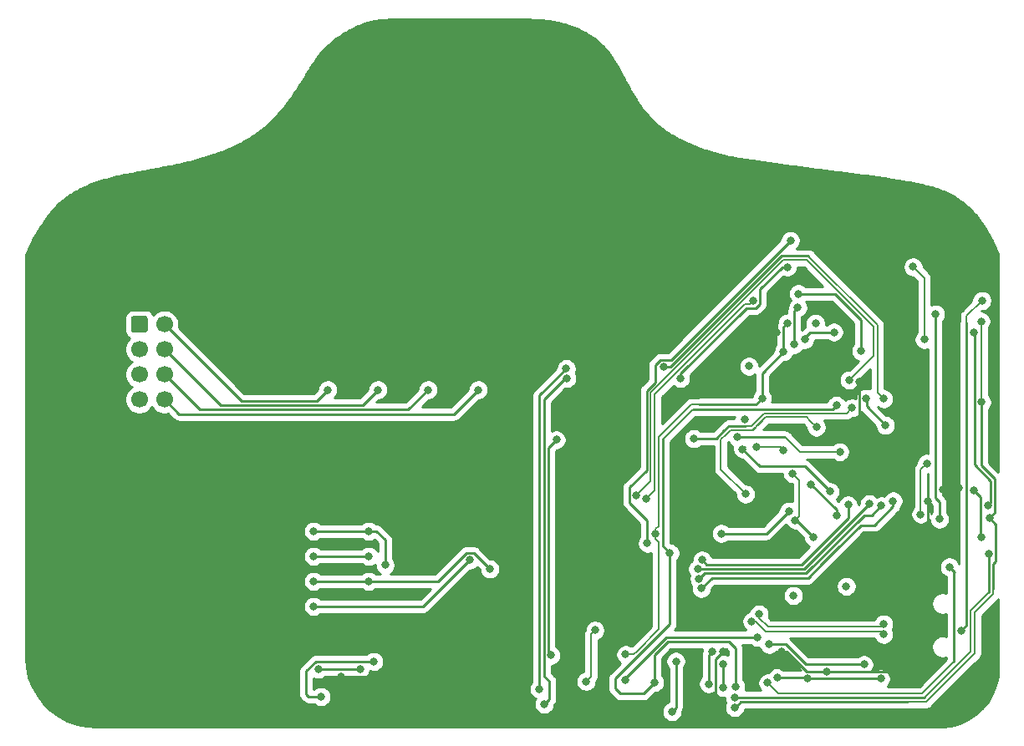
<source format=gbl>
G04 #@! TF.GenerationSoftware,KiCad,Pcbnew,5.1.8*
G04 #@! TF.CreationDate,2020-11-30T22:47:38+01:00*
G04 #@! TF.ProjectId,ml_dev_board,6d6c5f64-6576-45f6-926f-6172642e6b69,rev?*
G04 #@! TF.SameCoordinates,Original*
G04 #@! TF.FileFunction,Copper,L2,Bot*
G04 #@! TF.FilePolarity,Positive*
%FSLAX46Y46*%
G04 Gerber Fmt 4.6, Leading zero omitted, Abs format (unit mm)*
G04 Created by KiCad (PCBNEW 5.1.8) date 2020-11-30 22:47:38*
%MOMM*%
%LPD*%
G01*
G04 APERTURE LIST*
G04 #@! TA.AperFunction,ComponentPad*
%ADD10C,1.700000*%
G04 #@! TD*
G04 #@! TA.AperFunction,ViaPad*
%ADD11C,0.800000*%
G04 #@! TD*
G04 #@! TA.AperFunction,Conductor*
%ADD12C,0.200000*%
G04 #@! TD*
G04 #@! TA.AperFunction,Conductor*
%ADD13C,0.250000*%
G04 #@! TD*
G04 #@! TA.AperFunction,Conductor*
%ADD14C,0.254000*%
G04 #@! TD*
G04 #@! TA.AperFunction,Conductor*
%ADD15C,0.100000*%
G04 #@! TD*
G04 APERTURE END LIST*
G04 #@! TA.AperFunction,ComponentPad*
G36*
G01*
X99600000Y-79700000D02*
X99600000Y-78500000D01*
G75*
G02*
X99850000Y-78250000I250000J0D01*
G01*
X101050000Y-78250000D01*
G75*
G02*
X101300000Y-78500000I0J-250000D01*
G01*
X101300000Y-79700000D01*
G75*
G02*
X101050000Y-79950000I-250000J0D01*
G01*
X99850000Y-79950000D01*
G75*
G02*
X99600000Y-79700000I0J250000D01*
G01*
G37*
G04 #@! TD.AperFunction*
D10*
X100450000Y-81640000D03*
X100450000Y-84180000D03*
X100450000Y-86720000D03*
X102990000Y-79100000D03*
X102990000Y-81640000D03*
X102990000Y-84180000D03*
X102990000Y-86720000D03*
D11*
X141478000Y-117602000D03*
X143764000Y-84582000D03*
X179950000Y-80650000D03*
X178820000Y-73280000D03*
X180200000Y-93200000D03*
X179600000Y-98350000D03*
X176025000Y-89350000D03*
X166100000Y-73300000D03*
X174075000Y-86600000D03*
X170800000Y-79900000D03*
X167850000Y-80650000D03*
X155282000Y-84582000D03*
X118110000Y-97536000D03*
X123698000Y-97536000D03*
X177800000Y-70866000D03*
X178308000Y-74930000D03*
X120904000Y-114808000D03*
X139192000Y-114808000D03*
X144018000Y-114046000D03*
X176600000Y-114250000D03*
X170050000Y-114300000D03*
X158300000Y-118000000D03*
X159600000Y-112275000D03*
X165515307Y-112275000D03*
X165700000Y-113900000D03*
X180850000Y-102000000D03*
X182950000Y-81800000D03*
X182600000Y-77050000D03*
X183450000Y-95650000D03*
X181825000Y-95850000D03*
X170865500Y-106426000D03*
X180350000Y-97050000D03*
X177600000Y-79100000D03*
X176750000Y-91800000D03*
X183000000Y-85550000D03*
X183050000Y-87100000D03*
X161000000Y-101650000D03*
X164550000Y-101650000D03*
X173383060Y-84962179D03*
X173031980Y-93050000D03*
X145136000Y-97536000D03*
X164975000Y-79925000D03*
X164600000Y-77900000D03*
X170850000Y-104350000D03*
X154400000Y-118350000D03*
X154800000Y-113250000D03*
X165100000Y-114900000D03*
X175550000Y-115025000D03*
X168150000Y-115025000D03*
X183700000Y-110150000D03*
X185800000Y-76700000D03*
X162950000Y-91550000D03*
X165712653Y-91837347D03*
X161850000Y-96300000D03*
X169033749Y-89538759D03*
X118618000Y-114046000D03*
X122805000Y-114046000D03*
X168950000Y-79000000D03*
X165700000Y-81900000D03*
X166075000Y-79000000D03*
X163550000Y-86600000D03*
X166229075Y-98029075D03*
X152750000Y-100300000D03*
X149700000Y-112560000D03*
X159400000Y-100300000D03*
X166700000Y-106600000D03*
X172050000Y-105650000D03*
X145700000Y-115300000D03*
X146600000Y-110100000D03*
X149650000Y-115150000D03*
X163050000Y-110825000D03*
X118110000Y-107696000D03*
X172250000Y-97400000D03*
X157450000Y-103000000D03*
X133900000Y-103000000D03*
X118110000Y-102616000D03*
X123698000Y-102616000D03*
X175600000Y-97500000D03*
X157150000Y-104900000D03*
X118110000Y-105156000D03*
X123698000Y-105156000D03*
X174400000Y-97300000D03*
X157002786Y-103894429D03*
X135944429Y-103894429D03*
X118110000Y-100076000D03*
X123698000Y-100076000D03*
X176800000Y-97000000D03*
X157359529Y-105877804D03*
X125350000Y-103500000D03*
X185775000Y-100650000D03*
X184975000Y-95904493D03*
X171400000Y-92025000D03*
X161025000Y-90550000D03*
X161750000Y-88700000D03*
X161550000Y-91750000D03*
X170400000Y-96050000D03*
X158100000Y-115550000D03*
X164250000Y-111550000D03*
X173850000Y-113575000D03*
X158500000Y-112250000D03*
X159550001Y-115900000D03*
X159550001Y-113526000D03*
X140970000Y-116078000D03*
X175850000Y-86650000D03*
X143692352Y-83594594D03*
X153600000Y-83400000D03*
X118872000Y-116840000D03*
X124206000Y-113284000D03*
X172625000Y-87575000D03*
X142145010Y-112650000D03*
X156600000Y-90700000D03*
X142700000Y-90800000D03*
X185775000Y-87000000D03*
X185700000Y-78800000D03*
X186550000Y-98700000D03*
X160750000Y-117940003D03*
X186402517Y-97422789D03*
X184975000Y-79950000D03*
X162200000Y-83350000D03*
X160750000Y-116950000D03*
X186500000Y-102400000D03*
X181500000Y-98850000D03*
X181099999Y-78050001D03*
X166800000Y-81150000D03*
X167150000Y-77400000D03*
X182500000Y-103700000D03*
X164100000Y-115450000D03*
X173550000Y-81800000D03*
X167200000Y-76000000D03*
X162600000Y-76700000D03*
X151800000Y-96811000D03*
X172350000Y-84750000D03*
X150803289Y-96410990D03*
X134780000Y-85750000D03*
X168450000Y-95300000D03*
X171050000Y-98450000D03*
X168700000Y-100650000D03*
X166900000Y-98950000D03*
X166623988Y-94225000D03*
X119540000Y-85750000D03*
X124620000Y-85750000D03*
X129700000Y-85750000D03*
X175850000Y-110525000D03*
X162493418Y-109221231D03*
X175850000Y-109475000D03*
X163235882Y-108478767D03*
X152650000Y-115400000D03*
X160850000Y-115850000D03*
X171050000Y-87300000D03*
X166400000Y-70600000D03*
X151900000Y-101300000D03*
X154200000Y-102285000D03*
D12*
X179950000Y-74410000D02*
X178820000Y-73280000D01*
X179950000Y-80650000D02*
X179950000Y-74410000D01*
X179600000Y-93800000D02*
X179600000Y-98350000D01*
X180200000Y-93200000D02*
X179600000Y-93800000D01*
D13*
X176025000Y-89350000D02*
X174100000Y-87425000D01*
X174100000Y-86625000D02*
X174075000Y-86600000D01*
X174100000Y-87425000D02*
X174100000Y-86625000D01*
X143568000Y-84582000D02*
X143764000Y-84582000D01*
X141420010Y-86729990D02*
X143568000Y-84582000D01*
X141420010Y-114720010D02*
X141420010Y-86729990D01*
X141986000Y-115286000D02*
X141420010Y-114720010D01*
X141986000Y-117094000D02*
X141986000Y-115286000D01*
X141478000Y-117602000D02*
X141986000Y-117094000D01*
X170800000Y-79900000D02*
X168400000Y-79900000D01*
X167850000Y-80450000D02*
X167850000Y-80650000D01*
X168400000Y-79900000D02*
X167850000Y-80450000D01*
X165550910Y-73300000D02*
X166100000Y-73300000D01*
X163315001Y-75535909D02*
X165550910Y-73300000D01*
X163315001Y-77043201D02*
X163315001Y-75535909D01*
X162893192Y-77465010D02*
X163315001Y-77043201D01*
X161937456Y-77465010D02*
X162893192Y-77465010D01*
X155282000Y-84120466D02*
X161937456Y-77465010D01*
X155282000Y-84582000D02*
X155282000Y-84120466D01*
X118110000Y-97536000D02*
X123190000Y-97536000D01*
X123190000Y-97536000D02*
X123698000Y-97536000D01*
X177800000Y-70866000D02*
X177800000Y-74422000D01*
X177800000Y-74422000D02*
X178308000Y-74930000D01*
X120904000Y-114808000D02*
X139192000Y-114808000D01*
X176550000Y-114300000D02*
X176600000Y-114250000D01*
X170050000Y-114300000D02*
X176550000Y-114300000D01*
X158825001Y-117474999D02*
X158825001Y-115024999D01*
X158825001Y-117474999D02*
X158300000Y-118000000D01*
X158825001Y-117474999D02*
X158825001Y-113716999D01*
X158825001Y-113049999D02*
X159600000Y-112275000D01*
X158825001Y-113716999D02*
X158825001Y-113049999D01*
X168013590Y-114300000D02*
X170050000Y-114300000D01*
X165988590Y-112275000D02*
X168013590Y-114300000D01*
X165515307Y-112275000D02*
X165988590Y-112275000D01*
X165515307Y-113715307D02*
X165700000Y-113900000D01*
X165515307Y-112275000D02*
X165515307Y-113715307D01*
X182950000Y-77400000D02*
X182600000Y-77050000D01*
X182950000Y-81800000D02*
X182950000Y-77400000D01*
X182025000Y-95650000D02*
X181825000Y-95850000D01*
X183450000Y-95650000D02*
X182025000Y-95650000D01*
X171150000Y-106141500D02*
X170865500Y-106426000D01*
X180350000Y-101500000D02*
X180850000Y-102000000D01*
X180350000Y-97050000D02*
X180350000Y-101500000D01*
X178308000Y-74930000D02*
X178308000Y-77858000D01*
X178308000Y-78392000D02*
X178308000Y-77858000D01*
X177600000Y-79100000D02*
X178308000Y-78392000D01*
X181825000Y-82925000D02*
X182950000Y-81800000D01*
X181825000Y-95850000D02*
X181825000Y-82925000D01*
X173350000Y-92731980D02*
X173031980Y-93050000D01*
X173350000Y-88100000D02*
X173350000Y-92731980D01*
X183000000Y-87050000D02*
X183050000Y-87100000D01*
X183000000Y-85550000D02*
X183000000Y-87050000D01*
X161000000Y-101650000D02*
X164550000Y-101650000D01*
X173350000Y-88100000D02*
X173350000Y-84992339D01*
X144018000Y-114046000D02*
X144526000Y-113538000D01*
X144526000Y-98146000D02*
X145136000Y-97536000D01*
X144526000Y-113538000D02*
X144526000Y-98146000D01*
X164975000Y-78275000D02*
X164975000Y-78625000D01*
X164600000Y-77900000D02*
X164975000Y-78275000D01*
X164975000Y-78625000D02*
X164975000Y-79925000D01*
X170850000Y-106410500D02*
X170865500Y-106426000D01*
X170850000Y-104350000D02*
X170850000Y-106410500D01*
X154800000Y-117950000D02*
X154800000Y-113250000D01*
X154400000Y-118350000D02*
X154800000Y-117950000D01*
X165100000Y-114900000D02*
X165225000Y-115025000D01*
X174350000Y-115025000D02*
X175550000Y-115025000D01*
X168150000Y-115025000D02*
X175550000Y-115025000D01*
X168025000Y-114900000D02*
X168150000Y-115025000D01*
X165100000Y-114900000D02*
X168025000Y-114900000D01*
X184250000Y-109600000D02*
X183700000Y-110150000D01*
D12*
X184250000Y-78250000D02*
X184250000Y-78950000D01*
X185800000Y-76700000D02*
X184250000Y-78250000D01*
D13*
X184250000Y-78950000D02*
X184250000Y-109600000D01*
D12*
X165425306Y-91550000D02*
X165712653Y-91837347D01*
X162950000Y-91550000D02*
X165425306Y-91550000D01*
X163232858Y-89182858D02*
X162590704Y-89825011D01*
X162001043Y-89850011D02*
X160299989Y-89850011D01*
X159350000Y-93800000D02*
X161850000Y-96300000D01*
X159350000Y-90800000D02*
X159350000Y-93800000D01*
X160309989Y-89840011D02*
X162575703Y-89840011D01*
X163357857Y-89057857D02*
X163232858Y-89182858D01*
X163615714Y-88800000D02*
X163357857Y-89057857D01*
X160299989Y-89850011D02*
X159875000Y-90275000D01*
X162575703Y-89840011D02*
X163357857Y-89057857D01*
X159875000Y-90275000D02*
X160309989Y-89840011D01*
X159875000Y-90275000D02*
X159350000Y-90800000D01*
X168015018Y-88515018D02*
X168400000Y-88900000D01*
X163984982Y-88515018D02*
X168015018Y-88515018D01*
X163974982Y-88525018D02*
X163984982Y-88515018D01*
X163890698Y-88525018D02*
X163974982Y-88525018D01*
X163232858Y-89182858D02*
X163890698Y-88525018D01*
X168400000Y-88905010D02*
X169033749Y-89538759D01*
X168400000Y-88900000D02*
X168400000Y-88905010D01*
D13*
X118618000Y-114046000D02*
X122805000Y-114046000D01*
X168600000Y-79000000D02*
X168950000Y-79000000D01*
X165700000Y-79375000D02*
X166075000Y-79000000D01*
X165700000Y-81900000D02*
X165700000Y-79375000D01*
X163550000Y-84050000D02*
X165700000Y-81900000D01*
X163550000Y-86600000D02*
X163550000Y-84050000D01*
X162900009Y-87249991D02*
X163550000Y-86600000D01*
X157150009Y-87249991D02*
X162900009Y-87249991D01*
D12*
X153049990Y-90548958D02*
X156348957Y-87249991D01*
X156348957Y-87249991D02*
X157150009Y-87249991D01*
X153049990Y-101165675D02*
X153049990Y-101450010D01*
X152750000Y-100865685D02*
X153049990Y-101165675D01*
X152750000Y-100300000D02*
X152750000Y-100865685D01*
X153049990Y-110017573D02*
X153049990Y-101450010D01*
X152750000Y-99850000D02*
X153049990Y-99550010D01*
X153049990Y-99550010D02*
X153049990Y-90548958D01*
X152750000Y-100300000D02*
X152750000Y-99850000D01*
X150507564Y-112560000D02*
X150833782Y-112233782D01*
X149700000Y-112560000D02*
X150507564Y-112560000D01*
X150833782Y-112233782D02*
X153049990Y-110017573D01*
X150767563Y-112300000D02*
X150833782Y-112233782D01*
D13*
X163958150Y-100300000D02*
X166229075Y-98029075D01*
X159400000Y-100300000D02*
X163958150Y-100300000D01*
D12*
X146200000Y-114800000D02*
X146200000Y-111610000D01*
X145700000Y-115300000D02*
X146200000Y-114800000D01*
X146200000Y-110500000D02*
X146600000Y-110100000D01*
X146200000Y-111610000D02*
X146200000Y-110500000D01*
D13*
X149650000Y-114977732D02*
X149650000Y-115150000D01*
X153802732Y-110825000D02*
X149650000Y-114977732D01*
X163050000Y-110825000D02*
X153802732Y-110825000D01*
X118110000Y-107696000D02*
X123698000Y-107696000D01*
X172250000Y-97400000D02*
X172250000Y-98173002D01*
X172250000Y-98173002D02*
X172250000Y-98700000D01*
X172250000Y-98700000D02*
X167500000Y-103450000D01*
X167500000Y-103450000D02*
X158350000Y-103450000D01*
X123698000Y-107696000D02*
X128129000Y-107696000D01*
X157900000Y-103450000D02*
X157450000Y-103000000D01*
X158350000Y-103450000D02*
X157900000Y-103450000D01*
X129204000Y-107696000D02*
X133900000Y-103000000D01*
X128129000Y-107696000D02*
X129204000Y-107696000D01*
X118110000Y-102616000D02*
X123698000Y-102616000D01*
X175600000Y-97500000D02*
X174650000Y-98450000D01*
X173886410Y-98450000D02*
X167986390Y-104350020D01*
X174650000Y-98450000D02*
X173886410Y-98450000D01*
X167986390Y-104350020D02*
X160100000Y-104350020D01*
X160100000Y-104350020D02*
X158450000Y-104350020D01*
X157699980Y-104350020D02*
X157150000Y-104900000D01*
X158450000Y-104350020D02*
X157699980Y-104350020D01*
X118110000Y-105156000D02*
X123698000Y-105156000D01*
X174400000Y-97300000D02*
X167799990Y-103900010D01*
X167799990Y-103900010D02*
X158550010Y-103900010D01*
X157008367Y-103900010D02*
X157002786Y-103894429D01*
X158550010Y-103900010D02*
X157008367Y-103900010D01*
X134324999Y-102274999D02*
X135944429Y-103894429D01*
X133551999Y-102274999D02*
X134324999Y-102274999D01*
X130670998Y-105156000D02*
X133551999Y-102274999D01*
X123698000Y-105156000D02*
X130670998Y-105156000D01*
X118110000Y-100076000D02*
X123698000Y-100076000D01*
X176800000Y-97565685D02*
X174915685Y-99450000D01*
X176800000Y-97000000D02*
X176800000Y-97565685D01*
X174915685Y-99450000D02*
X173522820Y-99450000D01*
X173522820Y-99450000D02*
X171086410Y-101886410D01*
X171086410Y-101886410D02*
X169661410Y-103311410D01*
X169661410Y-103311410D02*
X168172790Y-104800030D01*
X168172790Y-104800030D02*
X158799970Y-104800030D01*
X158437303Y-104800030D02*
X157359529Y-105877804D01*
X158799970Y-104800030D02*
X158437303Y-104800030D01*
X123698000Y-100076000D02*
X124476000Y-100076000D01*
X125350000Y-100950000D02*
X125350000Y-103500000D01*
X124476000Y-100076000D02*
X125350000Y-100950000D01*
X184975000Y-95904493D02*
X185204493Y-95904493D01*
X185677516Y-100552516D02*
X185775000Y-100650000D01*
X185677516Y-97222484D02*
X185677516Y-100552516D01*
X185677516Y-96607009D02*
X184975000Y-95904493D01*
X185677516Y-97222484D02*
X185677516Y-96607009D01*
D12*
X167325000Y-92025000D02*
X165850000Y-90550000D01*
X171400000Y-92025000D02*
X167325000Y-92025000D01*
D13*
X161025000Y-90550000D02*
X165850000Y-90550000D01*
X161750000Y-91550000D02*
X161550000Y-91750000D01*
X170400000Y-96050000D02*
X167850000Y-93500000D01*
X163300000Y-93500000D02*
X161550000Y-91750000D01*
X167850000Y-93500000D02*
X163300000Y-93500000D01*
X164250000Y-111550000D02*
X165150000Y-111550000D01*
X158100000Y-112650000D02*
X158500000Y-112250000D01*
X158100000Y-115550000D02*
X158100000Y-112650000D01*
X173850000Y-113575000D02*
X167925000Y-113575000D01*
X165900000Y-111550000D02*
X164250000Y-111550000D01*
X167925000Y-113575000D02*
X165900000Y-111550000D01*
X159550001Y-115900000D02*
X159550001Y-113526000D01*
X140970000Y-86302998D02*
X143706998Y-83566000D01*
X140970000Y-116078000D02*
X140970000Y-86302998D01*
D12*
X175200000Y-79150000D02*
X168249990Y-72199989D01*
X175850000Y-86650000D02*
X175200000Y-86000000D01*
X175200000Y-86000000D02*
X175200000Y-79150000D01*
D13*
X143706998Y-83579948D02*
X143692352Y-83594594D01*
X143706998Y-83566000D02*
X143706998Y-83579948D01*
X153600000Y-83400000D02*
X154277086Y-83400000D01*
X154277086Y-83400000D02*
X165492097Y-72184989D01*
X168234990Y-72184989D02*
X168249990Y-72199989D01*
X165492097Y-72184989D02*
X168234990Y-72184989D01*
X118872000Y-116840000D02*
X117602000Y-116840000D01*
X117602000Y-116840000D02*
X117348000Y-116586000D01*
X117348000Y-114242998D02*
X118306998Y-113284000D01*
X117348000Y-116586000D02*
X117348000Y-114242998D01*
X118306998Y-113284000D02*
X123952000Y-113284000D01*
D12*
X123952000Y-113284000D02*
X124206000Y-113284000D01*
D13*
X141870020Y-112375010D02*
X142145010Y-112650000D01*
X141870020Y-94350000D02*
X141870020Y-112375010D01*
D12*
X172625000Y-87575000D02*
X172074992Y-88125008D01*
X162425015Y-89425001D02*
X163725008Y-88125008D01*
X161824999Y-89425001D02*
X162425015Y-89425001D01*
X172074992Y-88125008D02*
X163725008Y-88125008D01*
D13*
X160138086Y-89425002D02*
X159703097Y-89859991D01*
X161824999Y-89425001D02*
X160138086Y-89425002D01*
X158863088Y-90700000D02*
X156600000Y-90700000D01*
X159703097Y-89859991D02*
X158863088Y-90700000D01*
X141870020Y-91629980D02*
X141870020Y-92170020D01*
X142700000Y-90800000D02*
X141870020Y-91629980D01*
X141870020Y-92170020D02*
X141870020Y-94350000D01*
D12*
X185775000Y-78875000D02*
X185700000Y-78800000D01*
X185775000Y-87000000D02*
X185775000Y-78875000D01*
D13*
X185775000Y-93425000D02*
X185775000Y-93075000D01*
X187127518Y-94777518D02*
X185775000Y-93425000D01*
X187127518Y-98122482D02*
X187127518Y-94777518D01*
X185775000Y-93075000D02*
X185775000Y-87000000D01*
X186550000Y-98700000D02*
X187127518Y-98122482D01*
X160818199Y-117940003D02*
X160750000Y-117940003D01*
X161368192Y-117390010D02*
X160818199Y-117940003D01*
X187215001Y-103134999D02*
X186940010Y-103409990D01*
X187215001Y-99365001D02*
X187215001Y-103134999D01*
X186550000Y-98700000D02*
X187215001Y-99365001D01*
D12*
X186940010Y-106446902D02*
X186940010Y-105959990D01*
X185090376Y-108296536D02*
X186940010Y-106446902D01*
X185055020Y-108296536D02*
X185090376Y-108296536D01*
D13*
X186940010Y-103409990D02*
X186940010Y-105959990D01*
D12*
X185055020Y-112454160D02*
X185055020Y-111444980D01*
X185055020Y-111444980D02*
X185055020Y-108296536D01*
X185055020Y-112383449D02*
X185055020Y-111444980D01*
X180119170Y-117390010D02*
X178290010Y-117390010D01*
X184554590Y-112954590D02*
X180119170Y-117390010D01*
X184554590Y-112954590D02*
X185055020Y-112454160D01*
D13*
X178290010Y-117390010D02*
X161368192Y-117390010D01*
X186677508Y-97147798D02*
X186402517Y-97422789D01*
X186677508Y-94963918D02*
X186677508Y-97147798D01*
X185049999Y-93336409D02*
X186677508Y-94963918D01*
X185049999Y-85300001D02*
X185049999Y-93336409D01*
X185049999Y-80024999D02*
X184975000Y-79950000D01*
X185049999Y-85300001D02*
X185049999Y-80024999D01*
X160750000Y-116950000D02*
X179972268Y-116950000D01*
X186500000Y-102400000D02*
X186500000Y-102200000D01*
X186500000Y-106300000D02*
X186500000Y-102400000D01*
D12*
X184665010Y-112292614D02*
X184665010Y-108134990D01*
X184665010Y-108134990D02*
X186500000Y-106300000D01*
X180007624Y-116950000D02*
X184665010Y-112292614D01*
X179972268Y-116950000D02*
X180007624Y-116950000D01*
D13*
X181099999Y-78050001D02*
X181100000Y-78050000D01*
X181500000Y-97126998D02*
X181099999Y-96726997D01*
X181099999Y-96726997D02*
X181099999Y-78549999D01*
X181500000Y-98850000D02*
X181500000Y-97126998D01*
X181099999Y-78549999D02*
X181099999Y-78050001D01*
X166800000Y-77750000D02*
X167150000Y-77400000D01*
X166800000Y-81150000D02*
X166800000Y-77750000D01*
X182500000Y-103700000D02*
X183000000Y-104200000D01*
X183000000Y-104200000D02*
X182984999Y-104215001D01*
X182984999Y-113315001D02*
X182984999Y-111884999D01*
X182984999Y-111884999D02*
X182984999Y-112084999D01*
X182984999Y-104215001D02*
X182984999Y-111884999D01*
D12*
X164100000Y-115450000D02*
X165184990Y-116534990D01*
X179765010Y-116534990D02*
X182984999Y-113315001D01*
X165184990Y-116534990D02*
X179765010Y-116534990D01*
X162250000Y-77050000D02*
X162600000Y-76700000D01*
X161765554Y-77050000D02*
X162250000Y-77050000D01*
X152649980Y-95961020D02*
X152649980Y-86165574D01*
X152649980Y-86165574D02*
X161765554Y-77050000D01*
X151800000Y-96811000D02*
X152649980Y-95961020D01*
D13*
X173550000Y-78652610D02*
X170897390Y-76000000D01*
X170897390Y-76000000D02*
X167200000Y-76000000D01*
X173550000Y-81800000D02*
X173550000Y-78652610D01*
D12*
X172350000Y-84750000D02*
X174799990Y-82300010D01*
X174799990Y-82300010D02*
X174799990Y-80900000D01*
X174799990Y-80900000D02*
X174799990Y-79315688D01*
X174799990Y-79315688D02*
X174392151Y-78907849D01*
X165663999Y-72599999D02*
X152249970Y-86014028D01*
X168084301Y-72599999D02*
X165663999Y-72599999D01*
X174392151Y-78907849D02*
X168084301Y-72599999D01*
X152249970Y-94964309D02*
X150803289Y-96410990D01*
X152249970Y-86014028D02*
X152249970Y-94964309D01*
D13*
X102990000Y-86720000D02*
X104470000Y-88200000D01*
X132330000Y-88200000D02*
X134780000Y-85750000D01*
X104470000Y-88200000D02*
X132330000Y-88200000D01*
X171050000Y-97900000D02*
X171050000Y-98450000D01*
X168450000Y-95300000D02*
X171050000Y-97900000D01*
X167000000Y-98950000D02*
X166900000Y-98950000D01*
X168700000Y-100650000D02*
X167000000Y-98950000D01*
D12*
X167299999Y-94901011D02*
X166623988Y-94225000D01*
X167299999Y-98550001D02*
X167299999Y-94901011D01*
X166900000Y-98950000D02*
X167299999Y-98550001D01*
D13*
X102990000Y-79100000D02*
X110769970Y-86879970D01*
X118410030Y-86879970D02*
X119540000Y-85750000D01*
X110769970Y-86879970D02*
X118410030Y-86879970D01*
X123050020Y-87319980D02*
X124620000Y-85750000D01*
X108669980Y-87319980D02*
X123050020Y-87319980D01*
X102990000Y-81640000D02*
X108669980Y-87319980D01*
X127690010Y-87759990D02*
X129700000Y-85750000D01*
X106569990Y-87759990D02*
X127690010Y-87759990D01*
X102990000Y-84180000D02*
X106569990Y-87759990D01*
D12*
X162917683Y-109221231D02*
X162493418Y-109221231D01*
X163921452Y-110225000D02*
X162917683Y-109221231D01*
X175550000Y-110225000D02*
X163921452Y-110225000D01*
X175850000Y-110525000D02*
X175550000Y-110225000D01*
X163235882Y-108903032D02*
X163235882Y-108478767D01*
X175550000Y-109775000D02*
X164107850Y-109775000D01*
X175850000Y-109475000D02*
X175550000Y-109775000D01*
X164107850Y-109775000D02*
X163235882Y-108903032D01*
D13*
X160850000Y-111950000D02*
X160200000Y-111300000D01*
X160850000Y-115850000D02*
X160850000Y-111950000D01*
X153950000Y-111300000D02*
X152650000Y-112600000D01*
X152650000Y-115400000D02*
X152650000Y-112600000D01*
X170650001Y-87699999D02*
X171050000Y-87300000D01*
D12*
X156500000Y-87700000D02*
X153450000Y-90750000D01*
D13*
X156500000Y-87700000D02*
X170650001Y-87699999D01*
X160200000Y-111300000D02*
X153950000Y-111300000D01*
X151500000Y-116550000D02*
X152650000Y-115400000D01*
X149200000Y-116550000D02*
X151500000Y-116550000D01*
X154200000Y-102285000D02*
X154200000Y-109454475D01*
X154200000Y-109454475D02*
X148650000Y-115004475D01*
X148650000Y-116000000D02*
X149200000Y-116550000D01*
X148650000Y-115004475D02*
X148650000Y-116000000D01*
X153465000Y-101550000D02*
X153465000Y-90750000D01*
X154200000Y-102285000D02*
X153465000Y-101550000D01*
X166400000Y-70600000D02*
X154315001Y-82684999D01*
X153915001Y-82684999D02*
X154215001Y-82684999D01*
X153256799Y-82684999D02*
X153915001Y-82684999D01*
X152700000Y-83241798D02*
X153256799Y-82684999D01*
X151834961Y-85842125D02*
X152700000Y-84977086D01*
X152700000Y-84977086D02*
X152700000Y-83241798D01*
X151834960Y-93865040D02*
X151834961Y-85842125D01*
X150088288Y-95611712D02*
X151834960Y-93865040D01*
X150088288Y-97188288D02*
X150088288Y-95611712D01*
X151900000Y-99000000D02*
X150088288Y-97188288D01*
X151900000Y-101300000D02*
X151900000Y-99000000D01*
D14*
X133760824Y-48163289D02*
X134124428Y-48163886D01*
X134124443Y-48163886D01*
X134488977Y-48164824D01*
X134853679Y-48166097D01*
X134853680Y-48166097D01*
X135217626Y-48167693D01*
X135582600Y-48169615D01*
X135582601Y-48169615D01*
X135946819Y-48171847D01*
X136311283Y-48174388D01*
X136311312Y-48174388D01*
X136676621Y-48177236D01*
X137041078Y-48180371D01*
X137041081Y-48180371D01*
X137406702Y-48183806D01*
X137406705Y-48183806D01*
X137771798Y-48187516D01*
X138136743Y-48191501D01*
X138501995Y-48195757D01*
X138502016Y-48195757D01*
X138867632Y-48200281D01*
X139155039Y-48204113D01*
X139440836Y-48208660D01*
X139725020Y-48214491D01*
X140007726Y-48222169D01*
X140288578Y-48232233D01*
X140567660Y-48245230D01*
X140844906Y-48261691D01*
X141120214Y-48282136D01*
X141393424Y-48307071D01*
X141665958Y-48337157D01*
X141843802Y-48359911D01*
X142058745Y-48390964D01*
X142272483Y-48425761D01*
X142485621Y-48464403D01*
X142698104Y-48506899D01*
X142909825Y-48553244D01*
X143120763Y-48603453D01*
X143330829Y-48657526D01*
X143539416Y-48715315D01*
X143780628Y-48787373D01*
X144019165Y-48864467D01*
X144255180Y-48946867D01*
X144488339Y-49034689D01*
X144718378Y-49128074D01*
X144945022Y-49227150D01*
X145167985Y-49332041D01*
X145386987Y-49442864D01*
X145601741Y-49559734D01*
X145813787Y-49683818D01*
X145948380Y-49767490D01*
X146140605Y-49894134D01*
X146327898Y-50025901D01*
X146511465Y-50163481D01*
X146691188Y-50306695D01*
X146866925Y-50455347D01*
X147038438Y-50609153D01*
X147205614Y-50767935D01*
X147368267Y-50931441D01*
X147526202Y-51099408D01*
X147680451Y-51272937D01*
X147776995Y-51386768D01*
X147951750Y-51603764D01*
X148119160Y-51825140D01*
X148281512Y-52052690D01*
X148439391Y-52286085D01*
X148593244Y-52524765D01*
X148743701Y-52768417D01*
X148891660Y-53017167D01*
X148988204Y-53183918D01*
X149084353Y-53353092D01*
X149179866Y-53523834D01*
X149274861Y-53695890D01*
X149369649Y-53869354D01*
X149416440Y-53955497D01*
X149515072Y-54137874D01*
X149613554Y-54320630D01*
X149712277Y-54503992D01*
X149712302Y-54504030D01*
X149712555Y-54504506D01*
X149811376Y-54687701D01*
X149811418Y-54687763D01*
X149812054Y-54688957D01*
X149911184Y-54871873D01*
X149911253Y-54871975D01*
X149912274Y-54873877D01*
X150011927Y-55056405D01*
X150012012Y-55056530D01*
X150013429Y-55059143D01*
X150113817Y-55241173D01*
X150113913Y-55241313D01*
X150115748Y-55244653D01*
X150217086Y-55426075D01*
X150217186Y-55426219D01*
X150219454Y-55430284D01*
X150321953Y-55610987D01*
X150322063Y-55611144D01*
X150324771Y-55615909D01*
X150428643Y-55795784D01*
X150428743Y-55795924D01*
X150431934Y-55801426D01*
X150537394Y-55980360D01*
X150537488Y-55980489D01*
X150541168Y-55986690D01*
X150648428Y-56164576D01*
X150648503Y-56164676D01*
X150652710Y-56171588D01*
X150761982Y-56348313D01*
X150762029Y-56348375D01*
X150766791Y-56355986D01*
X150878289Y-56531441D01*
X150878312Y-56531470D01*
X150883650Y-56539752D01*
X150997587Y-56713826D01*
X150997728Y-56714001D01*
X150997831Y-56714198D01*
X151003516Y-56722742D01*
X151120104Y-56895326D01*
X151120670Y-56896009D01*
X151121092Y-56896784D01*
X151126916Y-56905234D01*
X151256707Y-57090746D01*
X151257722Y-57091932D01*
X151258493Y-57093287D01*
X151264469Y-57101629D01*
X151397742Y-57284928D01*
X151399073Y-57286427D01*
X151400095Y-57288145D01*
X151406232Y-57296370D01*
X151543094Y-57477132D01*
X151544763Y-57478939D01*
X151546061Y-57481023D01*
X151552367Y-57489120D01*
X151692925Y-57667019D01*
X151694955Y-57669128D01*
X151696552Y-57671571D01*
X151703033Y-57679528D01*
X151847391Y-57854238D01*
X151849808Y-57856641D01*
X151851736Y-57859447D01*
X151858399Y-57867251D01*
X152006667Y-58038448D01*
X152009496Y-58041133D01*
X152011779Y-58044287D01*
X152018632Y-58051926D01*
X152170913Y-58219282D01*
X152174181Y-58222235D01*
X152176850Y-58225728D01*
X152183898Y-58233187D01*
X152340300Y-58396379D01*
X152344035Y-58399583D01*
X152347124Y-58403404D01*
X152354373Y-58410667D01*
X152515003Y-58569367D01*
X152519224Y-58572792D01*
X152522756Y-58576914D01*
X152530210Y-58583967D01*
X152695173Y-58737853D01*
X152698405Y-58740325D01*
X152701120Y-58743338D01*
X152708748Y-58750203D01*
X152821185Y-58849957D01*
X152824567Y-58852413D01*
X152827440Y-58855443D01*
X152835239Y-58862112D01*
X153005290Y-59005466D01*
X153009827Y-59008588D01*
X153013727Y-59012471D01*
X153021716Y-59018913D01*
X153195858Y-59157314D01*
X153199924Y-59159942D01*
X153203442Y-59163260D01*
X153211602Y-59169482D01*
X153389530Y-59303196D01*
X153393099Y-59305368D01*
X153396203Y-59308151D01*
X153404518Y-59314166D01*
X153585928Y-59443455D01*
X153588969Y-59445202D01*
X153591632Y-59447479D01*
X153600086Y-59453297D01*
X153784674Y-59578427D01*
X153787175Y-59579787D01*
X153789375Y-59581587D01*
X153797953Y-59587220D01*
X153985416Y-59708455D01*
X153987363Y-59709459D01*
X153989082Y-59710810D01*
X153997770Y-59716271D01*
X154187805Y-59833876D01*
X154189186Y-59834554D01*
X154190411Y-59835481D01*
X154199197Y-59840784D01*
X154391500Y-59955025D01*
X154392315Y-59955407D01*
X154393040Y-59955937D01*
X154401912Y-59961096D01*
X154596179Y-60072235D01*
X154596423Y-60072345D01*
X154596634Y-60072494D01*
X154605580Y-60077522D01*
X154801507Y-60185826D01*
X154801626Y-60185877D01*
X154808592Y-60189692D01*
X154939984Y-60260450D01*
X154940140Y-60260515D01*
X154946149Y-60263732D01*
X155126556Y-60358685D01*
X155126677Y-60358734D01*
X155133665Y-60362378D01*
X155315012Y-60455317D01*
X155315137Y-60455366D01*
X155322231Y-60458966D01*
X155504507Y-60549862D01*
X155504629Y-60549908D01*
X155511824Y-60553460D01*
X155695012Y-60642287D01*
X155695131Y-60642331D01*
X155702431Y-60645833D01*
X155886514Y-60732565D01*
X155886636Y-60732609D01*
X155894044Y-60736060D01*
X156079007Y-60820666D01*
X156079113Y-60820702D01*
X156086637Y-60824104D01*
X156272465Y-60906560D01*
X156272573Y-60906596D01*
X156280209Y-60909943D01*
X156466886Y-60990220D01*
X156466990Y-60990253D01*
X156474733Y-60993541D01*
X156662243Y-61071613D01*
X156662343Y-61071644D01*
X156670198Y-61074871D01*
X156858525Y-61150711D01*
X156858632Y-61150742D01*
X156866597Y-61153906D01*
X157055727Y-61227485D01*
X157055823Y-61227512D01*
X157063903Y-61230610D01*
X157253819Y-61301903D01*
X157253906Y-61301926D01*
X157262110Y-61304959D01*
X157452796Y-61373937D01*
X157452888Y-61373960D01*
X157461198Y-61376919D01*
X157652640Y-61443556D01*
X157652724Y-61443576D01*
X157661149Y-61446459D01*
X157853330Y-61510729D01*
X157853411Y-61510748D01*
X157861957Y-61513555D01*
X158054862Y-61575428D01*
X158055363Y-61575536D01*
X158055829Y-61575737D01*
X158065626Y-61578789D01*
X158355116Y-61666766D01*
X158356413Y-61667025D01*
X158357634Y-61667526D01*
X158367484Y-61670407D01*
X158658452Y-61753287D01*
X158659363Y-61753453D01*
X158660216Y-61753786D01*
X158670112Y-61756504D01*
X158962455Y-61834598D01*
X158962970Y-61834683D01*
X158963458Y-61834865D01*
X158973395Y-61837431D01*
X159267010Y-61911048D01*
X159267129Y-61911066D01*
X159267239Y-61911105D01*
X159277211Y-61913528D01*
X159571997Y-61982979D01*
X159572039Y-61982985D01*
X159581451Y-61985141D01*
X159877304Y-62050736D01*
X159877403Y-62050748D01*
X159886001Y-62052608D01*
X160182819Y-62114658D01*
X160182942Y-62114671D01*
X160190753Y-62116271D01*
X160488435Y-62175087D01*
X160488586Y-62175102D01*
X160495606Y-62176467D01*
X160794048Y-62232358D01*
X160794219Y-62232373D01*
X160800451Y-62233528D01*
X161099551Y-62286805D01*
X161099735Y-62286819D01*
X161105185Y-62287786D01*
X161404841Y-62338760D01*
X161405023Y-62338773D01*
X161409706Y-62339571D01*
X161709814Y-62388552D01*
X161709986Y-62388563D01*
X161713910Y-62389209D01*
X162014369Y-62436507D01*
X162014522Y-62436516D01*
X162017700Y-62437024D01*
X162318407Y-62482950D01*
X162318543Y-62482957D01*
X162320965Y-62483336D01*
X162621817Y-62528201D01*
X162621918Y-62528206D01*
X162623608Y-62528466D01*
X162924503Y-62572580D01*
X162924574Y-62572583D01*
X162925623Y-62572743D01*
X163210333Y-62614036D01*
X163210384Y-62614038D01*
X163211263Y-62614171D01*
X163495922Y-62655085D01*
X163495983Y-62655088D01*
X163496820Y-62655213D01*
X163781432Y-62695762D01*
X163781485Y-62695764D01*
X163782298Y-62695885D01*
X164066863Y-62736082D01*
X164066920Y-62736084D01*
X164067691Y-62736198D01*
X164352216Y-62776060D01*
X164352270Y-62776062D01*
X164353007Y-62776170D01*
X164637493Y-62815710D01*
X164637543Y-62815712D01*
X164638253Y-62815815D01*
X164922701Y-62855047D01*
X164922740Y-62855049D01*
X164923423Y-62855147D01*
X165207838Y-62894087D01*
X165207890Y-62894089D01*
X165208526Y-62894180D01*
X165492909Y-62932842D01*
X165492945Y-62932843D01*
X165493561Y-62932931D01*
X165777918Y-62971330D01*
X165777958Y-62971331D01*
X165778535Y-62971413D01*
X166062864Y-63009563D01*
X166062906Y-63009564D01*
X166063443Y-63009640D01*
X166347750Y-63047557D01*
X166347784Y-63047558D01*
X166348298Y-63047630D01*
X166632585Y-63085327D01*
X166632614Y-63085328D01*
X166633096Y-63085395D01*
X166917366Y-63122887D01*
X166917400Y-63122888D01*
X166917840Y-63122949D01*
X167202096Y-63160251D01*
X167202121Y-63160252D01*
X167202536Y-63160309D01*
X167486780Y-63197435D01*
X167486809Y-63197436D01*
X167487181Y-63197487D01*
X167771417Y-63234453D01*
X167771439Y-63234454D01*
X167771785Y-63234501D01*
X168056016Y-63271320D01*
X168056043Y-63271321D01*
X168056345Y-63271362D01*
X168340572Y-63308050D01*
X168340585Y-63308050D01*
X168340869Y-63308089D01*
X168625095Y-63344659D01*
X168625115Y-63344660D01*
X168625354Y-63344692D01*
X168909583Y-63381160D01*
X168909594Y-63381160D01*
X168909806Y-63381189D01*
X169194041Y-63417569D01*
X169194061Y-63417570D01*
X169194227Y-63417592D01*
X169478469Y-63453899D01*
X169478471Y-63453899D01*
X169478619Y-63453919D01*
X169762872Y-63490168D01*
X169762880Y-63490168D01*
X169762990Y-63490183D01*
X170047257Y-63526387D01*
X170047262Y-63526387D01*
X170047335Y-63526397D01*
X170331618Y-63562571D01*
X170331663Y-63562577D01*
X170615957Y-63598736D01*
X170615972Y-63598738D01*
X170900209Y-63634887D01*
X170900269Y-63634895D01*
X171184618Y-63671069D01*
X171184627Y-63671069D01*
X171468931Y-63707263D01*
X171468932Y-63707263D01*
X171753036Y-63743472D01*
X171753099Y-63743480D01*
X172037540Y-63779786D01*
X172339664Y-63818431D01*
X172339695Y-63818435D01*
X172642409Y-63857298D01*
X172642413Y-63857298D01*
X172944165Y-63896242D01*
X173245918Y-63935456D01*
X173245925Y-63935457D01*
X173548539Y-63975118D01*
X173850082Y-64015037D01*
X174150688Y-64055290D01*
X174452749Y-64096268D01*
X174753157Y-64137609D01*
X175054124Y-64179682D01*
X175354349Y-64222369D01*
X175654498Y-64265827D01*
X175954445Y-64310103D01*
X176253950Y-64355223D01*
X176553012Y-64401252D01*
X176852347Y-64448363D01*
X177060022Y-64481703D01*
X177267777Y-64515657D01*
X177475023Y-64550190D01*
X177681941Y-64585397D01*
X177888492Y-64621333D01*
X178094878Y-64658096D01*
X178300685Y-64695674D01*
X178506566Y-64734251D01*
X178711648Y-64773724D01*
X178916496Y-64814262D01*
X179120916Y-64855890D01*
X179325053Y-64898699D01*
X179528662Y-64942697D01*
X179732069Y-64988017D01*
X179934978Y-65034656D01*
X180137590Y-65082719D01*
X180329936Y-65129850D01*
X180520904Y-65178440D01*
X180709882Y-65228696D01*
X180896801Y-65280952D01*
X181081298Y-65335453D01*
X181263417Y-65392552D01*
X181442874Y-65452496D01*
X181619427Y-65515531D01*
X181793028Y-65581960D01*
X181965024Y-65652662D01*
X182073616Y-65700110D01*
X182255071Y-65784639D01*
X182432861Y-65873814D01*
X182609049Y-65968398D01*
X182783633Y-66068194D01*
X182956527Y-66172949D01*
X183127764Y-66282477D01*
X183297258Y-66396511D01*
X183465066Y-66514878D01*
X183631046Y-66637258D01*
X183796168Y-66764173D01*
X183902643Y-66848735D01*
X184071553Y-66987300D01*
X184236303Y-67127983D01*
X184397729Y-67271610D01*
X184555625Y-67418156D01*
X184709783Y-67567580D01*
X184860001Y-67719846D01*
X185006177Y-67875017D01*
X185148128Y-68033073D01*
X185285615Y-68193923D01*
X185419553Y-68358887D01*
X185503691Y-68467217D01*
X185630154Y-68637513D01*
X185752569Y-68810895D01*
X185872301Y-68988458D01*
X185989764Y-69169998D01*
X186105286Y-69355159D01*
X186219325Y-69543758D01*
X186332241Y-69735440D01*
X186444453Y-69929910D01*
X186556368Y-70126829D01*
X186668462Y-70325952D01*
X186730181Y-70435998D01*
X187467750Y-72009196D01*
X187467751Y-94042949D01*
X186535000Y-93110199D01*
X186535000Y-87703711D01*
X186578937Y-87659774D01*
X186692205Y-87490256D01*
X186770226Y-87301898D01*
X186810000Y-87101939D01*
X186810000Y-86898061D01*
X186770226Y-86698102D01*
X186692205Y-86509744D01*
X186578937Y-86340226D01*
X186510000Y-86271289D01*
X186510000Y-79450700D01*
X186617205Y-79290256D01*
X186695226Y-79101898D01*
X186735000Y-78901939D01*
X186735000Y-78698061D01*
X186695226Y-78498102D01*
X186617205Y-78309744D01*
X186503937Y-78140226D01*
X186359774Y-77996063D01*
X186190256Y-77882795D01*
X186001898Y-77804774D01*
X185801939Y-77765000D01*
X185774447Y-77765000D01*
X185804447Y-77735000D01*
X185901939Y-77735000D01*
X186101898Y-77695226D01*
X186290256Y-77617205D01*
X186459774Y-77503937D01*
X186603937Y-77359774D01*
X186717205Y-77190256D01*
X186795226Y-77001898D01*
X186835000Y-76801939D01*
X186835000Y-76598061D01*
X186795226Y-76398102D01*
X186717205Y-76209744D01*
X186603937Y-76040226D01*
X186459774Y-75896063D01*
X186290256Y-75782795D01*
X186101898Y-75704774D01*
X185901939Y-75665000D01*
X185698061Y-75665000D01*
X185498102Y-75704774D01*
X185309744Y-75782795D01*
X185140226Y-75896063D01*
X184996063Y-76040226D01*
X184882795Y-76209744D01*
X184804774Y-76398102D01*
X184765000Y-76598061D01*
X184765000Y-76695553D01*
X183755808Y-77704746D01*
X183727762Y-77727763D01*
X183635913Y-77839681D01*
X183567663Y-77967368D01*
X183549025Y-78028809D01*
X183525635Y-78105915D01*
X183511444Y-78250000D01*
X183515000Y-78286105D01*
X183515000Y-78754852D01*
X183500997Y-78801015D01*
X183490000Y-78912668D01*
X183490001Y-103385487D01*
X183417205Y-103209744D01*
X183303937Y-103040226D01*
X183159774Y-102896063D01*
X182990256Y-102782795D01*
X182801898Y-102704774D01*
X182601939Y-102665000D01*
X182398061Y-102665000D01*
X182198102Y-102704774D01*
X182009744Y-102782795D01*
X181840226Y-102896063D01*
X181696063Y-103040226D01*
X181582795Y-103209744D01*
X181504774Y-103398102D01*
X181465000Y-103598061D01*
X181465000Y-103801939D01*
X181504774Y-104001898D01*
X181582795Y-104190256D01*
X181696063Y-104359774D01*
X181840226Y-104503937D01*
X182009744Y-104617205D01*
X182198102Y-104695226D01*
X182224999Y-104700576D01*
X182224999Y-106347525D01*
X182131067Y-106308617D01*
X181911788Y-106265000D01*
X181688212Y-106265000D01*
X181468933Y-106308617D01*
X181262376Y-106394176D01*
X181076480Y-106518388D01*
X180918388Y-106676480D01*
X180794176Y-106862376D01*
X180708617Y-107068933D01*
X180665000Y-107288212D01*
X180665000Y-107511788D01*
X180708617Y-107731067D01*
X180794176Y-107937624D01*
X180918388Y-108123520D01*
X181076480Y-108281612D01*
X181262376Y-108405824D01*
X181468933Y-108491383D01*
X181688212Y-108535000D01*
X181911788Y-108535000D01*
X182131067Y-108491383D01*
X182225000Y-108452475D01*
X182225000Y-110747525D01*
X182131067Y-110708617D01*
X181911788Y-110665000D01*
X181688212Y-110665000D01*
X181468933Y-110708617D01*
X181262376Y-110794176D01*
X181076480Y-110918388D01*
X180918388Y-111076480D01*
X180794176Y-111262376D01*
X180708617Y-111468933D01*
X180665000Y-111688212D01*
X180665000Y-111911788D01*
X180708617Y-112131067D01*
X180794176Y-112337624D01*
X180918388Y-112523520D01*
X181076480Y-112681612D01*
X181262376Y-112805824D01*
X181468933Y-112891383D01*
X181688212Y-112935000D01*
X181911788Y-112935000D01*
X182131067Y-112891383D01*
X182224999Y-112852475D01*
X182224999Y-113035554D01*
X179460564Y-115799990D01*
X176238721Y-115799990D01*
X176353937Y-115684774D01*
X176467205Y-115515256D01*
X176545226Y-115326898D01*
X176585000Y-115126939D01*
X176585000Y-114923061D01*
X176545226Y-114723102D01*
X176467205Y-114534744D01*
X176353937Y-114365226D01*
X176209774Y-114221063D01*
X176040256Y-114107795D01*
X175851898Y-114029774D01*
X175651939Y-113990000D01*
X175448061Y-113990000D01*
X175248102Y-114029774D01*
X175059744Y-114107795D01*
X174890226Y-114221063D01*
X174846289Y-114265000D01*
X174623711Y-114265000D01*
X174653937Y-114234774D01*
X174767205Y-114065256D01*
X174845226Y-113876898D01*
X174885000Y-113676939D01*
X174885000Y-113473061D01*
X174845226Y-113273102D01*
X174767205Y-113084744D01*
X174653937Y-112915226D01*
X174509774Y-112771063D01*
X174340256Y-112657795D01*
X174151898Y-112579774D01*
X173951939Y-112540000D01*
X173748061Y-112540000D01*
X173548102Y-112579774D01*
X173359744Y-112657795D01*
X173190226Y-112771063D01*
X173146289Y-112815000D01*
X168239803Y-112815000D01*
X166463804Y-111039002D01*
X166440001Y-111009999D01*
X166379077Y-110960000D01*
X174909907Y-110960000D01*
X174932795Y-111015256D01*
X175046063Y-111184774D01*
X175190226Y-111328937D01*
X175359744Y-111442205D01*
X175548102Y-111520226D01*
X175748061Y-111560000D01*
X175951939Y-111560000D01*
X176151898Y-111520226D01*
X176340256Y-111442205D01*
X176509774Y-111328937D01*
X176653937Y-111184774D01*
X176767205Y-111015256D01*
X176845226Y-110826898D01*
X176885000Y-110626939D01*
X176885000Y-110423061D01*
X176845226Y-110223102D01*
X176767205Y-110034744D01*
X176743990Y-110000000D01*
X176767205Y-109965256D01*
X176845226Y-109776898D01*
X176885000Y-109576939D01*
X176885000Y-109373061D01*
X176845226Y-109173102D01*
X176767205Y-108984744D01*
X176653937Y-108815226D01*
X176509774Y-108671063D01*
X176340256Y-108557795D01*
X176151898Y-108479774D01*
X175951939Y-108440000D01*
X175748061Y-108440000D01*
X175548102Y-108479774D01*
X175359744Y-108557795D01*
X175190226Y-108671063D01*
X175046063Y-108815226D01*
X174932795Y-108984744D01*
X174909907Y-109040000D01*
X164412297Y-109040000D01*
X164208219Y-108835923D01*
X164231108Y-108780665D01*
X164270882Y-108580706D01*
X164270882Y-108376828D01*
X164231108Y-108176869D01*
X164153087Y-107988511D01*
X164039819Y-107818993D01*
X163895656Y-107674830D01*
X163726138Y-107561562D01*
X163537780Y-107483541D01*
X163337821Y-107443767D01*
X163133943Y-107443767D01*
X162933984Y-107483541D01*
X162745626Y-107561562D01*
X162576108Y-107674830D01*
X162431945Y-107818993D01*
X162318677Y-107988511D01*
X162240656Y-108176869D01*
X162232504Y-108217853D01*
X162191520Y-108226005D01*
X162003162Y-108304026D01*
X161833644Y-108417294D01*
X161689481Y-108561457D01*
X161576213Y-108730975D01*
X161498192Y-108919333D01*
X161458418Y-109119292D01*
X161458418Y-109323170D01*
X161498192Y-109523129D01*
X161576213Y-109711487D01*
X161689481Y-109881005D01*
X161833644Y-110025168D01*
X161893257Y-110065000D01*
X154664277Y-110065000D01*
X154711003Y-110018274D01*
X154740001Y-109994476D01*
X154834974Y-109878751D01*
X154905546Y-109746722D01*
X154949003Y-109603461D01*
X154960000Y-109491808D01*
X154960000Y-109491799D01*
X154963676Y-109454476D01*
X154960000Y-109417153D01*
X154960000Y-102988711D01*
X155003937Y-102944774D01*
X155117205Y-102775256D01*
X155195226Y-102586898D01*
X155235000Y-102386939D01*
X155235000Y-102183061D01*
X155195226Y-101983102D01*
X155117205Y-101794744D01*
X155003937Y-101625226D01*
X154859774Y-101481063D01*
X154690256Y-101367795D01*
X154501898Y-101289774D01*
X154301939Y-101250000D01*
X154239801Y-101250000D01*
X154225000Y-101235199D01*
X154225000Y-91014446D01*
X156779447Y-88460000D01*
X160742462Y-88459999D01*
X160715000Y-88598061D01*
X160715000Y-88665002D01*
X160175417Y-88665003D01*
X160138085Y-88661326D01*
X159989099Y-88676000D01*
X159845839Y-88719457D01*
X159713809Y-88790029D01*
X159659044Y-88834974D01*
X159598085Y-88885002D01*
X159574287Y-88914000D01*
X159192100Y-89296187D01*
X159192094Y-89296192D01*
X158548287Y-89940000D01*
X157303711Y-89940000D01*
X157259774Y-89896063D01*
X157090256Y-89782795D01*
X156901898Y-89704774D01*
X156701939Y-89665000D01*
X156498061Y-89665000D01*
X156298102Y-89704774D01*
X156109744Y-89782795D01*
X155940226Y-89896063D01*
X155796063Y-90040226D01*
X155682795Y-90209744D01*
X155604774Y-90398102D01*
X155565000Y-90598061D01*
X155565000Y-90801939D01*
X155604774Y-91001898D01*
X155682795Y-91190256D01*
X155796063Y-91359774D01*
X155940226Y-91503937D01*
X156109744Y-91617205D01*
X156298102Y-91695226D01*
X156498061Y-91735000D01*
X156701939Y-91735000D01*
X156901898Y-91695226D01*
X157090256Y-91617205D01*
X157259774Y-91503937D01*
X157303711Y-91460000D01*
X158615000Y-91460000D01*
X158615001Y-93763885D01*
X158611444Y-93800000D01*
X158625635Y-93944085D01*
X158655324Y-94041955D01*
X158667664Y-94082633D01*
X158735914Y-94210320D01*
X158827763Y-94322238D01*
X158855807Y-94345253D01*
X160815000Y-96304447D01*
X160815000Y-96401939D01*
X160854774Y-96601898D01*
X160932795Y-96790256D01*
X161046063Y-96959774D01*
X161190226Y-97103937D01*
X161359744Y-97217205D01*
X161548102Y-97295226D01*
X161748061Y-97335000D01*
X161951939Y-97335000D01*
X162151898Y-97295226D01*
X162340256Y-97217205D01*
X162509774Y-97103937D01*
X162653937Y-96959774D01*
X162767205Y-96790256D01*
X162845226Y-96601898D01*
X162885000Y-96401939D01*
X162885000Y-96198061D01*
X162845226Y-95998102D01*
X162767205Y-95809744D01*
X162653937Y-95640226D01*
X162509774Y-95496063D01*
X162340256Y-95382795D01*
X162151898Y-95304774D01*
X161951939Y-95265000D01*
X161854447Y-95265000D01*
X160085000Y-93495554D01*
X160085000Y-91104446D01*
X160124376Y-91065071D01*
X160221063Y-91209774D01*
X160365226Y-91353937D01*
X160534744Y-91467205D01*
X160549739Y-91473416D01*
X160515000Y-91648061D01*
X160515000Y-91851939D01*
X160554774Y-92051898D01*
X160632795Y-92240256D01*
X160746063Y-92409774D01*
X160890226Y-92553937D01*
X161059744Y-92667205D01*
X161248102Y-92745226D01*
X161448061Y-92785000D01*
X161510199Y-92785000D01*
X162736200Y-94011002D01*
X162759999Y-94040001D01*
X162875724Y-94134974D01*
X163007753Y-94205546D01*
X163151014Y-94249003D01*
X163262667Y-94260000D01*
X163262675Y-94260000D01*
X163300000Y-94263676D01*
X163337325Y-94260000D01*
X165588988Y-94260000D01*
X165588988Y-94326939D01*
X165628762Y-94526898D01*
X165706783Y-94715256D01*
X165820051Y-94884774D01*
X165964214Y-95028937D01*
X166133732Y-95142205D01*
X166322090Y-95220226D01*
X166522049Y-95260000D01*
X166565000Y-95260000D01*
X166564999Y-97047943D01*
X166530973Y-97033849D01*
X166331014Y-96994075D01*
X166127136Y-96994075D01*
X165927177Y-97033849D01*
X165738819Y-97111870D01*
X165569301Y-97225138D01*
X165425138Y-97369301D01*
X165311870Y-97538819D01*
X165233849Y-97727177D01*
X165194075Y-97927136D01*
X165194075Y-97989273D01*
X163643349Y-99540000D01*
X160103711Y-99540000D01*
X160059774Y-99496063D01*
X159890256Y-99382795D01*
X159701898Y-99304774D01*
X159501939Y-99265000D01*
X159298061Y-99265000D01*
X159098102Y-99304774D01*
X158909744Y-99382795D01*
X158740226Y-99496063D01*
X158596063Y-99640226D01*
X158482795Y-99809744D01*
X158404774Y-99998102D01*
X158365000Y-100198061D01*
X158365000Y-100401939D01*
X158404774Y-100601898D01*
X158482795Y-100790256D01*
X158596063Y-100959774D01*
X158740226Y-101103937D01*
X158909744Y-101217205D01*
X159098102Y-101295226D01*
X159298061Y-101335000D01*
X159501939Y-101335000D01*
X159701898Y-101295226D01*
X159890256Y-101217205D01*
X160059774Y-101103937D01*
X160103711Y-101060000D01*
X163920828Y-101060000D01*
X163958150Y-101063676D01*
X163995472Y-101060000D01*
X163995483Y-101060000D01*
X164107136Y-101049003D01*
X164250397Y-101005546D01*
X164382426Y-100934974D01*
X164498151Y-100840001D01*
X164521954Y-100810997D01*
X165956405Y-99376546D01*
X165982795Y-99440256D01*
X166096063Y-99609774D01*
X166240226Y-99753937D01*
X166409744Y-99867205D01*
X166598102Y-99945226D01*
X166798061Y-99985000D01*
X166960199Y-99985000D01*
X167665000Y-100689802D01*
X167665000Y-100751939D01*
X167704774Y-100951898D01*
X167782795Y-101140256D01*
X167896063Y-101309774D01*
X168040226Y-101453937D01*
X168209744Y-101567205D01*
X168279217Y-101595982D01*
X167185199Y-102690000D01*
X158441870Y-102690000D01*
X158367205Y-102509744D01*
X158253937Y-102340226D01*
X158109774Y-102196063D01*
X157940256Y-102082795D01*
X157751898Y-102004774D01*
X157551939Y-101965000D01*
X157348061Y-101965000D01*
X157148102Y-102004774D01*
X156959744Y-102082795D01*
X156790226Y-102196063D01*
X156646063Y-102340226D01*
X156532795Y-102509744D01*
X156454774Y-102698102D01*
X156415000Y-102898061D01*
X156415000Y-103042391D01*
X156343012Y-103090492D01*
X156198849Y-103234655D01*
X156085581Y-103404173D01*
X156007560Y-103592531D01*
X155967786Y-103792490D01*
X155967786Y-103996368D01*
X156007560Y-104196327D01*
X156085581Y-104384685D01*
X156182866Y-104530283D01*
X156154774Y-104598102D01*
X156115000Y-104798061D01*
X156115000Y-105001939D01*
X156154774Y-105201898D01*
X156232795Y-105390256D01*
X156346063Y-105559774D01*
X156363953Y-105577664D01*
X156324529Y-105775865D01*
X156324529Y-105979743D01*
X156364303Y-106179702D01*
X156442324Y-106368060D01*
X156555592Y-106537578D01*
X156699755Y-106681741D01*
X156869273Y-106795009D01*
X157057631Y-106873030D01*
X157257590Y-106912804D01*
X157461468Y-106912804D01*
X157661427Y-106873030D01*
X157849785Y-106795009D01*
X158019303Y-106681741D01*
X158163466Y-106537578D01*
X158189870Y-106498061D01*
X165665000Y-106498061D01*
X165665000Y-106701939D01*
X165704774Y-106901898D01*
X165782795Y-107090256D01*
X165896063Y-107259774D01*
X166040226Y-107403937D01*
X166209744Y-107517205D01*
X166398102Y-107595226D01*
X166598061Y-107635000D01*
X166801939Y-107635000D01*
X167001898Y-107595226D01*
X167190256Y-107517205D01*
X167359774Y-107403937D01*
X167503937Y-107259774D01*
X167617205Y-107090256D01*
X167695226Y-106901898D01*
X167735000Y-106701939D01*
X167735000Y-106498061D01*
X167695226Y-106298102D01*
X167617205Y-106109744D01*
X167503937Y-105940226D01*
X167359774Y-105796063D01*
X167190256Y-105682795D01*
X167001898Y-105604774D01*
X166801939Y-105565000D01*
X166598061Y-105565000D01*
X166398102Y-105604774D01*
X166209744Y-105682795D01*
X166040226Y-105796063D01*
X165896063Y-105940226D01*
X165782795Y-106109744D01*
X165704774Y-106298102D01*
X165665000Y-106498061D01*
X158189870Y-106498061D01*
X158276734Y-106368060D01*
X158354755Y-106179702D01*
X158394529Y-105979743D01*
X158394529Y-105917605D01*
X158752105Y-105560030D01*
X168135468Y-105560030D01*
X168172790Y-105563706D01*
X168210112Y-105560030D01*
X168210123Y-105560030D01*
X168321776Y-105549033D01*
X168324980Y-105548061D01*
X171015000Y-105548061D01*
X171015000Y-105751939D01*
X171054774Y-105951898D01*
X171132795Y-106140256D01*
X171246063Y-106309774D01*
X171390226Y-106453937D01*
X171559744Y-106567205D01*
X171748102Y-106645226D01*
X171948061Y-106685000D01*
X172151939Y-106685000D01*
X172351898Y-106645226D01*
X172540256Y-106567205D01*
X172709774Y-106453937D01*
X172853937Y-106309774D01*
X172967205Y-106140256D01*
X173045226Y-105951898D01*
X173085000Y-105751939D01*
X173085000Y-105548061D01*
X173045226Y-105348102D01*
X172967205Y-105159744D01*
X172853937Y-104990226D01*
X172709774Y-104846063D01*
X172540256Y-104732795D01*
X172351898Y-104654774D01*
X172151939Y-104615000D01*
X171948061Y-104615000D01*
X171748102Y-104654774D01*
X171559744Y-104732795D01*
X171390226Y-104846063D01*
X171246063Y-104990226D01*
X171132795Y-105159744D01*
X171054774Y-105348102D01*
X171015000Y-105548061D01*
X168324980Y-105548061D01*
X168465037Y-105505576D01*
X168597066Y-105435004D01*
X168712791Y-105340031D01*
X168736594Y-105311027D01*
X170225209Y-103822413D01*
X170225213Y-103822408D01*
X171650209Y-102397413D01*
X171650213Y-102397408D01*
X173837622Y-100210000D01*
X174878363Y-100210000D01*
X174915685Y-100213676D01*
X174953007Y-100210000D01*
X174953018Y-100210000D01*
X175064671Y-100199003D01*
X175207932Y-100155546D01*
X175339961Y-100084974D01*
X175455686Y-99990001D01*
X175479489Y-99960997D01*
X177311003Y-98129484D01*
X177340001Y-98105686D01*
X177434974Y-97989961D01*
X177505546Y-97857932D01*
X177548987Y-97714724D01*
X177603937Y-97659774D01*
X177717205Y-97490256D01*
X177795226Y-97301898D01*
X177835000Y-97101939D01*
X177835000Y-96898061D01*
X177795226Y-96698102D01*
X177717205Y-96509744D01*
X177603937Y-96340226D01*
X177459774Y-96196063D01*
X177290256Y-96082795D01*
X177101898Y-96004774D01*
X176901939Y-95965000D01*
X176698061Y-95965000D01*
X176498102Y-96004774D01*
X176309744Y-96082795D01*
X176140226Y-96196063D01*
X175996063Y-96340226D01*
X175887967Y-96502003D01*
X175701939Y-96465000D01*
X175498061Y-96465000D01*
X175298102Y-96504774D01*
X175135739Y-96572028D01*
X175059774Y-96496063D01*
X174890256Y-96382795D01*
X174701898Y-96304774D01*
X174501939Y-96265000D01*
X174298061Y-96265000D01*
X174098102Y-96304774D01*
X173909744Y-96382795D01*
X173740226Y-96496063D01*
X173596063Y-96640226D01*
X173482795Y-96809744D01*
X173404774Y-96998102D01*
X173365000Y-97198061D01*
X173365000Y-97260198D01*
X173285000Y-97340198D01*
X173285000Y-97298061D01*
X173245226Y-97098102D01*
X173167205Y-96909744D01*
X173053937Y-96740226D01*
X172909774Y-96596063D01*
X172740256Y-96482795D01*
X172551898Y-96404774D01*
X172351939Y-96365000D01*
X172148061Y-96365000D01*
X171948102Y-96404774D01*
X171759744Y-96482795D01*
X171590226Y-96596063D01*
X171446063Y-96740226D01*
X171332795Y-96909744D01*
X171274729Y-97049927D01*
X171069256Y-96844455D01*
X171203937Y-96709774D01*
X171317205Y-96540256D01*
X171395226Y-96351898D01*
X171435000Y-96151939D01*
X171435000Y-95948061D01*
X171395226Y-95748102D01*
X171317205Y-95559744D01*
X171203937Y-95390226D01*
X171059774Y-95246063D01*
X170890256Y-95132795D01*
X170701898Y-95054774D01*
X170501939Y-95015000D01*
X170439802Y-95015000D01*
X168413804Y-92989003D01*
X168390001Y-92959999D01*
X168274276Y-92865026D01*
X168142247Y-92794454D01*
X168028665Y-92760000D01*
X170671289Y-92760000D01*
X170740226Y-92828937D01*
X170909744Y-92942205D01*
X171098102Y-93020226D01*
X171298061Y-93060000D01*
X171501939Y-93060000D01*
X171701898Y-93020226D01*
X171890256Y-92942205D01*
X172059774Y-92828937D01*
X172203937Y-92684774D01*
X172317205Y-92515256D01*
X172395226Y-92326898D01*
X172435000Y-92126939D01*
X172435000Y-91923061D01*
X172395226Y-91723102D01*
X172317205Y-91534744D01*
X172203937Y-91365226D01*
X172059774Y-91221063D01*
X171890256Y-91107795D01*
X171701898Y-91029774D01*
X171501939Y-90990000D01*
X171298061Y-90990000D01*
X171098102Y-91029774D01*
X170909744Y-91107795D01*
X170740226Y-91221063D01*
X170671289Y-91290000D01*
X167629447Y-91290000D01*
X166507715Y-90168269D01*
X166484974Y-90125724D01*
X166390001Y-90009999D01*
X166274276Y-89915026D01*
X166142247Y-89844454D01*
X165998986Y-89800997D01*
X165887333Y-89790000D01*
X163665163Y-89790000D01*
X163778111Y-89677052D01*
X163778115Y-89677047D01*
X164205145Y-89250018D01*
X167710572Y-89250018D01*
X167831815Y-89371261D01*
X167877763Y-89427248D01*
X167905808Y-89450264D01*
X167998749Y-89543205D01*
X167998749Y-89640698D01*
X168038523Y-89840657D01*
X168116544Y-90029015D01*
X168229812Y-90198533D01*
X168373975Y-90342696D01*
X168543493Y-90455964D01*
X168731851Y-90533985D01*
X168931810Y-90573759D01*
X169135688Y-90573759D01*
X169335647Y-90533985D01*
X169524005Y-90455964D01*
X169693523Y-90342696D01*
X169837686Y-90198533D01*
X169950954Y-90029015D01*
X170028975Y-89840657D01*
X170068749Y-89640698D01*
X170068749Y-89436820D01*
X170028975Y-89236861D01*
X169950954Y-89048503D01*
X169837686Y-88878985D01*
X169818709Y-88860008D01*
X172038887Y-88860008D01*
X172074992Y-88863564D01*
X172111097Y-88860008D01*
X172219077Y-88849373D01*
X172357625Y-88807345D01*
X172485312Y-88739095D01*
X172597230Y-88647246D01*
X172620250Y-88619196D01*
X172629446Y-88610000D01*
X172726939Y-88610000D01*
X172926898Y-88570226D01*
X173115256Y-88492205D01*
X173284774Y-88378937D01*
X173428937Y-88234774D01*
X173542205Y-88065256D01*
X173577711Y-87979537D01*
X173589003Y-87988804D01*
X174990000Y-89389802D01*
X174990000Y-89451939D01*
X175029774Y-89651898D01*
X175107795Y-89840256D01*
X175221063Y-90009774D01*
X175365226Y-90153937D01*
X175534744Y-90267205D01*
X175723102Y-90345226D01*
X175923061Y-90385000D01*
X176126939Y-90385000D01*
X176326898Y-90345226D01*
X176515256Y-90267205D01*
X176684774Y-90153937D01*
X176828937Y-90009774D01*
X176942205Y-89840256D01*
X177020226Y-89651898D01*
X177060000Y-89451939D01*
X177060000Y-89248061D01*
X177020226Y-89048102D01*
X176942205Y-88859744D01*
X176828937Y-88690226D01*
X176684774Y-88546063D01*
X176515256Y-88432795D01*
X176326898Y-88354774D01*
X176126939Y-88315000D01*
X176064802Y-88315000D01*
X175230947Y-87481146D01*
X175359744Y-87567205D01*
X175548102Y-87645226D01*
X175748061Y-87685000D01*
X175951939Y-87685000D01*
X176151898Y-87645226D01*
X176340256Y-87567205D01*
X176509774Y-87453937D01*
X176653937Y-87309774D01*
X176767205Y-87140256D01*
X176845226Y-86951898D01*
X176885000Y-86751939D01*
X176885000Y-86548061D01*
X176845226Y-86348102D01*
X176767205Y-86159744D01*
X176653937Y-85990226D01*
X176509774Y-85846063D01*
X176340256Y-85732795D01*
X176151898Y-85654774D01*
X175951939Y-85615000D01*
X175935000Y-85615000D01*
X175935000Y-79186097D01*
X175938555Y-79149999D01*
X175935000Y-79113902D01*
X175935000Y-79113895D01*
X175924365Y-79005915D01*
X175914795Y-78974365D01*
X175896079Y-78912668D01*
X175882337Y-78867367D01*
X175814087Y-78739680D01*
X175722238Y-78627762D01*
X175694193Y-78604746D01*
X170267508Y-73178061D01*
X177785000Y-73178061D01*
X177785000Y-73381939D01*
X177824774Y-73581898D01*
X177902795Y-73770256D01*
X178016063Y-73939774D01*
X178160226Y-74083937D01*
X178329744Y-74197205D01*
X178518102Y-74275226D01*
X178718061Y-74315000D01*
X178815554Y-74315000D01*
X179215001Y-74714448D01*
X179215000Y-79921289D01*
X179146063Y-79990226D01*
X179032795Y-80159744D01*
X178954774Y-80348102D01*
X178915000Y-80548061D01*
X178915000Y-80751939D01*
X178954774Y-80951898D01*
X179032795Y-81140256D01*
X179146063Y-81309774D01*
X179290226Y-81453937D01*
X179459744Y-81567205D01*
X179648102Y-81645226D01*
X179848061Y-81685000D01*
X180051939Y-81685000D01*
X180251898Y-81645226D01*
X180340000Y-81608733D01*
X180339999Y-92172571D01*
X180301939Y-92165000D01*
X180098061Y-92165000D01*
X179898102Y-92204774D01*
X179709744Y-92282795D01*
X179540226Y-92396063D01*
X179396063Y-92540226D01*
X179282795Y-92709744D01*
X179204774Y-92898102D01*
X179165000Y-93098061D01*
X179165000Y-93195554D01*
X179105808Y-93254746D01*
X179077762Y-93277763D01*
X178985913Y-93389681D01*
X178917663Y-93517368D01*
X178889466Y-93610321D01*
X178875635Y-93655915D01*
X178861444Y-93800000D01*
X178865000Y-93836105D01*
X178865001Y-97621288D01*
X178796063Y-97690226D01*
X178682795Y-97859744D01*
X178604774Y-98048102D01*
X178565000Y-98248061D01*
X178565000Y-98451939D01*
X178604774Y-98651898D01*
X178682795Y-98840256D01*
X178796063Y-99009774D01*
X178940226Y-99153937D01*
X179109744Y-99267205D01*
X179298102Y-99345226D01*
X179498061Y-99385000D01*
X179701939Y-99385000D01*
X179901898Y-99345226D01*
X180090256Y-99267205D01*
X180259774Y-99153937D01*
X180403937Y-99009774D01*
X180465000Y-98918387D01*
X180465000Y-98951939D01*
X180504774Y-99151898D01*
X180582795Y-99340256D01*
X180696063Y-99509774D01*
X180840226Y-99653937D01*
X181009744Y-99767205D01*
X181198102Y-99845226D01*
X181398061Y-99885000D01*
X181601939Y-99885000D01*
X181801898Y-99845226D01*
X181990256Y-99767205D01*
X182159774Y-99653937D01*
X182303937Y-99509774D01*
X182417205Y-99340256D01*
X182495226Y-99151898D01*
X182535000Y-98951939D01*
X182535000Y-98748061D01*
X182495226Y-98548102D01*
X182417205Y-98359744D01*
X182303937Y-98190226D01*
X182260000Y-98146289D01*
X182260000Y-97164321D01*
X182263676Y-97126998D01*
X182260000Y-97089675D01*
X182260000Y-97089665D01*
X182249003Y-96978012D01*
X182205546Y-96834751D01*
X182134974Y-96702722D01*
X182040001Y-96586997D01*
X182010997Y-96563194D01*
X181859999Y-96412196D01*
X181859999Y-78753712D01*
X181903936Y-78709775D01*
X182017204Y-78540257D01*
X182095225Y-78351899D01*
X182134999Y-78151940D01*
X182134999Y-77948062D01*
X182095225Y-77748103D01*
X182017204Y-77559745D01*
X181903936Y-77390227D01*
X181759773Y-77246064D01*
X181590255Y-77132796D01*
X181401897Y-77054775D01*
X181201938Y-77015001D01*
X180998060Y-77015001D01*
X180798101Y-77054775D01*
X180685000Y-77101623D01*
X180685000Y-74446094D01*
X180688555Y-74409999D01*
X180685000Y-74373904D01*
X180685000Y-74373895D01*
X180674365Y-74265915D01*
X180632337Y-74127367D01*
X180564087Y-73999680D01*
X180472238Y-73887762D01*
X180444193Y-73864746D01*
X179855000Y-73275554D01*
X179855000Y-73178061D01*
X179815226Y-72978102D01*
X179737205Y-72789744D01*
X179623937Y-72620226D01*
X179479774Y-72476063D01*
X179310256Y-72362795D01*
X179121898Y-72284774D01*
X178921939Y-72245000D01*
X178718061Y-72245000D01*
X178518102Y-72284774D01*
X178329744Y-72362795D01*
X178160226Y-72476063D01*
X178016063Y-72620226D01*
X177902795Y-72789744D01*
X177824774Y-72978102D01*
X177785000Y-73178061D01*
X170267508Y-73178061D01*
X168907703Y-71818256D01*
X168884963Y-71775713D01*
X168813789Y-71688987D01*
X168798794Y-71673992D01*
X168774991Y-71644988D01*
X168659266Y-71550015D01*
X168527237Y-71479443D01*
X168383976Y-71435986D01*
X168272323Y-71424989D01*
X168272312Y-71424989D01*
X168234990Y-71421313D01*
X168197668Y-71424989D01*
X167028267Y-71424989D01*
X167059774Y-71403937D01*
X167203937Y-71259774D01*
X167317205Y-71090256D01*
X167395226Y-70901898D01*
X167435000Y-70701939D01*
X167435000Y-70498061D01*
X167395226Y-70298102D01*
X167317205Y-70109744D01*
X167203937Y-69940226D01*
X167059774Y-69796063D01*
X166890256Y-69682795D01*
X166701898Y-69604774D01*
X166501939Y-69565000D01*
X166298061Y-69565000D01*
X166098102Y-69604774D01*
X165909744Y-69682795D01*
X165740226Y-69796063D01*
X165596063Y-69940226D01*
X165482795Y-70109744D01*
X165404774Y-70298102D01*
X165365000Y-70498061D01*
X165365000Y-70560197D01*
X154000200Y-81924999D01*
X153294124Y-81924999D01*
X153256799Y-81921323D01*
X153219474Y-81924999D01*
X153219466Y-81924999D01*
X153107813Y-81935996D01*
X152964552Y-81979453D01*
X152832523Y-82050025D01*
X152716798Y-82144998D01*
X152692999Y-82173997D01*
X152188998Y-82677999D01*
X152160000Y-82701797D01*
X152136202Y-82730795D01*
X152136201Y-82730796D01*
X152065026Y-82817522D01*
X151994454Y-82949552D01*
X151967453Y-83038566D01*
X151950998Y-83092812D01*
X151944807Y-83155672D01*
X151936324Y-83241798D01*
X151940001Y-83279130D01*
X151940000Y-84662284D01*
X151323959Y-85278326D01*
X151294961Y-85302124D01*
X151271163Y-85331122D01*
X151271162Y-85331123D01*
X151199987Y-85417849D01*
X151129415Y-85549879D01*
X151109662Y-85615000D01*
X151093578Y-85668024D01*
X151085959Y-85693140D01*
X151071285Y-85842125D01*
X151074962Y-85879457D01*
X151074960Y-93550238D01*
X149577286Y-95047913D01*
X149548288Y-95071711D01*
X149524490Y-95100709D01*
X149524489Y-95100710D01*
X149453314Y-95187436D01*
X149382742Y-95319466D01*
X149353531Y-95415767D01*
X149339286Y-95462726D01*
X149330621Y-95550701D01*
X149324612Y-95611712D01*
X149328289Y-95649044D01*
X149328288Y-97150965D01*
X149324612Y-97188288D01*
X149328288Y-97225610D01*
X149328288Y-97225620D01*
X149339285Y-97337273D01*
X149373172Y-97448986D01*
X149382742Y-97480534D01*
X149453314Y-97612564D01*
X149481378Y-97646760D01*
X149548287Y-97728289D01*
X149577291Y-97752092D01*
X151140001Y-99314803D01*
X151140000Y-100596289D01*
X151096063Y-100640226D01*
X150982795Y-100809744D01*
X150904774Y-100998102D01*
X150865000Y-101198061D01*
X150865000Y-101401939D01*
X150904774Y-101601898D01*
X150982795Y-101790256D01*
X151096063Y-101959774D01*
X151240226Y-102103937D01*
X151409744Y-102217205D01*
X151598102Y-102295226D01*
X151798061Y-102335000D01*
X152001939Y-102335000D01*
X152201898Y-102295226D01*
X152314991Y-102248381D01*
X152314990Y-109713126D01*
X150339593Y-111688525D01*
X150307190Y-111720928D01*
X150190256Y-111642795D01*
X150001898Y-111564774D01*
X149801939Y-111525000D01*
X149598061Y-111525000D01*
X149398102Y-111564774D01*
X149209744Y-111642795D01*
X149040226Y-111756063D01*
X148896063Y-111900226D01*
X148782795Y-112069744D01*
X148704774Y-112258102D01*
X148665000Y-112458061D01*
X148665000Y-112661939D01*
X148704774Y-112861898D01*
X148782795Y-113050256D01*
X148896063Y-113219774D01*
X149040226Y-113363937D01*
X149145437Y-113434237D01*
X148139003Y-114440671D01*
X148109999Y-114464474D01*
X148084075Y-114496063D01*
X148015026Y-114580199D01*
X147960133Y-114682896D01*
X147944454Y-114712229D01*
X147900997Y-114855490D01*
X147890000Y-114967143D01*
X147890000Y-114967153D01*
X147886324Y-115004475D01*
X147890000Y-115041798D01*
X147890001Y-115962668D01*
X147886324Y-116000000D01*
X147890001Y-116037333D01*
X147900998Y-116148986D01*
X147909521Y-116177082D01*
X147944454Y-116292246D01*
X148015026Y-116424276D01*
X148065742Y-116486073D01*
X148110000Y-116540001D01*
X148138997Y-116563798D01*
X148636205Y-117061007D01*
X148659999Y-117090001D01*
X148688992Y-117113795D01*
X148688996Y-117113799D01*
X148731982Y-117149076D01*
X148775724Y-117184974D01*
X148907753Y-117255546D01*
X149051014Y-117299003D01*
X149162667Y-117310000D01*
X149162676Y-117310000D01*
X149199999Y-117313676D01*
X149237322Y-117310000D01*
X151462678Y-117310000D01*
X151500000Y-117313676D01*
X151537322Y-117310000D01*
X151537333Y-117310000D01*
X151648986Y-117299003D01*
X151792247Y-117255546D01*
X151924276Y-117184974D01*
X152040001Y-117090001D01*
X152063804Y-117060997D01*
X152689802Y-116435000D01*
X152751939Y-116435000D01*
X152951898Y-116395226D01*
X153140256Y-116317205D01*
X153309774Y-116203937D01*
X153453937Y-116059774D01*
X153567205Y-115890256D01*
X153645226Y-115701898D01*
X153685000Y-115501939D01*
X153685000Y-115298061D01*
X153645226Y-115098102D01*
X153567205Y-114909744D01*
X153453937Y-114740226D01*
X153410000Y-114696289D01*
X153410000Y-112914801D01*
X154264802Y-112060000D01*
X157482516Y-112060000D01*
X157465000Y-112148061D01*
X157465000Y-112225773D01*
X157394454Y-112357754D01*
X157376812Y-112415915D01*
X157350998Y-112501014D01*
X157341249Y-112600000D01*
X157336324Y-112650000D01*
X157340001Y-112687332D01*
X157340000Y-114846289D01*
X157296063Y-114890226D01*
X157182795Y-115059744D01*
X157104774Y-115248102D01*
X157065000Y-115448061D01*
X157065000Y-115651939D01*
X157104774Y-115851898D01*
X157182795Y-116040256D01*
X157296063Y-116209774D01*
X157440226Y-116353937D01*
X157609744Y-116467205D01*
X157798102Y-116545226D01*
X157998061Y-116585000D01*
X158201939Y-116585000D01*
X158401898Y-116545226D01*
X158590256Y-116467205D01*
X158655211Y-116423803D01*
X158746064Y-116559774D01*
X158890227Y-116703937D01*
X159059745Y-116817205D01*
X159248103Y-116895226D01*
X159448062Y-116935000D01*
X159651940Y-116935000D01*
X159715000Y-116922457D01*
X159715000Y-117051939D01*
X159754774Y-117251898D01*
X159832795Y-117440256D01*
X159835966Y-117445002D01*
X159832795Y-117449747D01*
X159754774Y-117638105D01*
X159715000Y-117838064D01*
X159715000Y-118041942D01*
X159754774Y-118241901D01*
X159832795Y-118430259D01*
X159946063Y-118599777D01*
X160090226Y-118743940D01*
X160259744Y-118857208D01*
X160448102Y-118935229D01*
X160648061Y-118975003D01*
X160851939Y-118975003D01*
X161051898Y-118935229D01*
X161240256Y-118857208D01*
X161409774Y-118743940D01*
X161553937Y-118599777D01*
X161667205Y-118430259D01*
X161745226Y-118241901D01*
X161763504Y-118150010D01*
X178327343Y-118150010D01*
X178438996Y-118139013D01*
X178485159Y-118125010D01*
X180083065Y-118125010D01*
X180119170Y-118128566D01*
X180155275Y-118125010D01*
X180263255Y-118114375D01*
X180401803Y-118072347D01*
X180529490Y-118004097D01*
X180641408Y-117912248D01*
X180664429Y-117884197D01*
X185099843Y-113448784D01*
X185099847Y-113448779D01*
X185549217Y-112999410D01*
X185577257Y-112976398D01*
X185600270Y-112948357D01*
X185600273Y-112948354D01*
X185631935Y-112909774D01*
X185669107Y-112864480D01*
X185737357Y-112736793D01*
X185779385Y-112598245D01*
X185790020Y-112490265D01*
X185790020Y-112490264D01*
X185793576Y-112454160D01*
X185790020Y-112418055D01*
X185790020Y-108636338D01*
X187434207Y-106992152D01*
X187462247Y-106969140D01*
X187467751Y-106962434D01*
X187467751Y-113852378D01*
X187396214Y-114792806D01*
X187189579Y-115684290D01*
X186850471Y-116534272D01*
X186386695Y-117323182D01*
X185808931Y-118032854D01*
X185130465Y-118646970D01*
X184366910Y-119151399D01*
X183535844Y-119534527D01*
X182656391Y-119787536D01*
X181730572Y-119906957D01*
X181423442Y-119915000D01*
X96119849Y-119915000D01*
X95085807Y-119841786D01*
X94097878Y-119629090D01*
X93149765Y-119279313D01*
X92260403Y-118799439D01*
X91447525Y-118199038D01*
X90727356Y-117490095D01*
X90114259Y-116686746D01*
X89620473Y-115805027D01*
X89255846Y-114862524D01*
X89112248Y-114242998D01*
X116584324Y-114242998D01*
X116588001Y-114280330D01*
X116588000Y-116548677D01*
X116584324Y-116586000D01*
X116588000Y-116623322D01*
X116588000Y-116623332D01*
X116598997Y-116734985D01*
X116631361Y-116841677D01*
X116642454Y-116878246D01*
X116713026Y-117010276D01*
X116727462Y-117027866D01*
X116807999Y-117126001D01*
X116837003Y-117149804D01*
X117038196Y-117350997D01*
X117061999Y-117380001D01*
X117177724Y-117474974D01*
X117309753Y-117545546D01*
X117453014Y-117589003D01*
X117564667Y-117600000D01*
X117564676Y-117600000D01*
X117601999Y-117603676D01*
X117639322Y-117600000D01*
X118168289Y-117600000D01*
X118212226Y-117643937D01*
X118381744Y-117757205D01*
X118570102Y-117835226D01*
X118770061Y-117875000D01*
X118973939Y-117875000D01*
X119173898Y-117835226D01*
X119362256Y-117757205D01*
X119531774Y-117643937D01*
X119675937Y-117499774D01*
X119789205Y-117330256D01*
X119867226Y-117141898D01*
X119907000Y-116941939D01*
X119907000Y-116738061D01*
X119867226Y-116538102D01*
X119789205Y-116349744D01*
X119675937Y-116180226D01*
X119531774Y-116036063D01*
X119441975Y-115976061D01*
X139935000Y-115976061D01*
X139935000Y-116179939D01*
X139974774Y-116379898D01*
X140052795Y-116568256D01*
X140166063Y-116737774D01*
X140310226Y-116881937D01*
X140479744Y-116995205D01*
X140604214Y-117046763D01*
X140560795Y-117111744D01*
X140482774Y-117300102D01*
X140443000Y-117500061D01*
X140443000Y-117703939D01*
X140482774Y-117903898D01*
X140560795Y-118092256D01*
X140674063Y-118261774D01*
X140818226Y-118405937D01*
X140987744Y-118519205D01*
X141176102Y-118597226D01*
X141376061Y-118637000D01*
X141579939Y-118637000D01*
X141779898Y-118597226D01*
X141968256Y-118519205D01*
X142137774Y-118405937D01*
X142281937Y-118261774D01*
X142291099Y-118248061D01*
X153365000Y-118248061D01*
X153365000Y-118451939D01*
X153404774Y-118651898D01*
X153482795Y-118840256D01*
X153596063Y-119009774D01*
X153740226Y-119153937D01*
X153909744Y-119267205D01*
X154098102Y-119345226D01*
X154298061Y-119385000D01*
X154501939Y-119385000D01*
X154701898Y-119345226D01*
X154890256Y-119267205D01*
X155059774Y-119153937D01*
X155203937Y-119009774D01*
X155317205Y-118840256D01*
X155395226Y-118651898D01*
X155435000Y-118451939D01*
X155435000Y-118374227D01*
X155505546Y-118242247D01*
X155549003Y-118098986D01*
X155560000Y-117987333D01*
X155560000Y-117987324D01*
X155563676Y-117950001D01*
X155560000Y-117912678D01*
X155560000Y-113953711D01*
X155603937Y-113909774D01*
X155717205Y-113740256D01*
X155795226Y-113551898D01*
X155835000Y-113351939D01*
X155835000Y-113148061D01*
X155795226Y-112948102D01*
X155717205Y-112759744D01*
X155603937Y-112590226D01*
X155459774Y-112446063D01*
X155290256Y-112332795D01*
X155101898Y-112254774D01*
X154901939Y-112215000D01*
X154698061Y-112215000D01*
X154498102Y-112254774D01*
X154309744Y-112332795D01*
X154140226Y-112446063D01*
X153996063Y-112590226D01*
X153882795Y-112759744D01*
X153804774Y-112948102D01*
X153765000Y-113148061D01*
X153765000Y-113351939D01*
X153804774Y-113551898D01*
X153882795Y-113740256D01*
X153996063Y-113909774D01*
X154040001Y-113953712D01*
X154040000Y-117378841D01*
X153909744Y-117432795D01*
X153740226Y-117546063D01*
X153596063Y-117690226D01*
X153482795Y-117859744D01*
X153404774Y-118048102D01*
X153365000Y-118248061D01*
X142291099Y-118248061D01*
X142395205Y-118092256D01*
X142473226Y-117903898D01*
X142513000Y-117703939D01*
X142513000Y-117644671D01*
X142526001Y-117634001D01*
X142620974Y-117518276D01*
X142691546Y-117386247D01*
X142735003Y-117242986D01*
X142746000Y-117131333D01*
X142746000Y-117131324D01*
X142749676Y-117094001D01*
X142746000Y-117056678D01*
X142746000Y-115323325D01*
X142749676Y-115286000D01*
X142746000Y-115248675D01*
X142746000Y-115248667D01*
X142741016Y-115198061D01*
X144665000Y-115198061D01*
X144665000Y-115401939D01*
X144704774Y-115601898D01*
X144782795Y-115790256D01*
X144896063Y-115959774D01*
X145040226Y-116103937D01*
X145209744Y-116217205D01*
X145398102Y-116295226D01*
X145598061Y-116335000D01*
X145801939Y-116335000D01*
X146001898Y-116295226D01*
X146190256Y-116217205D01*
X146359774Y-116103937D01*
X146503937Y-115959774D01*
X146617205Y-115790256D01*
X146695226Y-115601898D01*
X146735000Y-115401939D01*
X146735000Y-115306686D01*
X146745250Y-115294197D01*
X146745253Y-115294194D01*
X146814087Y-115210320D01*
X146832080Y-115176658D01*
X146882337Y-115082633D01*
X146924365Y-114944085D01*
X146929723Y-114889681D01*
X146938556Y-114800000D01*
X146935000Y-114763895D01*
X146935000Y-111081515D01*
X147090256Y-111017205D01*
X147259774Y-110903937D01*
X147403937Y-110759774D01*
X147517205Y-110590256D01*
X147595226Y-110401898D01*
X147635000Y-110201939D01*
X147635000Y-109998061D01*
X147595226Y-109798102D01*
X147517205Y-109609744D01*
X147403937Y-109440226D01*
X147259774Y-109296063D01*
X147090256Y-109182795D01*
X146901898Y-109104774D01*
X146701939Y-109065000D01*
X146498061Y-109065000D01*
X146298102Y-109104774D01*
X146109744Y-109182795D01*
X145940226Y-109296063D01*
X145796063Y-109440226D01*
X145682795Y-109609744D01*
X145604774Y-109798102D01*
X145565000Y-109998061D01*
X145565000Y-110128807D01*
X145532278Y-110190026D01*
X145517664Y-110217367D01*
X145475635Y-110355915D01*
X145461444Y-110500000D01*
X145465001Y-110536115D01*
X145465000Y-111646104D01*
X145465001Y-111646114D01*
X145465000Y-114291467D01*
X145398102Y-114304774D01*
X145209744Y-114382795D01*
X145040226Y-114496063D01*
X144896063Y-114640226D01*
X144782795Y-114809744D01*
X144704774Y-114998102D01*
X144665000Y-115198061D01*
X142741016Y-115198061D01*
X142735003Y-115137014D01*
X142691546Y-114993753D01*
X142620974Y-114861724D01*
X142526001Y-114745999D01*
X142497002Y-114722200D01*
X142180010Y-114405209D01*
X142180010Y-113685000D01*
X142246949Y-113685000D01*
X142446908Y-113645226D01*
X142635266Y-113567205D01*
X142804784Y-113453937D01*
X142948947Y-113309774D01*
X143062215Y-113140256D01*
X143140236Y-112951898D01*
X143180010Y-112751939D01*
X143180010Y-112548061D01*
X143140236Y-112348102D01*
X143062215Y-112159744D01*
X142948947Y-111990226D01*
X142804784Y-111846063D01*
X142635266Y-111732795D01*
X142630020Y-111730622D01*
X142630020Y-91944781D01*
X142739801Y-91835000D01*
X142801939Y-91835000D01*
X143001898Y-91795226D01*
X143190256Y-91717205D01*
X143359774Y-91603937D01*
X143503937Y-91459774D01*
X143617205Y-91290256D01*
X143695226Y-91101898D01*
X143735000Y-90901939D01*
X143735000Y-90698061D01*
X143695226Y-90498102D01*
X143617205Y-90309744D01*
X143503937Y-90140226D01*
X143359774Y-89996063D01*
X143190256Y-89882795D01*
X143001898Y-89804774D01*
X142801939Y-89765000D01*
X142598061Y-89765000D01*
X142398102Y-89804774D01*
X142209744Y-89882795D01*
X142180010Y-89902663D01*
X142180010Y-87044791D01*
X143616804Y-85607998D01*
X143662061Y-85617000D01*
X143865939Y-85617000D01*
X144065898Y-85577226D01*
X144254256Y-85499205D01*
X144423774Y-85385937D01*
X144567937Y-85241774D01*
X144681205Y-85072256D01*
X144759226Y-84883898D01*
X144799000Y-84683939D01*
X144799000Y-84480061D01*
X144759226Y-84280102D01*
X144681205Y-84091744D01*
X144635213Y-84022912D01*
X144687578Y-83896492D01*
X144727352Y-83696533D01*
X144727352Y-83492655D01*
X144687578Y-83292696D01*
X144609557Y-83104338D01*
X144496289Y-82934820D01*
X144352126Y-82790657D01*
X144182608Y-82677389D01*
X143994250Y-82599368D01*
X143794291Y-82559594D01*
X143590413Y-82559594D01*
X143390454Y-82599368D01*
X143202096Y-82677389D01*
X143032578Y-82790657D01*
X142888415Y-82934820D01*
X142775147Y-83104338D01*
X142697126Y-83292696D01*
X142657352Y-83492655D01*
X142657352Y-83540844D01*
X140458998Y-85739199D01*
X140430000Y-85762997D01*
X140406202Y-85791995D01*
X140406201Y-85791996D01*
X140335026Y-85878722D01*
X140264454Y-86010752D01*
X140241924Y-86085026D01*
X140220998Y-86154012D01*
X140210001Y-86265665D01*
X140206324Y-86302998D01*
X140210001Y-86340331D01*
X140210000Y-115374289D01*
X140166063Y-115418226D01*
X140052795Y-115587744D01*
X139974774Y-115776102D01*
X139935000Y-115976061D01*
X119441975Y-115976061D01*
X119362256Y-115922795D01*
X119173898Y-115844774D01*
X118973939Y-115805000D01*
X118770061Y-115805000D01*
X118570102Y-115844774D01*
X118381744Y-115922795D01*
X118212226Y-116036063D01*
X118168289Y-116080000D01*
X118108000Y-116080000D01*
X118108000Y-114950013D01*
X118127744Y-114963205D01*
X118316102Y-115041226D01*
X118516061Y-115081000D01*
X118719939Y-115081000D01*
X118919898Y-115041226D01*
X119108256Y-114963205D01*
X119277774Y-114849937D01*
X119321711Y-114806000D01*
X122101289Y-114806000D01*
X122145226Y-114849937D01*
X122314744Y-114963205D01*
X122503102Y-115041226D01*
X122703061Y-115081000D01*
X122906939Y-115081000D01*
X123106898Y-115041226D01*
X123295256Y-114963205D01*
X123464774Y-114849937D01*
X123608937Y-114705774D01*
X123722205Y-114536256D01*
X123800226Y-114347898D01*
X123820753Y-114244701D01*
X123904102Y-114279226D01*
X124104061Y-114319000D01*
X124307939Y-114319000D01*
X124507898Y-114279226D01*
X124696256Y-114201205D01*
X124865774Y-114087937D01*
X125009937Y-113943774D01*
X125123205Y-113774256D01*
X125201226Y-113585898D01*
X125241000Y-113385939D01*
X125241000Y-113182061D01*
X125201226Y-112982102D01*
X125123205Y-112793744D01*
X125009937Y-112624226D01*
X124865774Y-112480063D01*
X124696256Y-112366795D01*
X124507898Y-112288774D01*
X124307939Y-112249000D01*
X124104061Y-112249000D01*
X123904102Y-112288774D01*
X123715744Y-112366795D01*
X123546226Y-112480063D01*
X123502289Y-112524000D01*
X118344321Y-112524000D01*
X118306998Y-112520324D01*
X118269675Y-112524000D01*
X118269665Y-112524000D01*
X118158012Y-112534997D01*
X118025327Y-112575246D01*
X118014751Y-112578454D01*
X117882721Y-112649026D01*
X117815632Y-112704085D01*
X117766997Y-112743999D01*
X117743199Y-112772997D01*
X116836998Y-113679199D01*
X116808000Y-113702997D01*
X116784202Y-113731995D01*
X116784201Y-113731996D01*
X116713026Y-113818722D01*
X116642454Y-113950752D01*
X116617289Y-114033713D01*
X116598998Y-114094012D01*
X116594831Y-114136324D01*
X116584324Y-114242998D01*
X89112248Y-114242998D01*
X89027660Y-113878062D01*
X88938462Y-112848172D01*
X88937738Y-112756020D01*
X88937738Y-99974061D01*
X117075000Y-99974061D01*
X117075000Y-100177939D01*
X117114774Y-100377898D01*
X117192795Y-100566256D01*
X117306063Y-100735774D01*
X117450226Y-100879937D01*
X117619744Y-100993205D01*
X117808102Y-101071226D01*
X118008061Y-101111000D01*
X118211939Y-101111000D01*
X118411898Y-101071226D01*
X118600256Y-100993205D01*
X118769774Y-100879937D01*
X118813711Y-100836000D01*
X122994289Y-100836000D01*
X123038226Y-100879937D01*
X123207744Y-100993205D01*
X123396102Y-101071226D01*
X123596061Y-101111000D01*
X123799939Y-101111000D01*
X123999898Y-101071226D01*
X124188256Y-100993205D01*
X124266274Y-100941075D01*
X124590000Y-101264802D01*
X124590000Y-102088023D01*
X124501937Y-101956226D01*
X124357774Y-101812063D01*
X124188256Y-101698795D01*
X123999898Y-101620774D01*
X123799939Y-101581000D01*
X123596061Y-101581000D01*
X123396102Y-101620774D01*
X123207744Y-101698795D01*
X123038226Y-101812063D01*
X122994289Y-101856000D01*
X118813711Y-101856000D01*
X118769774Y-101812063D01*
X118600256Y-101698795D01*
X118411898Y-101620774D01*
X118211939Y-101581000D01*
X118008061Y-101581000D01*
X117808102Y-101620774D01*
X117619744Y-101698795D01*
X117450226Y-101812063D01*
X117306063Y-101956226D01*
X117192795Y-102125744D01*
X117114774Y-102314102D01*
X117075000Y-102514061D01*
X117075000Y-102717939D01*
X117114774Y-102917898D01*
X117192795Y-103106256D01*
X117306063Y-103275774D01*
X117450226Y-103419937D01*
X117619744Y-103533205D01*
X117808102Y-103611226D01*
X118008061Y-103651000D01*
X118211939Y-103651000D01*
X118411898Y-103611226D01*
X118600256Y-103533205D01*
X118769774Y-103419937D01*
X118813711Y-103376000D01*
X122994289Y-103376000D01*
X123038226Y-103419937D01*
X123207744Y-103533205D01*
X123396102Y-103611226D01*
X123596061Y-103651000D01*
X123799939Y-103651000D01*
X123999898Y-103611226D01*
X124188256Y-103533205D01*
X124315000Y-103448518D01*
X124315000Y-103601939D01*
X124354774Y-103801898D01*
X124432795Y-103990256D01*
X124546063Y-104159774D01*
X124690226Y-104303937D01*
X124828008Y-104396000D01*
X124401711Y-104396000D01*
X124357774Y-104352063D01*
X124188256Y-104238795D01*
X123999898Y-104160774D01*
X123799939Y-104121000D01*
X123596061Y-104121000D01*
X123396102Y-104160774D01*
X123207744Y-104238795D01*
X123038226Y-104352063D01*
X122994289Y-104396000D01*
X118813711Y-104396000D01*
X118769774Y-104352063D01*
X118600256Y-104238795D01*
X118411898Y-104160774D01*
X118211939Y-104121000D01*
X118008061Y-104121000D01*
X117808102Y-104160774D01*
X117619744Y-104238795D01*
X117450226Y-104352063D01*
X117306063Y-104496226D01*
X117192795Y-104665744D01*
X117114774Y-104854102D01*
X117075000Y-105054061D01*
X117075000Y-105257939D01*
X117114774Y-105457898D01*
X117192795Y-105646256D01*
X117306063Y-105815774D01*
X117450226Y-105959937D01*
X117619744Y-106073205D01*
X117808102Y-106151226D01*
X118008061Y-106191000D01*
X118211939Y-106191000D01*
X118411898Y-106151226D01*
X118600256Y-106073205D01*
X118769774Y-105959937D01*
X118813711Y-105916000D01*
X122994289Y-105916000D01*
X123038226Y-105959937D01*
X123207744Y-106073205D01*
X123396102Y-106151226D01*
X123596061Y-106191000D01*
X123799939Y-106191000D01*
X123999898Y-106151226D01*
X124188256Y-106073205D01*
X124357774Y-105959937D01*
X124401711Y-105916000D01*
X129909199Y-105916000D01*
X128889199Y-106936000D01*
X118813711Y-106936000D01*
X118769774Y-106892063D01*
X118600256Y-106778795D01*
X118411898Y-106700774D01*
X118211939Y-106661000D01*
X118008061Y-106661000D01*
X117808102Y-106700774D01*
X117619744Y-106778795D01*
X117450226Y-106892063D01*
X117306063Y-107036226D01*
X117192795Y-107205744D01*
X117114774Y-107394102D01*
X117075000Y-107594061D01*
X117075000Y-107797939D01*
X117114774Y-107997898D01*
X117192795Y-108186256D01*
X117306063Y-108355774D01*
X117450226Y-108499937D01*
X117619744Y-108613205D01*
X117808102Y-108691226D01*
X118008061Y-108731000D01*
X118211939Y-108731000D01*
X118411898Y-108691226D01*
X118600256Y-108613205D01*
X118769774Y-108499937D01*
X118813711Y-108456000D01*
X129166678Y-108456000D01*
X129204000Y-108459676D01*
X129241322Y-108456000D01*
X129241333Y-108456000D01*
X129352986Y-108445003D01*
X129496247Y-108401546D01*
X129628276Y-108330974D01*
X129744001Y-108236001D01*
X129767804Y-108206997D01*
X133939802Y-104035000D01*
X134001939Y-104035000D01*
X134201898Y-103995226D01*
X134390256Y-103917205D01*
X134559774Y-103803937D01*
X134669455Y-103694256D01*
X134909429Y-103934231D01*
X134909429Y-103996368D01*
X134949203Y-104196327D01*
X135027224Y-104384685D01*
X135140492Y-104554203D01*
X135284655Y-104698366D01*
X135454173Y-104811634D01*
X135642531Y-104889655D01*
X135842490Y-104929429D01*
X136046368Y-104929429D01*
X136246327Y-104889655D01*
X136434685Y-104811634D01*
X136604203Y-104698366D01*
X136748366Y-104554203D01*
X136861634Y-104384685D01*
X136939655Y-104196327D01*
X136979429Y-103996368D01*
X136979429Y-103792490D01*
X136939655Y-103592531D01*
X136861634Y-103404173D01*
X136748366Y-103234655D01*
X136604203Y-103090492D01*
X136434685Y-102977224D01*
X136246327Y-102899203D01*
X136046368Y-102859429D01*
X135984231Y-102859429D01*
X134888803Y-101764002D01*
X134865000Y-101734998D01*
X134749275Y-101640025D01*
X134617246Y-101569453D01*
X134473985Y-101525996D01*
X134362332Y-101514999D01*
X134362321Y-101514999D01*
X134324999Y-101511323D01*
X134287677Y-101514999D01*
X133589324Y-101514999D01*
X133551999Y-101511323D01*
X133514674Y-101514999D01*
X133514666Y-101514999D01*
X133403013Y-101525996D01*
X133259752Y-101569453D01*
X133127723Y-101640025D01*
X133011998Y-101734998D01*
X132988200Y-101763996D01*
X130356197Y-104396000D01*
X125871992Y-104396000D01*
X126009774Y-104303937D01*
X126153937Y-104159774D01*
X126267205Y-103990256D01*
X126345226Y-103801898D01*
X126385000Y-103601939D01*
X126385000Y-103398061D01*
X126345226Y-103198102D01*
X126267205Y-103009744D01*
X126153937Y-102840226D01*
X126110000Y-102796289D01*
X126110000Y-100987325D01*
X126113676Y-100950000D01*
X126110000Y-100912675D01*
X126110000Y-100912667D01*
X126099003Y-100801014D01*
X126055546Y-100657753D01*
X125984974Y-100525724D01*
X125890001Y-100409999D01*
X125861004Y-100386202D01*
X125039803Y-99565002D01*
X125016001Y-99535999D01*
X124900276Y-99441026D01*
X124768247Y-99370454D01*
X124624986Y-99326997D01*
X124513333Y-99316000D01*
X124513322Y-99316000D01*
X124476000Y-99312324D01*
X124438678Y-99316000D01*
X124401711Y-99316000D01*
X124357774Y-99272063D01*
X124188256Y-99158795D01*
X123999898Y-99080774D01*
X123799939Y-99041000D01*
X123596061Y-99041000D01*
X123396102Y-99080774D01*
X123207744Y-99158795D01*
X123038226Y-99272063D01*
X122994289Y-99316000D01*
X118813711Y-99316000D01*
X118769774Y-99272063D01*
X118600256Y-99158795D01*
X118411898Y-99080774D01*
X118211939Y-99041000D01*
X118008061Y-99041000D01*
X117808102Y-99080774D01*
X117619744Y-99158795D01*
X117450226Y-99272063D01*
X117306063Y-99416226D01*
X117192795Y-99585744D01*
X117114774Y-99774102D01*
X117075000Y-99974061D01*
X88937738Y-99974061D01*
X88937738Y-78500000D01*
X98961928Y-78500000D01*
X98961928Y-79700000D01*
X98978992Y-79873254D01*
X99029528Y-80039850D01*
X99111595Y-80193386D01*
X99222038Y-80327962D01*
X99356614Y-80438405D01*
X99483608Y-80506285D01*
X99296525Y-80693368D01*
X99134010Y-80936589D01*
X99022068Y-81206842D01*
X98965000Y-81493740D01*
X98965000Y-81786260D01*
X99022068Y-82073158D01*
X99134010Y-82343411D01*
X99296525Y-82586632D01*
X99503368Y-82793475D01*
X99677760Y-82910000D01*
X99503368Y-83026525D01*
X99296525Y-83233368D01*
X99134010Y-83476589D01*
X99022068Y-83746842D01*
X98965000Y-84033740D01*
X98965000Y-84326260D01*
X99022068Y-84613158D01*
X99134010Y-84883411D01*
X99296525Y-85126632D01*
X99503368Y-85333475D01*
X99677760Y-85450000D01*
X99503368Y-85566525D01*
X99296525Y-85773368D01*
X99134010Y-86016589D01*
X99022068Y-86286842D01*
X98965000Y-86573740D01*
X98965000Y-86866260D01*
X99022068Y-87153158D01*
X99134010Y-87423411D01*
X99296525Y-87666632D01*
X99503368Y-87873475D01*
X99746589Y-88035990D01*
X100016842Y-88147932D01*
X100303740Y-88205000D01*
X100596260Y-88205000D01*
X100883158Y-88147932D01*
X101153411Y-88035990D01*
X101396632Y-87873475D01*
X101603475Y-87666632D01*
X101720000Y-87492240D01*
X101836525Y-87666632D01*
X102043368Y-87873475D01*
X102286589Y-88035990D01*
X102556842Y-88147932D01*
X102843740Y-88205000D01*
X103136260Y-88205000D01*
X103356408Y-88161210D01*
X103906201Y-88711003D01*
X103929999Y-88740001D01*
X103958997Y-88763799D01*
X104045723Y-88834974D01*
X104139318Y-88885002D01*
X104177753Y-88905546D01*
X104321014Y-88949003D01*
X104432667Y-88960000D01*
X104432676Y-88960000D01*
X104469999Y-88963676D01*
X104507322Y-88960000D01*
X132292678Y-88960000D01*
X132330000Y-88963676D01*
X132367322Y-88960000D01*
X132367333Y-88960000D01*
X132478986Y-88949003D01*
X132622247Y-88905546D01*
X132754276Y-88834974D01*
X132870001Y-88740001D01*
X132893804Y-88710997D01*
X134819802Y-86785000D01*
X134881939Y-86785000D01*
X135081898Y-86745226D01*
X135270256Y-86667205D01*
X135439774Y-86553937D01*
X135583937Y-86409774D01*
X135697205Y-86240256D01*
X135775226Y-86051898D01*
X135815000Y-85851939D01*
X135815000Y-85648061D01*
X135775226Y-85448102D01*
X135697205Y-85259744D01*
X135583937Y-85090226D01*
X135439774Y-84946063D01*
X135270256Y-84832795D01*
X135081898Y-84754774D01*
X134881939Y-84715000D01*
X134678061Y-84715000D01*
X134478102Y-84754774D01*
X134289744Y-84832795D01*
X134120226Y-84946063D01*
X133976063Y-85090226D01*
X133862795Y-85259744D01*
X133784774Y-85448102D01*
X133745000Y-85648061D01*
X133745000Y-85710198D01*
X132015199Y-87440000D01*
X129084801Y-87440000D01*
X129739802Y-86785000D01*
X129801939Y-86785000D01*
X130001898Y-86745226D01*
X130190256Y-86667205D01*
X130359774Y-86553937D01*
X130503937Y-86409774D01*
X130617205Y-86240256D01*
X130695226Y-86051898D01*
X130735000Y-85851939D01*
X130735000Y-85648061D01*
X130695226Y-85448102D01*
X130617205Y-85259744D01*
X130503937Y-85090226D01*
X130359774Y-84946063D01*
X130190256Y-84832795D01*
X130001898Y-84754774D01*
X129801939Y-84715000D01*
X129598061Y-84715000D01*
X129398102Y-84754774D01*
X129209744Y-84832795D01*
X129040226Y-84946063D01*
X128896063Y-85090226D01*
X128782795Y-85259744D01*
X128704774Y-85448102D01*
X128665000Y-85648061D01*
X128665000Y-85710198D01*
X127375209Y-86999990D01*
X124444812Y-86999990D01*
X124659802Y-86785000D01*
X124721939Y-86785000D01*
X124921898Y-86745226D01*
X125110256Y-86667205D01*
X125279774Y-86553937D01*
X125423937Y-86409774D01*
X125537205Y-86240256D01*
X125615226Y-86051898D01*
X125655000Y-85851939D01*
X125655000Y-85648061D01*
X125615226Y-85448102D01*
X125537205Y-85259744D01*
X125423937Y-85090226D01*
X125279774Y-84946063D01*
X125110256Y-84832795D01*
X124921898Y-84754774D01*
X124721939Y-84715000D01*
X124518061Y-84715000D01*
X124318102Y-84754774D01*
X124129744Y-84832795D01*
X123960226Y-84946063D01*
X123816063Y-85090226D01*
X123702795Y-85259744D01*
X123624774Y-85448102D01*
X123585000Y-85648061D01*
X123585000Y-85710198D01*
X122735219Y-86559980D01*
X120190730Y-86559980D01*
X120199774Y-86553937D01*
X120343937Y-86409774D01*
X120457205Y-86240256D01*
X120535226Y-86051898D01*
X120575000Y-85851939D01*
X120575000Y-85648061D01*
X120535226Y-85448102D01*
X120457205Y-85259744D01*
X120343937Y-85090226D01*
X120199774Y-84946063D01*
X120030256Y-84832795D01*
X119841898Y-84754774D01*
X119641939Y-84715000D01*
X119438061Y-84715000D01*
X119238102Y-84754774D01*
X119049744Y-84832795D01*
X118880226Y-84946063D01*
X118736063Y-85090226D01*
X118622795Y-85259744D01*
X118544774Y-85448102D01*
X118505000Y-85648061D01*
X118505000Y-85710198D01*
X118095229Y-86119970D01*
X111084772Y-86119970D01*
X104431209Y-79466408D01*
X104475000Y-79246260D01*
X104475000Y-78953740D01*
X104417932Y-78666842D01*
X104305990Y-78396589D01*
X104143475Y-78153368D01*
X103936632Y-77946525D01*
X103693411Y-77784010D01*
X103423158Y-77672068D01*
X103136260Y-77615000D01*
X102843740Y-77615000D01*
X102556842Y-77672068D01*
X102286589Y-77784010D01*
X102043368Y-77946525D01*
X101856285Y-78133608D01*
X101788405Y-78006614D01*
X101677962Y-77872038D01*
X101543386Y-77761595D01*
X101389850Y-77679528D01*
X101223254Y-77628992D01*
X101050000Y-77611928D01*
X99850000Y-77611928D01*
X99676746Y-77628992D01*
X99510150Y-77679528D01*
X99356614Y-77761595D01*
X99222038Y-77872038D01*
X99111595Y-78006614D01*
X99029528Y-78160150D01*
X98978992Y-78326746D01*
X98961928Y-78500000D01*
X88937738Y-78500000D01*
X88937738Y-72018721D01*
X89850109Y-70191200D01*
X89962968Y-70009267D01*
X90093523Y-69799602D01*
X90224064Y-69591533D01*
X90354766Y-69385545D01*
X90486129Y-69181595D01*
X90618312Y-68980162D01*
X90751679Y-68781398D01*
X90886482Y-68585612D01*
X91022951Y-68393125D01*
X91161465Y-68204044D01*
X91302159Y-68018792D01*
X91445421Y-67837445D01*
X91591412Y-67660360D01*
X91740504Y-67487626D01*
X91892881Y-67319545D01*
X92048938Y-67156179D01*
X92211194Y-66995423D01*
X92378288Y-66838710D01*
X92550178Y-66685941D01*
X92726623Y-66537197D01*
X92907481Y-66392476D01*
X93092485Y-66251877D01*
X93281422Y-66115449D01*
X93474133Y-65983202D01*
X93670274Y-65855267D01*
X93869795Y-65731580D01*
X94072374Y-65612251D01*
X94277786Y-65497327D01*
X94485808Y-65386847D01*
X94696200Y-65280857D01*
X94908729Y-65179396D01*
X95122880Y-65082634D01*
X95361094Y-64981150D01*
X95601426Y-64884876D01*
X95844185Y-64793373D01*
X96089431Y-64706326D01*
X96336775Y-64623574D01*
X96586453Y-64544738D01*
X96838174Y-64469612D01*
X97091911Y-64397905D01*
X97347436Y-64329375D01*
X97604667Y-64263739D01*
X97863734Y-64200661D01*
X98124212Y-64139937D01*
X98386162Y-64081240D01*
X98649312Y-64024319D01*
X98913680Y-63968857D01*
X99179041Y-63914581D01*
X99441060Y-63862065D01*
X99703493Y-63810376D01*
X99966215Y-63759411D01*
X100228903Y-63709104D01*
X100492690Y-63659114D01*
X100756184Y-63609575D01*
X101020807Y-63560095D01*
X101020811Y-63560094D01*
X101285073Y-63510820D01*
X101549621Y-63461505D01*
X101549645Y-63461498D01*
X101549935Y-63461446D01*
X101814443Y-63412019D01*
X101814482Y-63412008D01*
X101815095Y-63411897D01*
X102079512Y-63362240D01*
X102079567Y-63362224D01*
X102080507Y-63362053D01*
X102344819Y-63312039D01*
X102344895Y-63312017D01*
X102346155Y-63311785D01*
X102610345Y-63261288D01*
X102610443Y-63261259D01*
X102612021Y-63260965D01*
X102876070Y-63209859D01*
X102876173Y-63209829D01*
X102878084Y-63209467D01*
X103141975Y-63157627D01*
X103142096Y-63157591D01*
X103144333Y-63157160D01*
X103408050Y-63104457D01*
X103408181Y-63104417D01*
X103410743Y-63103914D01*
X103674269Y-63050225D01*
X103674418Y-63050179D01*
X103677296Y-63049601D01*
X103940612Y-62994800D01*
X103940762Y-62994753D01*
X103943982Y-62994091D01*
X104207071Y-62938050D01*
X104207233Y-62937999D01*
X104210769Y-62937252D01*
X104473615Y-62879847D01*
X104473778Y-62879794D01*
X104477651Y-62878954D01*
X104740235Y-62820057D01*
X104740408Y-62820000D01*
X104744594Y-62819065D01*
X105006902Y-62758552D01*
X105007077Y-62758493D01*
X105011594Y-62757453D01*
X105273605Y-62695196D01*
X105273779Y-62695136D01*
X105278616Y-62693987D01*
X105540314Y-62629862D01*
X105540492Y-62629800D01*
X105545650Y-62628533D01*
X105807019Y-62562412D01*
X105807187Y-62562351D01*
X105812666Y-62560960D01*
X106073688Y-62492719D01*
X106073857Y-62492656D01*
X106079653Y-62491133D01*
X106340310Y-62420644D01*
X106340481Y-62420579D01*
X106346576Y-62418919D01*
X106606852Y-62346057D01*
X106607007Y-62345997D01*
X106613419Y-62344186D01*
X106873297Y-62268825D01*
X106873443Y-62268767D01*
X106880157Y-62266800D01*
X107139617Y-62188815D01*
X107139761Y-62188756D01*
X107146767Y-62186626D01*
X107405796Y-62105889D01*
X107405926Y-62105834D01*
X107413222Y-62103531D01*
X107671800Y-62019917D01*
X107671824Y-62019906D01*
X107681254Y-62016789D01*
X108053006Y-61890991D01*
X108053982Y-61890550D01*
X108055023Y-61890305D01*
X108064711Y-61886920D01*
X108434965Y-61754630D01*
X108436273Y-61754013D01*
X108437670Y-61753657D01*
X108447296Y-61750099D01*
X108815526Y-61611062D01*
X108817165Y-61610252D01*
X108818931Y-61609767D01*
X108828488Y-61606028D01*
X109194168Y-61459991D01*
X109196157Y-61458961D01*
X109198296Y-61458327D01*
X109207776Y-61454397D01*
X109570379Y-61301104D01*
X109572713Y-61299836D01*
X109575240Y-61299028D01*
X109584634Y-61294899D01*
X109943635Y-61134095D01*
X109946324Y-61132560D01*
X109949240Y-61131555D01*
X109958541Y-61127217D01*
X110313409Y-60958649D01*
X110316446Y-60956824D01*
X110319768Y-60955591D01*
X110328964Y-60951035D01*
X110679178Y-60774448D01*
X110682572Y-60772297D01*
X110686297Y-60770809D01*
X110695377Y-60766026D01*
X111040408Y-60581164D01*
X111044148Y-60578662D01*
X111048278Y-60576885D01*
X111057229Y-60571866D01*
X111396551Y-60378477D01*
X111400635Y-60375587D01*
X111405171Y-60373486D01*
X111413981Y-60368223D01*
X111747067Y-60166050D01*
X111751478Y-60162743D01*
X111756412Y-60160282D01*
X111765067Y-60154766D01*
X112091391Y-59943556D01*
X112096117Y-59939795D01*
X112101436Y-59936937D01*
X112109918Y-59931161D01*
X112428954Y-59710659D01*
X112433969Y-59706414D01*
X112439659Y-59703119D01*
X112447954Y-59697077D01*
X112759176Y-59467028D01*
X112764458Y-59462260D01*
X112770489Y-59458495D01*
X112778579Y-59452181D01*
X113081458Y-59212331D01*
X113086966Y-59207017D01*
X113093309Y-59202744D01*
X113101175Y-59196153D01*
X113395188Y-58946248D01*
X113400380Y-58940879D01*
X113406422Y-58936501D01*
X113414058Y-58929645D01*
X113676836Y-58690340D01*
X113681168Y-58685542D01*
X113686280Y-58681587D01*
X113693696Y-58674493D01*
X113948886Y-58426963D01*
X113952620Y-58422556D01*
X113957079Y-58418890D01*
X113964282Y-58411580D01*
X114212273Y-58156354D01*
X114215438Y-58152385D01*
X114219268Y-58149055D01*
X114226266Y-58141548D01*
X114467448Y-57879157D01*
X114470084Y-57875658D01*
X114473305Y-57872707D01*
X114480107Y-57865022D01*
X114714869Y-57595995D01*
X114717004Y-57593002D01*
X114719654Y-57590456D01*
X114726269Y-57582611D01*
X114955001Y-57307478D01*
X114956675Y-57305009D01*
X114958777Y-57302898D01*
X114965218Y-57294909D01*
X115188309Y-57014202D01*
X115189555Y-57012275D01*
X115191140Y-57010617D01*
X115197419Y-57002500D01*
X115415260Y-56716747D01*
X115416113Y-56715366D01*
X115417205Y-56714182D01*
X115423334Y-56705951D01*
X115636313Y-56415684D01*
X115636797Y-56414868D01*
X115637430Y-56414158D01*
X115643422Y-56405826D01*
X115851929Y-56111574D01*
X115852075Y-56111319D01*
X115852265Y-56111099D01*
X115858133Y-56102680D01*
X116062557Y-55804974D01*
X116062581Y-55804931D01*
X116067913Y-55797064D01*
X116268646Y-55496434D01*
X116268703Y-55496328D01*
X116273209Y-55489516D01*
X116470638Y-55186491D01*
X116470712Y-55186348D01*
X116474446Y-55180585D01*
X116668962Y-54875698D01*
X116669048Y-54875528D01*
X116672054Y-54870808D01*
X116864046Y-54564587D01*
X116864125Y-54564428D01*
X116866452Y-54560724D01*
X117056310Y-54253699D01*
X117056375Y-54253566D01*
X117057776Y-54251317D01*
X117203130Y-54014249D01*
X117203142Y-54014224D01*
X117203363Y-54013869D01*
X117348010Y-53777632D01*
X117491781Y-53544018D01*
X117635444Y-53313261D01*
X117779655Y-53085748D01*
X117924937Y-52862033D01*
X118071846Y-52642578D01*
X118221098Y-52427573D01*
X118373196Y-52217490D01*
X118529754Y-52011295D01*
X118633856Y-51880033D01*
X118791062Y-51690555D01*
X118952527Y-51505868D01*
X119119101Y-51324806D01*
X119290568Y-51147471D01*
X119466715Y-50973963D01*
X119647410Y-50804303D01*
X119832338Y-50638679D01*
X120021387Y-50477091D01*
X120214300Y-50319666D01*
X120411961Y-50165633D01*
X120542841Y-50067481D01*
X120737645Y-49926785D01*
X120934093Y-49791230D01*
X121133158Y-49660204D01*
X121334724Y-49533877D01*
X121538732Y-49412377D01*
X121745191Y-49295793D01*
X121953978Y-49184287D01*
X122165083Y-49077956D01*
X122378448Y-48976930D01*
X122595475Y-48880682D01*
X122738321Y-48820887D01*
X122920370Y-48748747D01*
X123102909Y-48680997D01*
X123286275Y-48617633D01*
X123470382Y-48558815D01*
X123655128Y-48504711D01*
X123840372Y-48455497D01*
X124025972Y-48411348D01*
X124210657Y-48372667D01*
X124448882Y-48330439D01*
X124689102Y-48295772D01*
X124932823Y-48267723D01*
X125179984Y-48245606D01*
X125430468Y-48228722D01*
X125683988Y-48216350D01*
X125940675Y-48207725D01*
X126199961Y-48202084D01*
X126462221Y-48198612D01*
X126726585Y-48196492D01*
X126903994Y-48195408D01*
X126904015Y-48195408D01*
X127288990Y-48193045D01*
X127289001Y-48193044D01*
X127289207Y-48193044D01*
X127673824Y-48190570D01*
X127673834Y-48190569D01*
X127673979Y-48190569D01*
X128058265Y-48188016D01*
X128058275Y-48188015D01*
X128058354Y-48188015D01*
X128442340Y-48185418D01*
X128442365Y-48185418D01*
X128826077Y-48182810D01*
X128826080Y-48182810D01*
X129209356Y-48180227D01*
X129209395Y-48180227D01*
X129592647Y-48177700D01*
X129592648Y-48177700D01*
X129975234Y-48175267D01*
X129975300Y-48175267D01*
X130358203Y-48172956D01*
X130358210Y-48172955D01*
X130740450Y-48170806D01*
X131122913Y-48168848D01*
X131504536Y-48167120D01*
X131504630Y-48167120D01*
X131886842Y-48165649D01*
X132269140Y-48164473D01*
X132269144Y-48164473D01*
X132650933Y-48163624D01*
X133032192Y-48163140D01*
X133032202Y-48163140D01*
X133396409Y-48163038D01*
X133760824Y-48163289D01*
G04 #@! TA.AperFunction,Conductor*
D15*
G36*
X133760824Y-48163289D02*
G01*
X134124428Y-48163886D01*
X134124443Y-48163886D01*
X134488977Y-48164824D01*
X134853679Y-48166097D01*
X134853680Y-48166097D01*
X135217626Y-48167693D01*
X135582600Y-48169615D01*
X135582601Y-48169615D01*
X135946819Y-48171847D01*
X136311283Y-48174388D01*
X136311312Y-48174388D01*
X136676621Y-48177236D01*
X137041078Y-48180371D01*
X137041081Y-48180371D01*
X137406702Y-48183806D01*
X137406705Y-48183806D01*
X137771798Y-48187516D01*
X138136743Y-48191501D01*
X138501995Y-48195757D01*
X138502016Y-48195757D01*
X138867632Y-48200281D01*
X139155039Y-48204113D01*
X139440836Y-48208660D01*
X139725020Y-48214491D01*
X140007726Y-48222169D01*
X140288578Y-48232233D01*
X140567660Y-48245230D01*
X140844906Y-48261691D01*
X141120214Y-48282136D01*
X141393424Y-48307071D01*
X141665958Y-48337157D01*
X141843802Y-48359911D01*
X142058745Y-48390964D01*
X142272483Y-48425761D01*
X142485621Y-48464403D01*
X142698104Y-48506899D01*
X142909825Y-48553244D01*
X143120763Y-48603453D01*
X143330829Y-48657526D01*
X143539416Y-48715315D01*
X143780628Y-48787373D01*
X144019165Y-48864467D01*
X144255180Y-48946867D01*
X144488339Y-49034689D01*
X144718378Y-49128074D01*
X144945022Y-49227150D01*
X145167985Y-49332041D01*
X145386987Y-49442864D01*
X145601741Y-49559734D01*
X145813787Y-49683818D01*
X145948380Y-49767490D01*
X146140605Y-49894134D01*
X146327898Y-50025901D01*
X146511465Y-50163481D01*
X146691188Y-50306695D01*
X146866925Y-50455347D01*
X147038438Y-50609153D01*
X147205614Y-50767935D01*
X147368267Y-50931441D01*
X147526202Y-51099408D01*
X147680451Y-51272937D01*
X147776995Y-51386768D01*
X147951750Y-51603764D01*
X148119160Y-51825140D01*
X148281512Y-52052690D01*
X148439391Y-52286085D01*
X148593244Y-52524765D01*
X148743701Y-52768417D01*
X148891660Y-53017167D01*
X148988204Y-53183918D01*
X149084353Y-53353092D01*
X149179866Y-53523834D01*
X149274861Y-53695890D01*
X149369649Y-53869354D01*
X149416440Y-53955497D01*
X149515072Y-54137874D01*
X149613554Y-54320630D01*
X149712277Y-54503992D01*
X149712302Y-54504030D01*
X149712555Y-54504506D01*
X149811376Y-54687701D01*
X149811418Y-54687763D01*
X149812054Y-54688957D01*
X149911184Y-54871873D01*
X149911253Y-54871975D01*
X149912274Y-54873877D01*
X150011927Y-55056405D01*
X150012012Y-55056530D01*
X150013429Y-55059143D01*
X150113817Y-55241173D01*
X150113913Y-55241313D01*
X150115748Y-55244653D01*
X150217086Y-55426075D01*
X150217186Y-55426219D01*
X150219454Y-55430284D01*
X150321953Y-55610987D01*
X150322063Y-55611144D01*
X150324771Y-55615909D01*
X150428643Y-55795784D01*
X150428743Y-55795924D01*
X150431934Y-55801426D01*
X150537394Y-55980360D01*
X150537488Y-55980489D01*
X150541168Y-55986690D01*
X150648428Y-56164576D01*
X150648503Y-56164676D01*
X150652710Y-56171588D01*
X150761982Y-56348313D01*
X150762029Y-56348375D01*
X150766791Y-56355986D01*
X150878289Y-56531441D01*
X150878312Y-56531470D01*
X150883650Y-56539752D01*
X150997587Y-56713826D01*
X150997728Y-56714001D01*
X150997831Y-56714198D01*
X151003516Y-56722742D01*
X151120104Y-56895326D01*
X151120670Y-56896009D01*
X151121092Y-56896784D01*
X151126916Y-56905234D01*
X151256707Y-57090746D01*
X151257722Y-57091932D01*
X151258493Y-57093287D01*
X151264469Y-57101629D01*
X151397742Y-57284928D01*
X151399073Y-57286427D01*
X151400095Y-57288145D01*
X151406232Y-57296370D01*
X151543094Y-57477132D01*
X151544763Y-57478939D01*
X151546061Y-57481023D01*
X151552367Y-57489120D01*
X151692925Y-57667019D01*
X151694955Y-57669128D01*
X151696552Y-57671571D01*
X151703033Y-57679528D01*
X151847391Y-57854238D01*
X151849808Y-57856641D01*
X151851736Y-57859447D01*
X151858399Y-57867251D01*
X152006667Y-58038448D01*
X152009496Y-58041133D01*
X152011779Y-58044287D01*
X152018632Y-58051926D01*
X152170913Y-58219282D01*
X152174181Y-58222235D01*
X152176850Y-58225728D01*
X152183898Y-58233187D01*
X152340300Y-58396379D01*
X152344035Y-58399583D01*
X152347124Y-58403404D01*
X152354373Y-58410667D01*
X152515003Y-58569367D01*
X152519224Y-58572792D01*
X152522756Y-58576914D01*
X152530210Y-58583967D01*
X152695173Y-58737853D01*
X152698405Y-58740325D01*
X152701120Y-58743338D01*
X152708748Y-58750203D01*
X152821185Y-58849957D01*
X152824567Y-58852413D01*
X152827440Y-58855443D01*
X152835239Y-58862112D01*
X153005290Y-59005466D01*
X153009827Y-59008588D01*
X153013727Y-59012471D01*
X153021716Y-59018913D01*
X153195858Y-59157314D01*
X153199924Y-59159942D01*
X153203442Y-59163260D01*
X153211602Y-59169482D01*
X153389530Y-59303196D01*
X153393099Y-59305368D01*
X153396203Y-59308151D01*
X153404518Y-59314166D01*
X153585928Y-59443455D01*
X153588969Y-59445202D01*
X153591632Y-59447479D01*
X153600086Y-59453297D01*
X153784674Y-59578427D01*
X153787175Y-59579787D01*
X153789375Y-59581587D01*
X153797953Y-59587220D01*
X153985416Y-59708455D01*
X153987363Y-59709459D01*
X153989082Y-59710810D01*
X153997770Y-59716271D01*
X154187805Y-59833876D01*
X154189186Y-59834554D01*
X154190411Y-59835481D01*
X154199197Y-59840784D01*
X154391500Y-59955025D01*
X154392315Y-59955407D01*
X154393040Y-59955937D01*
X154401912Y-59961096D01*
X154596179Y-60072235D01*
X154596423Y-60072345D01*
X154596634Y-60072494D01*
X154605580Y-60077522D01*
X154801507Y-60185826D01*
X154801626Y-60185877D01*
X154808592Y-60189692D01*
X154939984Y-60260450D01*
X154940140Y-60260515D01*
X154946149Y-60263732D01*
X155126556Y-60358685D01*
X155126677Y-60358734D01*
X155133665Y-60362378D01*
X155315012Y-60455317D01*
X155315137Y-60455366D01*
X155322231Y-60458966D01*
X155504507Y-60549862D01*
X155504629Y-60549908D01*
X155511824Y-60553460D01*
X155695012Y-60642287D01*
X155695131Y-60642331D01*
X155702431Y-60645833D01*
X155886514Y-60732565D01*
X155886636Y-60732609D01*
X155894044Y-60736060D01*
X156079007Y-60820666D01*
X156079113Y-60820702D01*
X156086637Y-60824104D01*
X156272465Y-60906560D01*
X156272573Y-60906596D01*
X156280209Y-60909943D01*
X156466886Y-60990220D01*
X156466990Y-60990253D01*
X156474733Y-60993541D01*
X156662243Y-61071613D01*
X156662343Y-61071644D01*
X156670198Y-61074871D01*
X156858525Y-61150711D01*
X156858632Y-61150742D01*
X156866597Y-61153906D01*
X157055727Y-61227485D01*
X157055823Y-61227512D01*
X157063903Y-61230610D01*
X157253819Y-61301903D01*
X157253906Y-61301926D01*
X157262110Y-61304959D01*
X157452796Y-61373937D01*
X157452888Y-61373960D01*
X157461198Y-61376919D01*
X157652640Y-61443556D01*
X157652724Y-61443576D01*
X157661149Y-61446459D01*
X157853330Y-61510729D01*
X157853411Y-61510748D01*
X157861957Y-61513555D01*
X158054862Y-61575428D01*
X158055363Y-61575536D01*
X158055829Y-61575737D01*
X158065626Y-61578789D01*
X158355116Y-61666766D01*
X158356413Y-61667025D01*
X158357634Y-61667526D01*
X158367484Y-61670407D01*
X158658452Y-61753287D01*
X158659363Y-61753453D01*
X158660216Y-61753786D01*
X158670112Y-61756504D01*
X158962455Y-61834598D01*
X158962970Y-61834683D01*
X158963458Y-61834865D01*
X158973395Y-61837431D01*
X159267010Y-61911048D01*
X159267129Y-61911066D01*
X159267239Y-61911105D01*
X159277211Y-61913528D01*
X159571997Y-61982979D01*
X159572039Y-61982985D01*
X159581451Y-61985141D01*
X159877304Y-62050736D01*
X159877403Y-62050748D01*
X159886001Y-62052608D01*
X160182819Y-62114658D01*
X160182942Y-62114671D01*
X160190753Y-62116271D01*
X160488435Y-62175087D01*
X160488586Y-62175102D01*
X160495606Y-62176467D01*
X160794048Y-62232358D01*
X160794219Y-62232373D01*
X160800451Y-62233528D01*
X161099551Y-62286805D01*
X161099735Y-62286819D01*
X161105185Y-62287786D01*
X161404841Y-62338760D01*
X161405023Y-62338773D01*
X161409706Y-62339571D01*
X161709814Y-62388552D01*
X161709986Y-62388563D01*
X161713910Y-62389209D01*
X162014369Y-62436507D01*
X162014522Y-62436516D01*
X162017700Y-62437024D01*
X162318407Y-62482950D01*
X162318543Y-62482957D01*
X162320965Y-62483336D01*
X162621817Y-62528201D01*
X162621918Y-62528206D01*
X162623608Y-62528466D01*
X162924503Y-62572580D01*
X162924574Y-62572583D01*
X162925623Y-62572743D01*
X163210333Y-62614036D01*
X163210384Y-62614038D01*
X163211263Y-62614171D01*
X163495922Y-62655085D01*
X163495983Y-62655088D01*
X163496820Y-62655213D01*
X163781432Y-62695762D01*
X163781485Y-62695764D01*
X163782298Y-62695885D01*
X164066863Y-62736082D01*
X164066920Y-62736084D01*
X164067691Y-62736198D01*
X164352216Y-62776060D01*
X164352270Y-62776062D01*
X164353007Y-62776170D01*
X164637493Y-62815710D01*
X164637543Y-62815712D01*
X164638253Y-62815815D01*
X164922701Y-62855047D01*
X164922740Y-62855049D01*
X164923423Y-62855147D01*
X165207838Y-62894087D01*
X165207890Y-62894089D01*
X165208526Y-62894180D01*
X165492909Y-62932842D01*
X165492945Y-62932843D01*
X165493561Y-62932931D01*
X165777918Y-62971330D01*
X165777958Y-62971331D01*
X165778535Y-62971413D01*
X166062864Y-63009563D01*
X166062906Y-63009564D01*
X166063443Y-63009640D01*
X166347750Y-63047557D01*
X166347784Y-63047558D01*
X166348298Y-63047630D01*
X166632585Y-63085327D01*
X166632614Y-63085328D01*
X166633096Y-63085395D01*
X166917366Y-63122887D01*
X166917400Y-63122888D01*
X166917840Y-63122949D01*
X167202096Y-63160251D01*
X167202121Y-63160252D01*
X167202536Y-63160309D01*
X167486780Y-63197435D01*
X167486809Y-63197436D01*
X167487181Y-63197487D01*
X167771417Y-63234453D01*
X167771439Y-63234454D01*
X167771785Y-63234501D01*
X168056016Y-63271320D01*
X168056043Y-63271321D01*
X168056345Y-63271362D01*
X168340572Y-63308050D01*
X168340585Y-63308050D01*
X168340869Y-63308089D01*
X168625095Y-63344659D01*
X168625115Y-63344660D01*
X168625354Y-63344692D01*
X168909583Y-63381160D01*
X168909594Y-63381160D01*
X168909806Y-63381189D01*
X169194041Y-63417569D01*
X169194061Y-63417570D01*
X169194227Y-63417592D01*
X169478469Y-63453899D01*
X169478471Y-63453899D01*
X169478619Y-63453919D01*
X169762872Y-63490168D01*
X169762880Y-63490168D01*
X169762990Y-63490183D01*
X170047257Y-63526387D01*
X170047262Y-63526387D01*
X170047335Y-63526397D01*
X170331618Y-63562571D01*
X170331663Y-63562577D01*
X170615957Y-63598736D01*
X170615972Y-63598738D01*
X170900209Y-63634887D01*
X170900269Y-63634895D01*
X171184618Y-63671069D01*
X171184627Y-63671069D01*
X171468931Y-63707263D01*
X171468932Y-63707263D01*
X171753036Y-63743472D01*
X171753099Y-63743480D01*
X172037540Y-63779786D01*
X172339664Y-63818431D01*
X172339695Y-63818435D01*
X172642409Y-63857298D01*
X172642413Y-63857298D01*
X172944165Y-63896242D01*
X173245918Y-63935456D01*
X173245925Y-63935457D01*
X173548539Y-63975118D01*
X173850082Y-64015037D01*
X174150688Y-64055290D01*
X174452749Y-64096268D01*
X174753157Y-64137609D01*
X175054124Y-64179682D01*
X175354349Y-64222369D01*
X175654498Y-64265827D01*
X175954445Y-64310103D01*
X176253950Y-64355223D01*
X176553012Y-64401252D01*
X176852347Y-64448363D01*
X177060022Y-64481703D01*
X177267777Y-64515657D01*
X177475023Y-64550190D01*
X177681941Y-64585397D01*
X177888492Y-64621333D01*
X178094878Y-64658096D01*
X178300685Y-64695674D01*
X178506566Y-64734251D01*
X178711648Y-64773724D01*
X178916496Y-64814262D01*
X179120916Y-64855890D01*
X179325053Y-64898699D01*
X179528662Y-64942697D01*
X179732069Y-64988017D01*
X179934978Y-65034656D01*
X180137590Y-65082719D01*
X180329936Y-65129850D01*
X180520904Y-65178440D01*
X180709882Y-65228696D01*
X180896801Y-65280952D01*
X181081298Y-65335453D01*
X181263417Y-65392552D01*
X181442874Y-65452496D01*
X181619427Y-65515531D01*
X181793028Y-65581960D01*
X181965024Y-65652662D01*
X182073616Y-65700110D01*
X182255071Y-65784639D01*
X182432861Y-65873814D01*
X182609049Y-65968398D01*
X182783633Y-66068194D01*
X182956527Y-66172949D01*
X183127764Y-66282477D01*
X183297258Y-66396511D01*
X183465066Y-66514878D01*
X183631046Y-66637258D01*
X183796168Y-66764173D01*
X183902643Y-66848735D01*
X184071553Y-66987300D01*
X184236303Y-67127983D01*
X184397729Y-67271610D01*
X184555625Y-67418156D01*
X184709783Y-67567580D01*
X184860001Y-67719846D01*
X185006177Y-67875017D01*
X185148128Y-68033073D01*
X185285615Y-68193923D01*
X185419553Y-68358887D01*
X185503691Y-68467217D01*
X185630154Y-68637513D01*
X185752569Y-68810895D01*
X185872301Y-68988458D01*
X185989764Y-69169998D01*
X186105286Y-69355159D01*
X186219325Y-69543758D01*
X186332241Y-69735440D01*
X186444453Y-69929910D01*
X186556368Y-70126829D01*
X186668462Y-70325952D01*
X186730181Y-70435998D01*
X187467750Y-72009196D01*
X187467751Y-94042949D01*
X186535000Y-93110199D01*
X186535000Y-87703711D01*
X186578937Y-87659774D01*
X186692205Y-87490256D01*
X186770226Y-87301898D01*
X186810000Y-87101939D01*
X186810000Y-86898061D01*
X186770226Y-86698102D01*
X186692205Y-86509744D01*
X186578937Y-86340226D01*
X186510000Y-86271289D01*
X186510000Y-79450700D01*
X186617205Y-79290256D01*
X186695226Y-79101898D01*
X186735000Y-78901939D01*
X186735000Y-78698061D01*
X186695226Y-78498102D01*
X186617205Y-78309744D01*
X186503937Y-78140226D01*
X186359774Y-77996063D01*
X186190256Y-77882795D01*
X186001898Y-77804774D01*
X185801939Y-77765000D01*
X185774447Y-77765000D01*
X185804447Y-77735000D01*
X185901939Y-77735000D01*
X186101898Y-77695226D01*
X186290256Y-77617205D01*
X186459774Y-77503937D01*
X186603937Y-77359774D01*
X186717205Y-77190256D01*
X186795226Y-77001898D01*
X186835000Y-76801939D01*
X186835000Y-76598061D01*
X186795226Y-76398102D01*
X186717205Y-76209744D01*
X186603937Y-76040226D01*
X186459774Y-75896063D01*
X186290256Y-75782795D01*
X186101898Y-75704774D01*
X185901939Y-75665000D01*
X185698061Y-75665000D01*
X185498102Y-75704774D01*
X185309744Y-75782795D01*
X185140226Y-75896063D01*
X184996063Y-76040226D01*
X184882795Y-76209744D01*
X184804774Y-76398102D01*
X184765000Y-76598061D01*
X184765000Y-76695553D01*
X183755808Y-77704746D01*
X183727762Y-77727763D01*
X183635913Y-77839681D01*
X183567663Y-77967368D01*
X183549025Y-78028809D01*
X183525635Y-78105915D01*
X183511444Y-78250000D01*
X183515000Y-78286105D01*
X183515000Y-78754852D01*
X183500997Y-78801015D01*
X183490000Y-78912668D01*
X183490001Y-103385487D01*
X183417205Y-103209744D01*
X183303937Y-103040226D01*
X183159774Y-102896063D01*
X182990256Y-102782795D01*
X182801898Y-102704774D01*
X182601939Y-102665000D01*
X182398061Y-102665000D01*
X182198102Y-102704774D01*
X182009744Y-102782795D01*
X181840226Y-102896063D01*
X181696063Y-103040226D01*
X181582795Y-103209744D01*
X181504774Y-103398102D01*
X181465000Y-103598061D01*
X181465000Y-103801939D01*
X181504774Y-104001898D01*
X181582795Y-104190256D01*
X181696063Y-104359774D01*
X181840226Y-104503937D01*
X182009744Y-104617205D01*
X182198102Y-104695226D01*
X182224999Y-104700576D01*
X182224999Y-106347525D01*
X182131067Y-106308617D01*
X181911788Y-106265000D01*
X181688212Y-106265000D01*
X181468933Y-106308617D01*
X181262376Y-106394176D01*
X181076480Y-106518388D01*
X180918388Y-106676480D01*
X180794176Y-106862376D01*
X180708617Y-107068933D01*
X180665000Y-107288212D01*
X180665000Y-107511788D01*
X180708617Y-107731067D01*
X180794176Y-107937624D01*
X180918388Y-108123520D01*
X181076480Y-108281612D01*
X181262376Y-108405824D01*
X181468933Y-108491383D01*
X181688212Y-108535000D01*
X181911788Y-108535000D01*
X182131067Y-108491383D01*
X182225000Y-108452475D01*
X182225000Y-110747525D01*
X182131067Y-110708617D01*
X181911788Y-110665000D01*
X181688212Y-110665000D01*
X181468933Y-110708617D01*
X181262376Y-110794176D01*
X181076480Y-110918388D01*
X180918388Y-111076480D01*
X180794176Y-111262376D01*
X180708617Y-111468933D01*
X180665000Y-111688212D01*
X180665000Y-111911788D01*
X180708617Y-112131067D01*
X180794176Y-112337624D01*
X180918388Y-112523520D01*
X181076480Y-112681612D01*
X181262376Y-112805824D01*
X181468933Y-112891383D01*
X181688212Y-112935000D01*
X181911788Y-112935000D01*
X182131067Y-112891383D01*
X182224999Y-112852475D01*
X182224999Y-113035554D01*
X179460564Y-115799990D01*
X176238721Y-115799990D01*
X176353937Y-115684774D01*
X176467205Y-115515256D01*
X176545226Y-115326898D01*
X176585000Y-115126939D01*
X176585000Y-114923061D01*
X176545226Y-114723102D01*
X176467205Y-114534744D01*
X176353937Y-114365226D01*
X176209774Y-114221063D01*
X176040256Y-114107795D01*
X175851898Y-114029774D01*
X175651939Y-113990000D01*
X175448061Y-113990000D01*
X175248102Y-114029774D01*
X175059744Y-114107795D01*
X174890226Y-114221063D01*
X174846289Y-114265000D01*
X174623711Y-114265000D01*
X174653937Y-114234774D01*
X174767205Y-114065256D01*
X174845226Y-113876898D01*
X174885000Y-113676939D01*
X174885000Y-113473061D01*
X174845226Y-113273102D01*
X174767205Y-113084744D01*
X174653937Y-112915226D01*
X174509774Y-112771063D01*
X174340256Y-112657795D01*
X174151898Y-112579774D01*
X173951939Y-112540000D01*
X173748061Y-112540000D01*
X173548102Y-112579774D01*
X173359744Y-112657795D01*
X173190226Y-112771063D01*
X173146289Y-112815000D01*
X168239803Y-112815000D01*
X166463804Y-111039002D01*
X166440001Y-111009999D01*
X166379077Y-110960000D01*
X174909907Y-110960000D01*
X174932795Y-111015256D01*
X175046063Y-111184774D01*
X175190226Y-111328937D01*
X175359744Y-111442205D01*
X175548102Y-111520226D01*
X175748061Y-111560000D01*
X175951939Y-111560000D01*
X176151898Y-111520226D01*
X176340256Y-111442205D01*
X176509774Y-111328937D01*
X176653937Y-111184774D01*
X176767205Y-111015256D01*
X176845226Y-110826898D01*
X176885000Y-110626939D01*
X176885000Y-110423061D01*
X176845226Y-110223102D01*
X176767205Y-110034744D01*
X176743990Y-110000000D01*
X176767205Y-109965256D01*
X176845226Y-109776898D01*
X176885000Y-109576939D01*
X176885000Y-109373061D01*
X176845226Y-109173102D01*
X176767205Y-108984744D01*
X176653937Y-108815226D01*
X176509774Y-108671063D01*
X176340256Y-108557795D01*
X176151898Y-108479774D01*
X175951939Y-108440000D01*
X175748061Y-108440000D01*
X175548102Y-108479774D01*
X175359744Y-108557795D01*
X175190226Y-108671063D01*
X175046063Y-108815226D01*
X174932795Y-108984744D01*
X174909907Y-109040000D01*
X164412297Y-109040000D01*
X164208219Y-108835923D01*
X164231108Y-108780665D01*
X164270882Y-108580706D01*
X164270882Y-108376828D01*
X164231108Y-108176869D01*
X164153087Y-107988511D01*
X164039819Y-107818993D01*
X163895656Y-107674830D01*
X163726138Y-107561562D01*
X163537780Y-107483541D01*
X163337821Y-107443767D01*
X163133943Y-107443767D01*
X162933984Y-107483541D01*
X162745626Y-107561562D01*
X162576108Y-107674830D01*
X162431945Y-107818993D01*
X162318677Y-107988511D01*
X162240656Y-108176869D01*
X162232504Y-108217853D01*
X162191520Y-108226005D01*
X162003162Y-108304026D01*
X161833644Y-108417294D01*
X161689481Y-108561457D01*
X161576213Y-108730975D01*
X161498192Y-108919333D01*
X161458418Y-109119292D01*
X161458418Y-109323170D01*
X161498192Y-109523129D01*
X161576213Y-109711487D01*
X161689481Y-109881005D01*
X161833644Y-110025168D01*
X161893257Y-110065000D01*
X154664277Y-110065000D01*
X154711003Y-110018274D01*
X154740001Y-109994476D01*
X154834974Y-109878751D01*
X154905546Y-109746722D01*
X154949003Y-109603461D01*
X154960000Y-109491808D01*
X154960000Y-109491799D01*
X154963676Y-109454476D01*
X154960000Y-109417153D01*
X154960000Y-102988711D01*
X155003937Y-102944774D01*
X155117205Y-102775256D01*
X155195226Y-102586898D01*
X155235000Y-102386939D01*
X155235000Y-102183061D01*
X155195226Y-101983102D01*
X155117205Y-101794744D01*
X155003937Y-101625226D01*
X154859774Y-101481063D01*
X154690256Y-101367795D01*
X154501898Y-101289774D01*
X154301939Y-101250000D01*
X154239801Y-101250000D01*
X154225000Y-101235199D01*
X154225000Y-91014446D01*
X156779447Y-88460000D01*
X160742462Y-88459999D01*
X160715000Y-88598061D01*
X160715000Y-88665002D01*
X160175417Y-88665003D01*
X160138085Y-88661326D01*
X159989099Y-88676000D01*
X159845839Y-88719457D01*
X159713809Y-88790029D01*
X159659044Y-88834974D01*
X159598085Y-88885002D01*
X159574287Y-88914000D01*
X159192100Y-89296187D01*
X159192094Y-89296192D01*
X158548287Y-89940000D01*
X157303711Y-89940000D01*
X157259774Y-89896063D01*
X157090256Y-89782795D01*
X156901898Y-89704774D01*
X156701939Y-89665000D01*
X156498061Y-89665000D01*
X156298102Y-89704774D01*
X156109744Y-89782795D01*
X155940226Y-89896063D01*
X155796063Y-90040226D01*
X155682795Y-90209744D01*
X155604774Y-90398102D01*
X155565000Y-90598061D01*
X155565000Y-90801939D01*
X155604774Y-91001898D01*
X155682795Y-91190256D01*
X155796063Y-91359774D01*
X155940226Y-91503937D01*
X156109744Y-91617205D01*
X156298102Y-91695226D01*
X156498061Y-91735000D01*
X156701939Y-91735000D01*
X156901898Y-91695226D01*
X157090256Y-91617205D01*
X157259774Y-91503937D01*
X157303711Y-91460000D01*
X158615000Y-91460000D01*
X158615001Y-93763885D01*
X158611444Y-93800000D01*
X158625635Y-93944085D01*
X158655324Y-94041955D01*
X158667664Y-94082633D01*
X158735914Y-94210320D01*
X158827763Y-94322238D01*
X158855807Y-94345253D01*
X160815000Y-96304447D01*
X160815000Y-96401939D01*
X160854774Y-96601898D01*
X160932795Y-96790256D01*
X161046063Y-96959774D01*
X161190226Y-97103937D01*
X161359744Y-97217205D01*
X161548102Y-97295226D01*
X161748061Y-97335000D01*
X161951939Y-97335000D01*
X162151898Y-97295226D01*
X162340256Y-97217205D01*
X162509774Y-97103937D01*
X162653937Y-96959774D01*
X162767205Y-96790256D01*
X162845226Y-96601898D01*
X162885000Y-96401939D01*
X162885000Y-96198061D01*
X162845226Y-95998102D01*
X162767205Y-95809744D01*
X162653937Y-95640226D01*
X162509774Y-95496063D01*
X162340256Y-95382795D01*
X162151898Y-95304774D01*
X161951939Y-95265000D01*
X161854447Y-95265000D01*
X160085000Y-93495554D01*
X160085000Y-91104446D01*
X160124376Y-91065071D01*
X160221063Y-91209774D01*
X160365226Y-91353937D01*
X160534744Y-91467205D01*
X160549739Y-91473416D01*
X160515000Y-91648061D01*
X160515000Y-91851939D01*
X160554774Y-92051898D01*
X160632795Y-92240256D01*
X160746063Y-92409774D01*
X160890226Y-92553937D01*
X161059744Y-92667205D01*
X161248102Y-92745226D01*
X161448061Y-92785000D01*
X161510199Y-92785000D01*
X162736200Y-94011002D01*
X162759999Y-94040001D01*
X162875724Y-94134974D01*
X163007753Y-94205546D01*
X163151014Y-94249003D01*
X163262667Y-94260000D01*
X163262675Y-94260000D01*
X163300000Y-94263676D01*
X163337325Y-94260000D01*
X165588988Y-94260000D01*
X165588988Y-94326939D01*
X165628762Y-94526898D01*
X165706783Y-94715256D01*
X165820051Y-94884774D01*
X165964214Y-95028937D01*
X166133732Y-95142205D01*
X166322090Y-95220226D01*
X166522049Y-95260000D01*
X166565000Y-95260000D01*
X166564999Y-97047943D01*
X166530973Y-97033849D01*
X166331014Y-96994075D01*
X166127136Y-96994075D01*
X165927177Y-97033849D01*
X165738819Y-97111870D01*
X165569301Y-97225138D01*
X165425138Y-97369301D01*
X165311870Y-97538819D01*
X165233849Y-97727177D01*
X165194075Y-97927136D01*
X165194075Y-97989273D01*
X163643349Y-99540000D01*
X160103711Y-99540000D01*
X160059774Y-99496063D01*
X159890256Y-99382795D01*
X159701898Y-99304774D01*
X159501939Y-99265000D01*
X159298061Y-99265000D01*
X159098102Y-99304774D01*
X158909744Y-99382795D01*
X158740226Y-99496063D01*
X158596063Y-99640226D01*
X158482795Y-99809744D01*
X158404774Y-99998102D01*
X158365000Y-100198061D01*
X158365000Y-100401939D01*
X158404774Y-100601898D01*
X158482795Y-100790256D01*
X158596063Y-100959774D01*
X158740226Y-101103937D01*
X158909744Y-101217205D01*
X159098102Y-101295226D01*
X159298061Y-101335000D01*
X159501939Y-101335000D01*
X159701898Y-101295226D01*
X159890256Y-101217205D01*
X160059774Y-101103937D01*
X160103711Y-101060000D01*
X163920828Y-101060000D01*
X163958150Y-101063676D01*
X163995472Y-101060000D01*
X163995483Y-101060000D01*
X164107136Y-101049003D01*
X164250397Y-101005546D01*
X164382426Y-100934974D01*
X164498151Y-100840001D01*
X164521954Y-100810997D01*
X165956405Y-99376546D01*
X165982795Y-99440256D01*
X166096063Y-99609774D01*
X166240226Y-99753937D01*
X166409744Y-99867205D01*
X166598102Y-99945226D01*
X166798061Y-99985000D01*
X166960199Y-99985000D01*
X167665000Y-100689802D01*
X167665000Y-100751939D01*
X167704774Y-100951898D01*
X167782795Y-101140256D01*
X167896063Y-101309774D01*
X168040226Y-101453937D01*
X168209744Y-101567205D01*
X168279217Y-101595982D01*
X167185199Y-102690000D01*
X158441870Y-102690000D01*
X158367205Y-102509744D01*
X158253937Y-102340226D01*
X158109774Y-102196063D01*
X157940256Y-102082795D01*
X157751898Y-102004774D01*
X157551939Y-101965000D01*
X157348061Y-101965000D01*
X157148102Y-102004774D01*
X156959744Y-102082795D01*
X156790226Y-102196063D01*
X156646063Y-102340226D01*
X156532795Y-102509744D01*
X156454774Y-102698102D01*
X156415000Y-102898061D01*
X156415000Y-103042391D01*
X156343012Y-103090492D01*
X156198849Y-103234655D01*
X156085581Y-103404173D01*
X156007560Y-103592531D01*
X155967786Y-103792490D01*
X155967786Y-103996368D01*
X156007560Y-104196327D01*
X156085581Y-104384685D01*
X156182866Y-104530283D01*
X156154774Y-104598102D01*
X156115000Y-104798061D01*
X156115000Y-105001939D01*
X156154774Y-105201898D01*
X156232795Y-105390256D01*
X156346063Y-105559774D01*
X156363953Y-105577664D01*
X156324529Y-105775865D01*
X156324529Y-105979743D01*
X156364303Y-106179702D01*
X156442324Y-106368060D01*
X156555592Y-106537578D01*
X156699755Y-106681741D01*
X156869273Y-106795009D01*
X157057631Y-106873030D01*
X157257590Y-106912804D01*
X157461468Y-106912804D01*
X157661427Y-106873030D01*
X157849785Y-106795009D01*
X158019303Y-106681741D01*
X158163466Y-106537578D01*
X158189870Y-106498061D01*
X165665000Y-106498061D01*
X165665000Y-106701939D01*
X165704774Y-106901898D01*
X165782795Y-107090256D01*
X165896063Y-107259774D01*
X166040226Y-107403937D01*
X166209744Y-107517205D01*
X166398102Y-107595226D01*
X166598061Y-107635000D01*
X166801939Y-107635000D01*
X167001898Y-107595226D01*
X167190256Y-107517205D01*
X167359774Y-107403937D01*
X167503937Y-107259774D01*
X167617205Y-107090256D01*
X167695226Y-106901898D01*
X167735000Y-106701939D01*
X167735000Y-106498061D01*
X167695226Y-106298102D01*
X167617205Y-106109744D01*
X167503937Y-105940226D01*
X167359774Y-105796063D01*
X167190256Y-105682795D01*
X167001898Y-105604774D01*
X166801939Y-105565000D01*
X166598061Y-105565000D01*
X166398102Y-105604774D01*
X166209744Y-105682795D01*
X166040226Y-105796063D01*
X165896063Y-105940226D01*
X165782795Y-106109744D01*
X165704774Y-106298102D01*
X165665000Y-106498061D01*
X158189870Y-106498061D01*
X158276734Y-106368060D01*
X158354755Y-106179702D01*
X158394529Y-105979743D01*
X158394529Y-105917605D01*
X158752105Y-105560030D01*
X168135468Y-105560030D01*
X168172790Y-105563706D01*
X168210112Y-105560030D01*
X168210123Y-105560030D01*
X168321776Y-105549033D01*
X168324980Y-105548061D01*
X171015000Y-105548061D01*
X171015000Y-105751939D01*
X171054774Y-105951898D01*
X171132795Y-106140256D01*
X171246063Y-106309774D01*
X171390226Y-106453937D01*
X171559744Y-106567205D01*
X171748102Y-106645226D01*
X171948061Y-106685000D01*
X172151939Y-106685000D01*
X172351898Y-106645226D01*
X172540256Y-106567205D01*
X172709774Y-106453937D01*
X172853937Y-106309774D01*
X172967205Y-106140256D01*
X173045226Y-105951898D01*
X173085000Y-105751939D01*
X173085000Y-105548061D01*
X173045226Y-105348102D01*
X172967205Y-105159744D01*
X172853937Y-104990226D01*
X172709774Y-104846063D01*
X172540256Y-104732795D01*
X172351898Y-104654774D01*
X172151939Y-104615000D01*
X171948061Y-104615000D01*
X171748102Y-104654774D01*
X171559744Y-104732795D01*
X171390226Y-104846063D01*
X171246063Y-104990226D01*
X171132795Y-105159744D01*
X171054774Y-105348102D01*
X171015000Y-105548061D01*
X168324980Y-105548061D01*
X168465037Y-105505576D01*
X168597066Y-105435004D01*
X168712791Y-105340031D01*
X168736594Y-105311027D01*
X170225209Y-103822413D01*
X170225213Y-103822408D01*
X171650209Y-102397413D01*
X171650213Y-102397408D01*
X173837622Y-100210000D01*
X174878363Y-100210000D01*
X174915685Y-100213676D01*
X174953007Y-100210000D01*
X174953018Y-100210000D01*
X175064671Y-100199003D01*
X175207932Y-100155546D01*
X175339961Y-100084974D01*
X175455686Y-99990001D01*
X175479489Y-99960997D01*
X177311003Y-98129484D01*
X177340001Y-98105686D01*
X177434974Y-97989961D01*
X177505546Y-97857932D01*
X177548987Y-97714724D01*
X177603937Y-97659774D01*
X177717205Y-97490256D01*
X177795226Y-97301898D01*
X177835000Y-97101939D01*
X177835000Y-96898061D01*
X177795226Y-96698102D01*
X177717205Y-96509744D01*
X177603937Y-96340226D01*
X177459774Y-96196063D01*
X177290256Y-96082795D01*
X177101898Y-96004774D01*
X176901939Y-95965000D01*
X176698061Y-95965000D01*
X176498102Y-96004774D01*
X176309744Y-96082795D01*
X176140226Y-96196063D01*
X175996063Y-96340226D01*
X175887967Y-96502003D01*
X175701939Y-96465000D01*
X175498061Y-96465000D01*
X175298102Y-96504774D01*
X175135739Y-96572028D01*
X175059774Y-96496063D01*
X174890256Y-96382795D01*
X174701898Y-96304774D01*
X174501939Y-96265000D01*
X174298061Y-96265000D01*
X174098102Y-96304774D01*
X173909744Y-96382795D01*
X173740226Y-96496063D01*
X173596063Y-96640226D01*
X173482795Y-96809744D01*
X173404774Y-96998102D01*
X173365000Y-97198061D01*
X173365000Y-97260198D01*
X173285000Y-97340198D01*
X173285000Y-97298061D01*
X173245226Y-97098102D01*
X173167205Y-96909744D01*
X173053937Y-96740226D01*
X172909774Y-96596063D01*
X172740256Y-96482795D01*
X172551898Y-96404774D01*
X172351939Y-96365000D01*
X172148061Y-96365000D01*
X171948102Y-96404774D01*
X171759744Y-96482795D01*
X171590226Y-96596063D01*
X171446063Y-96740226D01*
X171332795Y-96909744D01*
X171274729Y-97049927D01*
X171069256Y-96844455D01*
X171203937Y-96709774D01*
X171317205Y-96540256D01*
X171395226Y-96351898D01*
X171435000Y-96151939D01*
X171435000Y-95948061D01*
X171395226Y-95748102D01*
X171317205Y-95559744D01*
X171203937Y-95390226D01*
X171059774Y-95246063D01*
X170890256Y-95132795D01*
X170701898Y-95054774D01*
X170501939Y-95015000D01*
X170439802Y-95015000D01*
X168413804Y-92989003D01*
X168390001Y-92959999D01*
X168274276Y-92865026D01*
X168142247Y-92794454D01*
X168028665Y-92760000D01*
X170671289Y-92760000D01*
X170740226Y-92828937D01*
X170909744Y-92942205D01*
X171098102Y-93020226D01*
X171298061Y-93060000D01*
X171501939Y-93060000D01*
X171701898Y-93020226D01*
X171890256Y-92942205D01*
X172059774Y-92828937D01*
X172203937Y-92684774D01*
X172317205Y-92515256D01*
X172395226Y-92326898D01*
X172435000Y-92126939D01*
X172435000Y-91923061D01*
X172395226Y-91723102D01*
X172317205Y-91534744D01*
X172203937Y-91365226D01*
X172059774Y-91221063D01*
X171890256Y-91107795D01*
X171701898Y-91029774D01*
X171501939Y-90990000D01*
X171298061Y-90990000D01*
X171098102Y-91029774D01*
X170909744Y-91107795D01*
X170740226Y-91221063D01*
X170671289Y-91290000D01*
X167629447Y-91290000D01*
X166507715Y-90168269D01*
X166484974Y-90125724D01*
X166390001Y-90009999D01*
X166274276Y-89915026D01*
X166142247Y-89844454D01*
X165998986Y-89800997D01*
X165887333Y-89790000D01*
X163665163Y-89790000D01*
X163778111Y-89677052D01*
X163778115Y-89677047D01*
X164205145Y-89250018D01*
X167710572Y-89250018D01*
X167831815Y-89371261D01*
X167877763Y-89427248D01*
X167905808Y-89450264D01*
X167998749Y-89543205D01*
X167998749Y-89640698D01*
X168038523Y-89840657D01*
X168116544Y-90029015D01*
X168229812Y-90198533D01*
X168373975Y-90342696D01*
X168543493Y-90455964D01*
X168731851Y-90533985D01*
X168931810Y-90573759D01*
X169135688Y-90573759D01*
X169335647Y-90533985D01*
X169524005Y-90455964D01*
X169693523Y-90342696D01*
X169837686Y-90198533D01*
X169950954Y-90029015D01*
X170028975Y-89840657D01*
X170068749Y-89640698D01*
X170068749Y-89436820D01*
X170028975Y-89236861D01*
X169950954Y-89048503D01*
X169837686Y-88878985D01*
X169818709Y-88860008D01*
X172038887Y-88860008D01*
X172074992Y-88863564D01*
X172111097Y-88860008D01*
X172219077Y-88849373D01*
X172357625Y-88807345D01*
X172485312Y-88739095D01*
X172597230Y-88647246D01*
X172620250Y-88619196D01*
X172629446Y-88610000D01*
X172726939Y-88610000D01*
X172926898Y-88570226D01*
X173115256Y-88492205D01*
X173284774Y-88378937D01*
X173428937Y-88234774D01*
X173542205Y-88065256D01*
X173577711Y-87979537D01*
X173589003Y-87988804D01*
X174990000Y-89389802D01*
X174990000Y-89451939D01*
X175029774Y-89651898D01*
X175107795Y-89840256D01*
X175221063Y-90009774D01*
X175365226Y-90153937D01*
X175534744Y-90267205D01*
X175723102Y-90345226D01*
X175923061Y-90385000D01*
X176126939Y-90385000D01*
X176326898Y-90345226D01*
X176515256Y-90267205D01*
X176684774Y-90153937D01*
X176828937Y-90009774D01*
X176942205Y-89840256D01*
X177020226Y-89651898D01*
X177060000Y-89451939D01*
X177060000Y-89248061D01*
X177020226Y-89048102D01*
X176942205Y-88859744D01*
X176828937Y-88690226D01*
X176684774Y-88546063D01*
X176515256Y-88432795D01*
X176326898Y-88354774D01*
X176126939Y-88315000D01*
X176064802Y-88315000D01*
X175230947Y-87481146D01*
X175359744Y-87567205D01*
X175548102Y-87645226D01*
X175748061Y-87685000D01*
X175951939Y-87685000D01*
X176151898Y-87645226D01*
X176340256Y-87567205D01*
X176509774Y-87453937D01*
X176653937Y-87309774D01*
X176767205Y-87140256D01*
X176845226Y-86951898D01*
X176885000Y-86751939D01*
X176885000Y-86548061D01*
X176845226Y-86348102D01*
X176767205Y-86159744D01*
X176653937Y-85990226D01*
X176509774Y-85846063D01*
X176340256Y-85732795D01*
X176151898Y-85654774D01*
X175951939Y-85615000D01*
X175935000Y-85615000D01*
X175935000Y-79186097D01*
X175938555Y-79149999D01*
X175935000Y-79113902D01*
X175935000Y-79113895D01*
X175924365Y-79005915D01*
X175914795Y-78974365D01*
X175896079Y-78912668D01*
X175882337Y-78867367D01*
X175814087Y-78739680D01*
X175722238Y-78627762D01*
X175694193Y-78604746D01*
X170267508Y-73178061D01*
X177785000Y-73178061D01*
X177785000Y-73381939D01*
X177824774Y-73581898D01*
X177902795Y-73770256D01*
X178016063Y-73939774D01*
X178160226Y-74083937D01*
X178329744Y-74197205D01*
X178518102Y-74275226D01*
X178718061Y-74315000D01*
X178815554Y-74315000D01*
X179215001Y-74714448D01*
X179215000Y-79921289D01*
X179146063Y-79990226D01*
X179032795Y-80159744D01*
X178954774Y-80348102D01*
X178915000Y-80548061D01*
X178915000Y-80751939D01*
X178954774Y-80951898D01*
X179032795Y-81140256D01*
X179146063Y-81309774D01*
X179290226Y-81453937D01*
X179459744Y-81567205D01*
X179648102Y-81645226D01*
X179848061Y-81685000D01*
X180051939Y-81685000D01*
X180251898Y-81645226D01*
X180340000Y-81608733D01*
X180339999Y-92172571D01*
X180301939Y-92165000D01*
X180098061Y-92165000D01*
X179898102Y-92204774D01*
X179709744Y-92282795D01*
X179540226Y-92396063D01*
X179396063Y-92540226D01*
X179282795Y-92709744D01*
X179204774Y-92898102D01*
X179165000Y-93098061D01*
X179165000Y-93195554D01*
X179105808Y-93254746D01*
X179077762Y-93277763D01*
X178985913Y-93389681D01*
X178917663Y-93517368D01*
X178889466Y-93610321D01*
X178875635Y-93655915D01*
X178861444Y-93800000D01*
X178865000Y-93836105D01*
X178865001Y-97621288D01*
X178796063Y-97690226D01*
X178682795Y-97859744D01*
X178604774Y-98048102D01*
X178565000Y-98248061D01*
X178565000Y-98451939D01*
X178604774Y-98651898D01*
X178682795Y-98840256D01*
X178796063Y-99009774D01*
X178940226Y-99153937D01*
X179109744Y-99267205D01*
X179298102Y-99345226D01*
X179498061Y-99385000D01*
X179701939Y-99385000D01*
X179901898Y-99345226D01*
X180090256Y-99267205D01*
X180259774Y-99153937D01*
X180403937Y-99009774D01*
X180465000Y-98918387D01*
X180465000Y-98951939D01*
X180504774Y-99151898D01*
X180582795Y-99340256D01*
X180696063Y-99509774D01*
X180840226Y-99653937D01*
X181009744Y-99767205D01*
X181198102Y-99845226D01*
X181398061Y-99885000D01*
X181601939Y-99885000D01*
X181801898Y-99845226D01*
X181990256Y-99767205D01*
X182159774Y-99653937D01*
X182303937Y-99509774D01*
X182417205Y-99340256D01*
X182495226Y-99151898D01*
X182535000Y-98951939D01*
X182535000Y-98748061D01*
X182495226Y-98548102D01*
X182417205Y-98359744D01*
X182303937Y-98190226D01*
X182260000Y-98146289D01*
X182260000Y-97164321D01*
X182263676Y-97126998D01*
X182260000Y-97089675D01*
X182260000Y-97089665D01*
X182249003Y-96978012D01*
X182205546Y-96834751D01*
X182134974Y-96702722D01*
X182040001Y-96586997D01*
X182010997Y-96563194D01*
X181859999Y-96412196D01*
X181859999Y-78753712D01*
X181903936Y-78709775D01*
X182017204Y-78540257D01*
X182095225Y-78351899D01*
X182134999Y-78151940D01*
X182134999Y-77948062D01*
X182095225Y-77748103D01*
X182017204Y-77559745D01*
X181903936Y-77390227D01*
X181759773Y-77246064D01*
X181590255Y-77132796D01*
X181401897Y-77054775D01*
X181201938Y-77015001D01*
X180998060Y-77015001D01*
X180798101Y-77054775D01*
X180685000Y-77101623D01*
X180685000Y-74446094D01*
X180688555Y-74409999D01*
X180685000Y-74373904D01*
X180685000Y-74373895D01*
X180674365Y-74265915D01*
X180632337Y-74127367D01*
X180564087Y-73999680D01*
X180472238Y-73887762D01*
X180444193Y-73864746D01*
X179855000Y-73275554D01*
X179855000Y-73178061D01*
X179815226Y-72978102D01*
X179737205Y-72789744D01*
X179623937Y-72620226D01*
X179479774Y-72476063D01*
X179310256Y-72362795D01*
X179121898Y-72284774D01*
X178921939Y-72245000D01*
X178718061Y-72245000D01*
X178518102Y-72284774D01*
X178329744Y-72362795D01*
X178160226Y-72476063D01*
X178016063Y-72620226D01*
X177902795Y-72789744D01*
X177824774Y-72978102D01*
X177785000Y-73178061D01*
X170267508Y-73178061D01*
X168907703Y-71818256D01*
X168884963Y-71775713D01*
X168813789Y-71688987D01*
X168798794Y-71673992D01*
X168774991Y-71644988D01*
X168659266Y-71550015D01*
X168527237Y-71479443D01*
X168383976Y-71435986D01*
X168272323Y-71424989D01*
X168272312Y-71424989D01*
X168234990Y-71421313D01*
X168197668Y-71424989D01*
X167028267Y-71424989D01*
X167059774Y-71403937D01*
X167203937Y-71259774D01*
X167317205Y-71090256D01*
X167395226Y-70901898D01*
X167435000Y-70701939D01*
X167435000Y-70498061D01*
X167395226Y-70298102D01*
X167317205Y-70109744D01*
X167203937Y-69940226D01*
X167059774Y-69796063D01*
X166890256Y-69682795D01*
X166701898Y-69604774D01*
X166501939Y-69565000D01*
X166298061Y-69565000D01*
X166098102Y-69604774D01*
X165909744Y-69682795D01*
X165740226Y-69796063D01*
X165596063Y-69940226D01*
X165482795Y-70109744D01*
X165404774Y-70298102D01*
X165365000Y-70498061D01*
X165365000Y-70560197D01*
X154000200Y-81924999D01*
X153294124Y-81924999D01*
X153256799Y-81921323D01*
X153219474Y-81924999D01*
X153219466Y-81924999D01*
X153107813Y-81935996D01*
X152964552Y-81979453D01*
X152832523Y-82050025D01*
X152716798Y-82144998D01*
X152692999Y-82173997D01*
X152188998Y-82677999D01*
X152160000Y-82701797D01*
X152136202Y-82730795D01*
X152136201Y-82730796D01*
X152065026Y-82817522D01*
X151994454Y-82949552D01*
X151967453Y-83038566D01*
X151950998Y-83092812D01*
X151944807Y-83155672D01*
X151936324Y-83241798D01*
X151940001Y-83279130D01*
X151940000Y-84662284D01*
X151323959Y-85278326D01*
X151294961Y-85302124D01*
X151271163Y-85331122D01*
X151271162Y-85331123D01*
X151199987Y-85417849D01*
X151129415Y-85549879D01*
X151109662Y-85615000D01*
X151093578Y-85668024D01*
X151085959Y-85693140D01*
X151071285Y-85842125D01*
X151074962Y-85879457D01*
X151074960Y-93550238D01*
X149577286Y-95047913D01*
X149548288Y-95071711D01*
X149524490Y-95100709D01*
X149524489Y-95100710D01*
X149453314Y-95187436D01*
X149382742Y-95319466D01*
X149353531Y-95415767D01*
X149339286Y-95462726D01*
X149330621Y-95550701D01*
X149324612Y-95611712D01*
X149328289Y-95649044D01*
X149328288Y-97150965D01*
X149324612Y-97188288D01*
X149328288Y-97225610D01*
X149328288Y-97225620D01*
X149339285Y-97337273D01*
X149373172Y-97448986D01*
X149382742Y-97480534D01*
X149453314Y-97612564D01*
X149481378Y-97646760D01*
X149548287Y-97728289D01*
X149577291Y-97752092D01*
X151140001Y-99314803D01*
X151140000Y-100596289D01*
X151096063Y-100640226D01*
X150982795Y-100809744D01*
X150904774Y-100998102D01*
X150865000Y-101198061D01*
X150865000Y-101401939D01*
X150904774Y-101601898D01*
X150982795Y-101790256D01*
X151096063Y-101959774D01*
X151240226Y-102103937D01*
X151409744Y-102217205D01*
X151598102Y-102295226D01*
X151798061Y-102335000D01*
X152001939Y-102335000D01*
X152201898Y-102295226D01*
X152314991Y-102248381D01*
X152314990Y-109713126D01*
X150339593Y-111688525D01*
X150307190Y-111720928D01*
X150190256Y-111642795D01*
X150001898Y-111564774D01*
X149801939Y-111525000D01*
X149598061Y-111525000D01*
X149398102Y-111564774D01*
X149209744Y-111642795D01*
X149040226Y-111756063D01*
X148896063Y-111900226D01*
X148782795Y-112069744D01*
X148704774Y-112258102D01*
X148665000Y-112458061D01*
X148665000Y-112661939D01*
X148704774Y-112861898D01*
X148782795Y-113050256D01*
X148896063Y-113219774D01*
X149040226Y-113363937D01*
X149145437Y-113434237D01*
X148139003Y-114440671D01*
X148109999Y-114464474D01*
X148084075Y-114496063D01*
X148015026Y-114580199D01*
X147960133Y-114682896D01*
X147944454Y-114712229D01*
X147900997Y-114855490D01*
X147890000Y-114967143D01*
X147890000Y-114967153D01*
X147886324Y-115004475D01*
X147890000Y-115041798D01*
X147890001Y-115962668D01*
X147886324Y-116000000D01*
X147890001Y-116037333D01*
X147900998Y-116148986D01*
X147909521Y-116177082D01*
X147944454Y-116292246D01*
X148015026Y-116424276D01*
X148065742Y-116486073D01*
X148110000Y-116540001D01*
X148138997Y-116563798D01*
X148636205Y-117061007D01*
X148659999Y-117090001D01*
X148688992Y-117113795D01*
X148688996Y-117113799D01*
X148731982Y-117149076D01*
X148775724Y-117184974D01*
X148907753Y-117255546D01*
X149051014Y-117299003D01*
X149162667Y-117310000D01*
X149162676Y-117310000D01*
X149199999Y-117313676D01*
X149237322Y-117310000D01*
X151462678Y-117310000D01*
X151500000Y-117313676D01*
X151537322Y-117310000D01*
X151537333Y-117310000D01*
X151648986Y-117299003D01*
X151792247Y-117255546D01*
X151924276Y-117184974D01*
X152040001Y-117090001D01*
X152063804Y-117060997D01*
X152689802Y-116435000D01*
X152751939Y-116435000D01*
X152951898Y-116395226D01*
X153140256Y-116317205D01*
X153309774Y-116203937D01*
X153453937Y-116059774D01*
X153567205Y-115890256D01*
X153645226Y-115701898D01*
X153685000Y-115501939D01*
X153685000Y-115298061D01*
X153645226Y-115098102D01*
X153567205Y-114909744D01*
X153453937Y-114740226D01*
X153410000Y-114696289D01*
X153410000Y-112914801D01*
X154264802Y-112060000D01*
X157482516Y-112060000D01*
X157465000Y-112148061D01*
X157465000Y-112225773D01*
X157394454Y-112357754D01*
X157376812Y-112415915D01*
X157350998Y-112501014D01*
X157341249Y-112600000D01*
X157336324Y-112650000D01*
X157340001Y-112687332D01*
X157340000Y-114846289D01*
X157296063Y-114890226D01*
X157182795Y-115059744D01*
X157104774Y-115248102D01*
X157065000Y-115448061D01*
X157065000Y-115651939D01*
X157104774Y-115851898D01*
X157182795Y-116040256D01*
X157296063Y-116209774D01*
X157440226Y-116353937D01*
X157609744Y-116467205D01*
X157798102Y-116545226D01*
X157998061Y-116585000D01*
X158201939Y-116585000D01*
X158401898Y-116545226D01*
X158590256Y-116467205D01*
X158655211Y-116423803D01*
X158746064Y-116559774D01*
X158890227Y-116703937D01*
X159059745Y-116817205D01*
X159248103Y-116895226D01*
X159448062Y-116935000D01*
X159651940Y-116935000D01*
X159715000Y-116922457D01*
X159715000Y-117051939D01*
X159754774Y-117251898D01*
X159832795Y-117440256D01*
X159835966Y-117445002D01*
X159832795Y-117449747D01*
X159754774Y-117638105D01*
X159715000Y-117838064D01*
X159715000Y-118041942D01*
X159754774Y-118241901D01*
X159832795Y-118430259D01*
X159946063Y-118599777D01*
X160090226Y-118743940D01*
X160259744Y-118857208D01*
X160448102Y-118935229D01*
X160648061Y-118975003D01*
X160851939Y-118975003D01*
X161051898Y-118935229D01*
X161240256Y-118857208D01*
X161409774Y-118743940D01*
X161553937Y-118599777D01*
X161667205Y-118430259D01*
X161745226Y-118241901D01*
X161763504Y-118150010D01*
X178327343Y-118150010D01*
X178438996Y-118139013D01*
X178485159Y-118125010D01*
X180083065Y-118125010D01*
X180119170Y-118128566D01*
X180155275Y-118125010D01*
X180263255Y-118114375D01*
X180401803Y-118072347D01*
X180529490Y-118004097D01*
X180641408Y-117912248D01*
X180664429Y-117884197D01*
X185099843Y-113448784D01*
X185099847Y-113448779D01*
X185549217Y-112999410D01*
X185577257Y-112976398D01*
X185600270Y-112948357D01*
X185600273Y-112948354D01*
X185631935Y-112909774D01*
X185669107Y-112864480D01*
X185737357Y-112736793D01*
X185779385Y-112598245D01*
X185790020Y-112490265D01*
X185790020Y-112490264D01*
X185793576Y-112454160D01*
X185790020Y-112418055D01*
X185790020Y-108636338D01*
X187434207Y-106992152D01*
X187462247Y-106969140D01*
X187467751Y-106962434D01*
X187467751Y-113852378D01*
X187396214Y-114792806D01*
X187189579Y-115684290D01*
X186850471Y-116534272D01*
X186386695Y-117323182D01*
X185808931Y-118032854D01*
X185130465Y-118646970D01*
X184366910Y-119151399D01*
X183535844Y-119534527D01*
X182656391Y-119787536D01*
X181730572Y-119906957D01*
X181423442Y-119915000D01*
X96119849Y-119915000D01*
X95085807Y-119841786D01*
X94097878Y-119629090D01*
X93149765Y-119279313D01*
X92260403Y-118799439D01*
X91447525Y-118199038D01*
X90727356Y-117490095D01*
X90114259Y-116686746D01*
X89620473Y-115805027D01*
X89255846Y-114862524D01*
X89112248Y-114242998D01*
X116584324Y-114242998D01*
X116588001Y-114280330D01*
X116588000Y-116548677D01*
X116584324Y-116586000D01*
X116588000Y-116623322D01*
X116588000Y-116623332D01*
X116598997Y-116734985D01*
X116631361Y-116841677D01*
X116642454Y-116878246D01*
X116713026Y-117010276D01*
X116727462Y-117027866D01*
X116807999Y-117126001D01*
X116837003Y-117149804D01*
X117038196Y-117350997D01*
X117061999Y-117380001D01*
X117177724Y-117474974D01*
X117309753Y-117545546D01*
X117453014Y-117589003D01*
X117564667Y-117600000D01*
X117564676Y-117600000D01*
X117601999Y-117603676D01*
X117639322Y-117600000D01*
X118168289Y-117600000D01*
X118212226Y-117643937D01*
X118381744Y-117757205D01*
X118570102Y-117835226D01*
X118770061Y-117875000D01*
X118973939Y-117875000D01*
X119173898Y-117835226D01*
X119362256Y-117757205D01*
X119531774Y-117643937D01*
X119675937Y-117499774D01*
X119789205Y-117330256D01*
X119867226Y-117141898D01*
X119907000Y-116941939D01*
X119907000Y-116738061D01*
X119867226Y-116538102D01*
X119789205Y-116349744D01*
X119675937Y-116180226D01*
X119531774Y-116036063D01*
X119441975Y-115976061D01*
X139935000Y-115976061D01*
X139935000Y-116179939D01*
X139974774Y-116379898D01*
X140052795Y-116568256D01*
X140166063Y-116737774D01*
X140310226Y-116881937D01*
X140479744Y-116995205D01*
X140604214Y-117046763D01*
X140560795Y-117111744D01*
X140482774Y-117300102D01*
X140443000Y-117500061D01*
X140443000Y-117703939D01*
X140482774Y-117903898D01*
X140560795Y-118092256D01*
X140674063Y-118261774D01*
X140818226Y-118405937D01*
X140987744Y-118519205D01*
X141176102Y-118597226D01*
X141376061Y-118637000D01*
X141579939Y-118637000D01*
X141779898Y-118597226D01*
X141968256Y-118519205D01*
X142137774Y-118405937D01*
X142281937Y-118261774D01*
X142291099Y-118248061D01*
X153365000Y-118248061D01*
X153365000Y-118451939D01*
X153404774Y-118651898D01*
X153482795Y-118840256D01*
X153596063Y-119009774D01*
X153740226Y-119153937D01*
X153909744Y-119267205D01*
X154098102Y-119345226D01*
X154298061Y-119385000D01*
X154501939Y-119385000D01*
X154701898Y-119345226D01*
X154890256Y-119267205D01*
X155059774Y-119153937D01*
X155203937Y-119009774D01*
X155317205Y-118840256D01*
X155395226Y-118651898D01*
X155435000Y-118451939D01*
X155435000Y-118374227D01*
X155505546Y-118242247D01*
X155549003Y-118098986D01*
X155560000Y-117987333D01*
X155560000Y-117987324D01*
X155563676Y-117950001D01*
X155560000Y-117912678D01*
X155560000Y-113953711D01*
X155603937Y-113909774D01*
X155717205Y-113740256D01*
X155795226Y-113551898D01*
X155835000Y-113351939D01*
X155835000Y-113148061D01*
X155795226Y-112948102D01*
X155717205Y-112759744D01*
X155603937Y-112590226D01*
X155459774Y-112446063D01*
X155290256Y-112332795D01*
X155101898Y-112254774D01*
X154901939Y-112215000D01*
X154698061Y-112215000D01*
X154498102Y-112254774D01*
X154309744Y-112332795D01*
X154140226Y-112446063D01*
X153996063Y-112590226D01*
X153882795Y-112759744D01*
X153804774Y-112948102D01*
X153765000Y-113148061D01*
X153765000Y-113351939D01*
X153804774Y-113551898D01*
X153882795Y-113740256D01*
X153996063Y-113909774D01*
X154040001Y-113953712D01*
X154040000Y-117378841D01*
X153909744Y-117432795D01*
X153740226Y-117546063D01*
X153596063Y-117690226D01*
X153482795Y-117859744D01*
X153404774Y-118048102D01*
X153365000Y-118248061D01*
X142291099Y-118248061D01*
X142395205Y-118092256D01*
X142473226Y-117903898D01*
X142513000Y-117703939D01*
X142513000Y-117644671D01*
X142526001Y-117634001D01*
X142620974Y-117518276D01*
X142691546Y-117386247D01*
X142735003Y-117242986D01*
X142746000Y-117131333D01*
X142746000Y-117131324D01*
X142749676Y-117094001D01*
X142746000Y-117056678D01*
X142746000Y-115323325D01*
X142749676Y-115286000D01*
X142746000Y-115248675D01*
X142746000Y-115248667D01*
X142741016Y-115198061D01*
X144665000Y-115198061D01*
X144665000Y-115401939D01*
X144704774Y-115601898D01*
X144782795Y-115790256D01*
X144896063Y-115959774D01*
X145040226Y-116103937D01*
X145209744Y-116217205D01*
X145398102Y-116295226D01*
X145598061Y-116335000D01*
X145801939Y-116335000D01*
X146001898Y-116295226D01*
X146190256Y-116217205D01*
X146359774Y-116103937D01*
X146503937Y-115959774D01*
X146617205Y-115790256D01*
X146695226Y-115601898D01*
X146735000Y-115401939D01*
X146735000Y-115306686D01*
X146745250Y-115294197D01*
X146745253Y-115294194D01*
X146814087Y-115210320D01*
X146832080Y-115176658D01*
X146882337Y-115082633D01*
X146924365Y-114944085D01*
X146929723Y-114889681D01*
X146938556Y-114800000D01*
X146935000Y-114763895D01*
X146935000Y-111081515D01*
X147090256Y-111017205D01*
X147259774Y-110903937D01*
X147403937Y-110759774D01*
X147517205Y-110590256D01*
X147595226Y-110401898D01*
X147635000Y-110201939D01*
X147635000Y-109998061D01*
X147595226Y-109798102D01*
X147517205Y-109609744D01*
X147403937Y-109440226D01*
X147259774Y-109296063D01*
X147090256Y-109182795D01*
X146901898Y-109104774D01*
X146701939Y-109065000D01*
X146498061Y-109065000D01*
X146298102Y-109104774D01*
X146109744Y-109182795D01*
X145940226Y-109296063D01*
X145796063Y-109440226D01*
X145682795Y-109609744D01*
X145604774Y-109798102D01*
X145565000Y-109998061D01*
X145565000Y-110128807D01*
X145532278Y-110190026D01*
X145517664Y-110217367D01*
X145475635Y-110355915D01*
X145461444Y-110500000D01*
X145465001Y-110536115D01*
X145465000Y-111646104D01*
X145465001Y-111646114D01*
X145465000Y-114291467D01*
X145398102Y-114304774D01*
X145209744Y-114382795D01*
X145040226Y-114496063D01*
X144896063Y-114640226D01*
X144782795Y-114809744D01*
X144704774Y-114998102D01*
X144665000Y-115198061D01*
X142741016Y-115198061D01*
X142735003Y-115137014D01*
X142691546Y-114993753D01*
X142620974Y-114861724D01*
X142526001Y-114745999D01*
X142497002Y-114722200D01*
X142180010Y-114405209D01*
X142180010Y-113685000D01*
X142246949Y-113685000D01*
X142446908Y-113645226D01*
X142635266Y-113567205D01*
X142804784Y-113453937D01*
X142948947Y-113309774D01*
X143062215Y-113140256D01*
X143140236Y-112951898D01*
X143180010Y-112751939D01*
X143180010Y-112548061D01*
X143140236Y-112348102D01*
X143062215Y-112159744D01*
X142948947Y-111990226D01*
X142804784Y-111846063D01*
X142635266Y-111732795D01*
X142630020Y-111730622D01*
X142630020Y-91944781D01*
X142739801Y-91835000D01*
X142801939Y-91835000D01*
X143001898Y-91795226D01*
X143190256Y-91717205D01*
X143359774Y-91603937D01*
X143503937Y-91459774D01*
X143617205Y-91290256D01*
X143695226Y-91101898D01*
X143735000Y-90901939D01*
X143735000Y-90698061D01*
X143695226Y-90498102D01*
X143617205Y-90309744D01*
X143503937Y-90140226D01*
X143359774Y-89996063D01*
X143190256Y-89882795D01*
X143001898Y-89804774D01*
X142801939Y-89765000D01*
X142598061Y-89765000D01*
X142398102Y-89804774D01*
X142209744Y-89882795D01*
X142180010Y-89902663D01*
X142180010Y-87044791D01*
X143616804Y-85607998D01*
X143662061Y-85617000D01*
X143865939Y-85617000D01*
X144065898Y-85577226D01*
X144254256Y-85499205D01*
X144423774Y-85385937D01*
X144567937Y-85241774D01*
X144681205Y-85072256D01*
X144759226Y-84883898D01*
X144799000Y-84683939D01*
X144799000Y-84480061D01*
X144759226Y-84280102D01*
X144681205Y-84091744D01*
X144635213Y-84022912D01*
X144687578Y-83896492D01*
X144727352Y-83696533D01*
X144727352Y-83492655D01*
X144687578Y-83292696D01*
X144609557Y-83104338D01*
X144496289Y-82934820D01*
X144352126Y-82790657D01*
X144182608Y-82677389D01*
X143994250Y-82599368D01*
X143794291Y-82559594D01*
X143590413Y-82559594D01*
X143390454Y-82599368D01*
X143202096Y-82677389D01*
X143032578Y-82790657D01*
X142888415Y-82934820D01*
X142775147Y-83104338D01*
X142697126Y-83292696D01*
X142657352Y-83492655D01*
X142657352Y-83540844D01*
X140458998Y-85739199D01*
X140430000Y-85762997D01*
X140406202Y-85791995D01*
X140406201Y-85791996D01*
X140335026Y-85878722D01*
X140264454Y-86010752D01*
X140241924Y-86085026D01*
X140220998Y-86154012D01*
X140210001Y-86265665D01*
X140206324Y-86302998D01*
X140210001Y-86340331D01*
X140210000Y-115374289D01*
X140166063Y-115418226D01*
X140052795Y-115587744D01*
X139974774Y-115776102D01*
X139935000Y-115976061D01*
X119441975Y-115976061D01*
X119362256Y-115922795D01*
X119173898Y-115844774D01*
X118973939Y-115805000D01*
X118770061Y-115805000D01*
X118570102Y-115844774D01*
X118381744Y-115922795D01*
X118212226Y-116036063D01*
X118168289Y-116080000D01*
X118108000Y-116080000D01*
X118108000Y-114950013D01*
X118127744Y-114963205D01*
X118316102Y-115041226D01*
X118516061Y-115081000D01*
X118719939Y-115081000D01*
X118919898Y-115041226D01*
X119108256Y-114963205D01*
X119277774Y-114849937D01*
X119321711Y-114806000D01*
X122101289Y-114806000D01*
X122145226Y-114849937D01*
X122314744Y-114963205D01*
X122503102Y-115041226D01*
X122703061Y-115081000D01*
X122906939Y-115081000D01*
X123106898Y-115041226D01*
X123295256Y-114963205D01*
X123464774Y-114849937D01*
X123608937Y-114705774D01*
X123722205Y-114536256D01*
X123800226Y-114347898D01*
X123820753Y-114244701D01*
X123904102Y-114279226D01*
X124104061Y-114319000D01*
X124307939Y-114319000D01*
X124507898Y-114279226D01*
X124696256Y-114201205D01*
X124865774Y-114087937D01*
X125009937Y-113943774D01*
X125123205Y-113774256D01*
X125201226Y-113585898D01*
X125241000Y-113385939D01*
X125241000Y-113182061D01*
X125201226Y-112982102D01*
X125123205Y-112793744D01*
X125009937Y-112624226D01*
X124865774Y-112480063D01*
X124696256Y-112366795D01*
X124507898Y-112288774D01*
X124307939Y-112249000D01*
X124104061Y-112249000D01*
X123904102Y-112288774D01*
X123715744Y-112366795D01*
X123546226Y-112480063D01*
X123502289Y-112524000D01*
X118344321Y-112524000D01*
X118306998Y-112520324D01*
X118269675Y-112524000D01*
X118269665Y-112524000D01*
X118158012Y-112534997D01*
X118025327Y-112575246D01*
X118014751Y-112578454D01*
X117882721Y-112649026D01*
X117815632Y-112704085D01*
X117766997Y-112743999D01*
X117743199Y-112772997D01*
X116836998Y-113679199D01*
X116808000Y-113702997D01*
X116784202Y-113731995D01*
X116784201Y-113731996D01*
X116713026Y-113818722D01*
X116642454Y-113950752D01*
X116617289Y-114033713D01*
X116598998Y-114094012D01*
X116594831Y-114136324D01*
X116584324Y-114242998D01*
X89112248Y-114242998D01*
X89027660Y-113878062D01*
X88938462Y-112848172D01*
X88937738Y-112756020D01*
X88937738Y-99974061D01*
X117075000Y-99974061D01*
X117075000Y-100177939D01*
X117114774Y-100377898D01*
X117192795Y-100566256D01*
X117306063Y-100735774D01*
X117450226Y-100879937D01*
X117619744Y-100993205D01*
X117808102Y-101071226D01*
X118008061Y-101111000D01*
X118211939Y-101111000D01*
X118411898Y-101071226D01*
X118600256Y-100993205D01*
X118769774Y-100879937D01*
X118813711Y-100836000D01*
X122994289Y-100836000D01*
X123038226Y-100879937D01*
X123207744Y-100993205D01*
X123396102Y-101071226D01*
X123596061Y-101111000D01*
X123799939Y-101111000D01*
X123999898Y-101071226D01*
X124188256Y-100993205D01*
X124266274Y-100941075D01*
X124590000Y-101264802D01*
X124590000Y-102088023D01*
X124501937Y-101956226D01*
X124357774Y-101812063D01*
X124188256Y-101698795D01*
X123999898Y-101620774D01*
X123799939Y-101581000D01*
X123596061Y-101581000D01*
X123396102Y-101620774D01*
X123207744Y-101698795D01*
X123038226Y-101812063D01*
X122994289Y-101856000D01*
X118813711Y-101856000D01*
X118769774Y-101812063D01*
X118600256Y-101698795D01*
X118411898Y-101620774D01*
X118211939Y-101581000D01*
X118008061Y-101581000D01*
X117808102Y-101620774D01*
X117619744Y-101698795D01*
X117450226Y-101812063D01*
X117306063Y-101956226D01*
X117192795Y-102125744D01*
X117114774Y-102314102D01*
X117075000Y-102514061D01*
X117075000Y-102717939D01*
X117114774Y-102917898D01*
X117192795Y-103106256D01*
X117306063Y-103275774D01*
X117450226Y-103419937D01*
X117619744Y-103533205D01*
X117808102Y-103611226D01*
X118008061Y-103651000D01*
X118211939Y-103651000D01*
X118411898Y-103611226D01*
X118600256Y-103533205D01*
X118769774Y-103419937D01*
X118813711Y-103376000D01*
X122994289Y-103376000D01*
X123038226Y-103419937D01*
X123207744Y-103533205D01*
X123396102Y-103611226D01*
X123596061Y-103651000D01*
X123799939Y-103651000D01*
X123999898Y-103611226D01*
X124188256Y-103533205D01*
X124315000Y-103448518D01*
X124315000Y-103601939D01*
X124354774Y-103801898D01*
X124432795Y-103990256D01*
X124546063Y-104159774D01*
X124690226Y-104303937D01*
X124828008Y-104396000D01*
X124401711Y-104396000D01*
X124357774Y-104352063D01*
X124188256Y-104238795D01*
X123999898Y-104160774D01*
X123799939Y-104121000D01*
X123596061Y-104121000D01*
X123396102Y-104160774D01*
X123207744Y-104238795D01*
X123038226Y-104352063D01*
X122994289Y-104396000D01*
X118813711Y-104396000D01*
X118769774Y-104352063D01*
X118600256Y-104238795D01*
X118411898Y-104160774D01*
X118211939Y-104121000D01*
X118008061Y-104121000D01*
X117808102Y-104160774D01*
X117619744Y-104238795D01*
X117450226Y-104352063D01*
X117306063Y-104496226D01*
X117192795Y-104665744D01*
X117114774Y-104854102D01*
X117075000Y-105054061D01*
X117075000Y-105257939D01*
X117114774Y-105457898D01*
X117192795Y-105646256D01*
X117306063Y-105815774D01*
X117450226Y-105959937D01*
X117619744Y-106073205D01*
X117808102Y-106151226D01*
X118008061Y-106191000D01*
X118211939Y-106191000D01*
X118411898Y-106151226D01*
X118600256Y-106073205D01*
X118769774Y-105959937D01*
X118813711Y-105916000D01*
X122994289Y-105916000D01*
X123038226Y-105959937D01*
X123207744Y-106073205D01*
X123396102Y-106151226D01*
X123596061Y-106191000D01*
X123799939Y-106191000D01*
X123999898Y-106151226D01*
X124188256Y-106073205D01*
X124357774Y-105959937D01*
X124401711Y-105916000D01*
X129909199Y-105916000D01*
X128889199Y-106936000D01*
X118813711Y-106936000D01*
X118769774Y-106892063D01*
X118600256Y-106778795D01*
X118411898Y-106700774D01*
X118211939Y-106661000D01*
X118008061Y-106661000D01*
X117808102Y-106700774D01*
X117619744Y-106778795D01*
X117450226Y-106892063D01*
X117306063Y-107036226D01*
X117192795Y-107205744D01*
X117114774Y-107394102D01*
X117075000Y-107594061D01*
X117075000Y-107797939D01*
X117114774Y-107997898D01*
X117192795Y-108186256D01*
X117306063Y-108355774D01*
X117450226Y-108499937D01*
X117619744Y-108613205D01*
X117808102Y-108691226D01*
X118008061Y-108731000D01*
X118211939Y-108731000D01*
X118411898Y-108691226D01*
X118600256Y-108613205D01*
X118769774Y-108499937D01*
X118813711Y-108456000D01*
X129166678Y-108456000D01*
X129204000Y-108459676D01*
X129241322Y-108456000D01*
X129241333Y-108456000D01*
X129352986Y-108445003D01*
X129496247Y-108401546D01*
X129628276Y-108330974D01*
X129744001Y-108236001D01*
X129767804Y-108206997D01*
X133939802Y-104035000D01*
X134001939Y-104035000D01*
X134201898Y-103995226D01*
X134390256Y-103917205D01*
X134559774Y-103803937D01*
X134669455Y-103694256D01*
X134909429Y-103934231D01*
X134909429Y-103996368D01*
X134949203Y-104196327D01*
X135027224Y-104384685D01*
X135140492Y-104554203D01*
X135284655Y-104698366D01*
X135454173Y-104811634D01*
X135642531Y-104889655D01*
X135842490Y-104929429D01*
X136046368Y-104929429D01*
X136246327Y-104889655D01*
X136434685Y-104811634D01*
X136604203Y-104698366D01*
X136748366Y-104554203D01*
X136861634Y-104384685D01*
X136939655Y-104196327D01*
X136979429Y-103996368D01*
X136979429Y-103792490D01*
X136939655Y-103592531D01*
X136861634Y-103404173D01*
X136748366Y-103234655D01*
X136604203Y-103090492D01*
X136434685Y-102977224D01*
X136246327Y-102899203D01*
X136046368Y-102859429D01*
X135984231Y-102859429D01*
X134888803Y-101764002D01*
X134865000Y-101734998D01*
X134749275Y-101640025D01*
X134617246Y-101569453D01*
X134473985Y-101525996D01*
X134362332Y-101514999D01*
X134362321Y-101514999D01*
X134324999Y-101511323D01*
X134287677Y-101514999D01*
X133589324Y-101514999D01*
X133551999Y-101511323D01*
X133514674Y-101514999D01*
X133514666Y-101514999D01*
X133403013Y-101525996D01*
X133259752Y-101569453D01*
X133127723Y-101640025D01*
X133011998Y-101734998D01*
X132988200Y-101763996D01*
X130356197Y-104396000D01*
X125871992Y-104396000D01*
X126009774Y-104303937D01*
X126153937Y-104159774D01*
X126267205Y-103990256D01*
X126345226Y-103801898D01*
X126385000Y-103601939D01*
X126385000Y-103398061D01*
X126345226Y-103198102D01*
X126267205Y-103009744D01*
X126153937Y-102840226D01*
X126110000Y-102796289D01*
X126110000Y-100987325D01*
X126113676Y-100950000D01*
X126110000Y-100912675D01*
X126110000Y-100912667D01*
X126099003Y-100801014D01*
X126055546Y-100657753D01*
X125984974Y-100525724D01*
X125890001Y-100409999D01*
X125861004Y-100386202D01*
X125039803Y-99565002D01*
X125016001Y-99535999D01*
X124900276Y-99441026D01*
X124768247Y-99370454D01*
X124624986Y-99326997D01*
X124513333Y-99316000D01*
X124513322Y-99316000D01*
X124476000Y-99312324D01*
X124438678Y-99316000D01*
X124401711Y-99316000D01*
X124357774Y-99272063D01*
X124188256Y-99158795D01*
X123999898Y-99080774D01*
X123799939Y-99041000D01*
X123596061Y-99041000D01*
X123396102Y-99080774D01*
X123207744Y-99158795D01*
X123038226Y-99272063D01*
X122994289Y-99316000D01*
X118813711Y-99316000D01*
X118769774Y-99272063D01*
X118600256Y-99158795D01*
X118411898Y-99080774D01*
X118211939Y-99041000D01*
X118008061Y-99041000D01*
X117808102Y-99080774D01*
X117619744Y-99158795D01*
X117450226Y-99272063D01*
X117306063Y-99416226D01*
X117192795Y-99585744D01*
X117114774Y-99774102D01*
X117075000Y-99974061D01*
X88937738Y-99974061D01*
X88937738Y-78500000D01*
X98961928Y-78500000D01*
X98961928Y-79700000D01*
X98978992Y-79873254D01*
X99029528Y-80039850D01*
X99111595Y-80193386D01*
X99222038Y-80327962D01*
X99356614Y-80438405D01*
X99483608Y-80506285D01*
X99296525Y-80693368D01*
X99134010Y-80936589D01*
X99022068Y-81206842D01*
X98965000Y-81493740D01*
X98965000Y-81786260D01*
X99022068Y-82073158D01*
X99134010Y-82343411D01*
X99296525Y-82586632D01*
X99503368Y-82793475D01*
X99677760Y-82910000D01*
X99503368Y-83026525D01*
X99296525Y-83233368D01*
X99134010Y-83476589D01*
X99022068Y-83746842D01*
X98965000Y-84033740D01*
X98965000Y-84326260D01*
X99022068Y-84613158D01*
X99134010Y-84883411D01*
X99296525Y-85126632D01*
X99503368Y-85333475D01*
X99677760Y-85450000D01*
X99503368Y-85566525D01*
X99296525Y-85773368D01*
X99134010Y-86016589D01*
X99022068Y-86286842D01*
X98965000Y-86573740D01*
X98965000Y-86866260D01*
X99022068Y-87153158D01*
X99134010Y-87423411D01*
X99296525Y-87666632D01*
X99503368Y-87873475D01*
X99746589Y-88035990D01*
X100016842Y-88147932D01*
X100303740Y-88205000D01*
X100596260Y-88205000D01*
X100883158Y-88147932D01*
X101153411Y-88035990D01*
X101396632Y-87873475D01*
X101603475Y-87666632D01*
X101720000Y-87492240D01*
X101836525Y-87666632D01*
X102043368Y-87873475D01*
X102286589Y-88035990D01*
X102556842Y-88147932D01*
X102843740Y-88205000D01*
X103136260Y-88205000D01*
X103356408Y-88161210D01*
X103906201Y-88711003D01*
X103929999Y-88740001D01*
X103958997Y-88763799D01*
X104045723Y-88834974D01*
X104139318Y-88885002D01*
X104177753Y-88905546D01*
X104321014Y-88949003D01*
X104432667Y-88960000D01*
X104432676Y-88960000D01*
X104469999Y-88963676D01*
X104507322Y-88960000D01*
X132292678Y-88960000D01*
X132330000Y-88963676D01*
X132367322Y-88960000D01*
X132367333Y-88960000D01*
X132478986Y-88949003D01*
X132622247Y-88905546D01*
X132754276Y-88834974D01*
X132870001Y-88740001D01*
X132893804Y-88710997D01*
X134819802Y-86785000D01*
X134881939Y-86785000D01*
X135081898Y-86745226D01*
X135270256Y-86667205D01*
X135439774Y-86553937D01*
X135583937Y-86409774D01*
X135697205Y-86240256D01*
X135775226Y-86051898D01*
X135815000Y-85851939D01*
X135815000Y-85648061D01*
X135775226Y-85448102D01*
X135697205Y-85259744D01*
X135583937Y-85090226D01*
X135439774Y-84946063D01*
X135270256Y-84832795D01*
X135081898Y-84754774D01*
X134881939Y-84715000D01*
X134678061Y-84715000D01*
X134478102Y-84754774D01*
X134289744Y-84832795D01*
X134120226Y-84946063D01*
X133976063Y-85090226D01*
X133862795Y-85259744D01*
X133784774Y-85448102D01*
X133745000Y-85648061D01*
X133745000Y-85710198D01*
X132015199Y-87440000D01*
X129084801Y-87440000D01*
X129739802Y-86785000D01*
X129801939Y-86785000D01*
X130001898Y-86745226D01*
X130190256Y-86667205D01*
X130359774Y-86553937D01*
X130503937Y-86409774D01*
X130617205Y-86240256D01*
X130695226Y-86051898D01*
X130735000Y-85851939D01*
X130735000Y-85648061D01*
X130695226Y-85448102D01*
X130617205Y-85259744D01*
X130503937Y-85090226D01*
X130359774Y-84946063D01*
X130190256Y-84832795D01*
X130001898Y-84754774D01*
X129801939Y-84715000D01*
X129598061Y-84715000D01*
X129398102Y-84754774D01*
X129209744Y-84832795D01*
X129040226Y-84946063D01*
X128896063Y-85090226D01*
X128782795Y-85259744D01*
X128704774Y-85448102D01*
X128665000Y-85648061D01*
X128665000Y-85710198D01*
X127375209Y-86999990D01*
X124444812Y-86999990D01*
X124659802Y-86785000D01*
X124721939Y-86785000D01*
X124921898Y-86745226D01*
X125110256Y-86667205D01*
X125279774Y-86553937D01*
X125423937Y-86409774D01*
X125537205Y-86240256D01*
X125615226Y-86051898D01*
X125655000Y-85851939D01*
X125655000Y-85648061D01*
X125615226Y-85448102D01*
X125537205Y-85259744D01*
X125423937Y-85090226D01*
X125279774Y-84946063D01*
X125110256Y-84832795D01*
X124921898Y-84754774D01*
X124721939Y-84715000D01*
X124518061Y-84715000D01*
X124318102Y-84754774D01*
X124129744Y-84832795D01*
X123960226Y-84946063D01*
X123816063Y-85090226D01*
X123702795Y-85259744D01*
X123624774Y-85448102D01*
X123585000Y-85648061D01*
X123585000Y-85710198D01*
X122735219Y-86559980D01*
X120190730Y-86559980D01*
X120199774Y-86553937D01*
X120343937Y-86409774D01*
X120457205Y-86240256D01*
X120535226Y-86051898D01*
X120575000Y-85851939D01*
X120575000Y-85648061D01*
X120535226Y-85448102D01*
X120457205Y-85259744D01*
X120343937Y-85090226D01*
X120199774Y-84946063D01*
X120030256Y-84832795D01*
X119841898Y-84754774D01*
X119641939Y-84715000D01*
X119438061Y-84715000D01*
X119238102Y-84754774D01*
X119049744Y-84832795D01*
X118880226Y-84946063D01*
X118736063Y-85090226D01*
X118622795Y-85259744D01*
X118544774Y-85448102D01*
X118505000Y-85648061D01*
X118505000Y-85710198D01*
X118095229Y-86119970D01*
X111084772Y-86119970D01*
X104431209Y-79466408D01*
X104475000Y-79246260D01*
X104475000Y-78953740D01*
X104417932Y-78666842D01*
X104305990Y-78396589D01*
X104143475Y-78153368D01*
X103936632Y-77946525D01*
X103693411Y-77784010D01*
X103423158Y-77672068D01*
X103136260Y-77615000D01*
X102843740Y-77615000D01*
X102556842Y-77672068D01*
X102286589Y-77784010D01*
X102043368Y-77946525D01*
X101856285Y-78133608D01*
X101788405Y-78006614D01*
X101677962Y-77872038D01*
X101543386Y-77761595D01*
X101389850Y-77679528D01*
X101223254Y-77628992D01*
X101050000Y-77611928D01*
X99850000Y-77611928D01*
X99676746Y-77628992D01*
X99510150Y-77679528D01*
X99356614Y-77761595D01*
X99222038Y-77872038D01*
X99111595Y-78006614D01*
X99029528Y-78160150D01*
X98978992Y-78326746D01*
X98961928Y-78500000D01*
X88937738Y-78500000D01*
X88937738Y-72018721D01*
X89850109Y-70191200D01*
X89962968Y-70009267D01*
X90093523Y-69799602D01*
X90224064Y-69591533D01*
X90354766Y-69385545D01*
X90486129Y-69181595D01*
X90618312Y-68980162D01*
X90751679Y-68781398D01*
X90886482Y-68585612D01*
X91022951Y-68393125D01*
X91161465Y-68204044D01*
X91302159Y-68018792D01*
X91445421Y-67837445D01*
X91591412Y-67660360D01*
X91740504Y-67487626D01*
X91892881Y-67319545D01*
X92048938Y-67156179D01*
X92211194Y-66995423D01*
X92378288Y-66838710D01*
X92550178Y-66685941D01*
X92726623Y-66537197D01*
X92907481Y-66392476D01*
X93092485Y-66251877D01*
X93281422Y-66115449D01*
X93474133Y-65983202D01*
X93670274Y-65855267D01*
X93869795Y-65731580D01*
X94072374Y-65612251D01*
X94277786Y-65497327D01*
X94485808Y-65386847D01*
X94696200Y-65280857D01*
X94908729Y-65179396D01*
X95122880Y-65082634D01*
X95361094Y-64981150D01*
X95601426Y-64884876D01*
X95844185Y-64793373D01*
X96089431Y-64706326D01*
X96336775Y-64623574D01*
X96586453Y-64544738D01*
X96838174Y-64469612D01*
X97091911Y-64397905D01*
X97347436Y-64329375D01*
X97604667Y-64263739D01*
X97863734Y-64200661D01*
X98124212Y-64139937D01*
X98386162Y-64081240D01*
X98649312Y-64024319D01*
X98913680Y-63968857D01*
X99179041Y-63914581D01*
X99441060Y-63862065D01*
X99703493Y-63810376D01*
X99966215Y-63759411D01*
X100228903Y-63709104D01*
X100492690Y-63659114D01*
X100756184Y-63609575D01*
X101020807Y-63560095D01*
X101020811Y-63560094D01*
X101285073Y-63510820D01*
X101549621Y-63461505D01*
X101549645Y-63461498D01*
X101549935Y-63461446D01*
X101814443Y-63412019D01*
X101814482Y-63412008D01*
X101815095Y-63411897D01*
X102079512Y-63362240D01*
X102079567Y-63362224D01*
X102080507Y-63362053D01*
X102344819Y-63312039D01*
X102344895Y-63312017D01*
X102346155Y-63311785D01*
X102610345Y-63261288D01*
X102610443Y-63261259D01*
X102612021Y-63260965D01*
X102876070Y-63209859D01*
X102876173Y-63209829D01*
X102878084Y-63209467D01*
X103141975Y-63157627D01*
X103142096Y-63157591D01*
X103144333Y-63157160D01*
X103408050Y-63104457D01*
X103408181Y-63104417D01*
X103410743Y-63103914D01*
X103674269Y-63050225D01*
X103674418Y-63050179D01*
X103677296Y-63049601D01*
X103940612Y-62994800D01*
X103940762Y-62994753D01*
X103943982Y-62994091D01*
X104207071Y-62938050D01*
X104207233Y-62937999D01*
X104210769Y-62937252D01*
X104473615Y-62879847D01*
X104473778Y-62879794D01*
X104477651Y-62878954D01*
X104740235Y-62820057D01*
X104740408Y-62820000D01*
X104744594Y-62819065D01*
X105006902Y-62758552D01*
X105007077Y-62758493D01*
X105011594Y-62757453D01*
X105273605Y-62695196D01*
X105273779Y-62695136D01*
X105278616Y-62693987D01*
X105540314Y-62629862D01*
X105540492Y-62629800D01*
X105545650Y-62628533D01*
X105807019Y-62562412D01*
X105807187Y-62562351D01*
X105812666Y-62560960D01*
X106073688Y-62492719D01*
X106073857Y-62492656D01*
X106079653Y-62491133D01*
X106340310Y-62420644D01*
X106340481Y-62420579D01*
X106346576Y-62418919D01*
X106606852Y-62346057D01*
X106607007Y-62345997D01*
X106613419Y-62344186D01*
X106873297Y-62268825D01*
X106873443Y-62268767D01*
X106880157Y-62266800D01*
X107139617Y-62188815D01*
X107139761Y-62188756D01*
X107146767Y-62186626D01*
X107405796Y-62105889D01*
X107405926Y-62105834D01*
X107413222Y-62103531D01*
X107671800Y-62019917D01*
X107671824Y-62019906D01*
X107681254Y-62016789D01*
X108053006Y-61890991D01*
X108053982Y-61890550D01*
X108055023Y-61890305D01*
X108064711Y-61886920D01*
X108434965Y-61754630D01*
X108436273Y-61754013D01*
X108437670Y-61753657D01*
X108447296Y-61750099D01*
X108815526Y-61611062D01*
X108817165Y-61610252D01*
X108818931Y-61609767D01*
X108828488Y-61606028D01*
X109194168Y-61459991D01*
X109196157Y-61458961D01*
X109198296Y-61458327D01*
X109207776Y-61454397D01*
X109570379Y-61301104D01*
X109572713Y-61299836D01*
X109575240Y-61299028D01*
X109584634Y-61294899D01*
X109943635Y-61134095D01*
X109946324Y-61132560D01*
X109949240Y-61131555D01*
X109958541Y-61127217D01*
X110313409Y-60958649D01*
X110316446Y-60956824D01*
X110319768Y-60955591D01*
X110328964Y-60951035D01*
X110679178Y-60774448D01*
X110682572Y-60772297D01*
X110686297Y-60770809D01*
X110695377Y-60766026D01*
X111040408Y-60581164D01*
X111044148Y-60578662D01*
X111048278Y-60576885D01*
X111057229Y-60571866D01*
X111396551Y-60378477D01*
X111400635Y-60375587D01*
X111405171Y-60373486D01*
X111413981Y-60368223D01*
X111747067Y-60166050D01*
X111751478Y-60162743D01*
X111756412Y-60160282D01*
X111765067Y-60154766D01*
X112091391Y-59943556D01*
X112096117Y-59939795D01*
X112101436Y-59936937D01*
X112109918Y-59931161D01*
X112428954Y-59710659D01*
X112433969Y-59706414D01*
X112439659Y-59703119D01*
X112447954Y-59697077D01*
X112759176Y-59467028D01*
X112764458Y-59462260D01*
X112770489Y-59458495D01*
X112778579Y-59452181D01*
X113081458Y-59212331D01*
X113086966Y-59207017D01*
X113093309Y-59202744D01*
X113101175Y-59196153D01*
X113395188Y-58946248D01*
X113400380Y-58940879D01*
X113406422Y-58936501D01*
X113414058Y-58929645D01*
X113676836Y-58690340D01*
X113681168Y-58685542D01*
X113686280Y-58681587D01*
X113693696Y-58674493D01*
X113948886Y-58426963D01*
X113952620Y-58422556D01*
X113957079Y-58418890D01*
X113964282Y-58411580D01*
X114212273Y-58156354D01*
X114215438Y-58152385D01*
X114219268Y-58149055D01*
X114226266Y-58141548D01*
X114467448Y-57879157D01*
X114470084Y-57875658D01*
X114473305Y-57872707D01*
X114480107Y-57865022D01*
X114714869Y-57595995D01*
X114717004Y-57593002D01*
X114719654Y-57590456D01*
X114726269Y-57582611D01*
X114955001Y-57307478D01*
X114956675Y-57305009D01*
X114958777Y-57302898D01*
X114965218Y-57294909D01*
X115188309Y-57014202D01*
X115189555Y-57012275D01*
X115191140Y-57010617D01*
X115197419Y-57002500D01*
X115415260Y-56716747D01*
X115416113Y-56715366D01*
X115417205Y-56714182D01*
X115423334Y-56705951D01*
X115636313Y-56415684D01*
X115636797Y-56414868D01*
X115637430Y-56414158D01*
X115643422Y-56405826D01*
X115851929Y-56111574D01*
X115852075Y-56111319D01*
X115852265Y-56111099D01*
X115858133Y-56102680D01*
X116062557Y-55804974D01*
X116062581Y-55804931D01*
X116067913Y-55797064D01*
X116268646Y-55496434D01*
X116268703Y-55496328D01*
X116273209Y-55489516D01*
X116470638Y-55186491D01*
X116470712Y-55186348D01*
X116474446Y-55180585D01*
X116668962Y-54875698D01*
X116669048Y-54875528D01*
X116672054Y-54870808D01*
X116864046Y-54564587D01*
X116864125Y-54564428D01*
X116866452Y-54560724D01*
X117056310Y-54253699D01*
X117056375Y-54253566D01*
X117057776Y-54251317D01*
X117203130Y-54014249D01*
X117203142Y-54014224D01*
X117203363Y-54013869D01*
X117348010Y-53777632D01*
X117491781Y-53544018D01*
X117635444Y-53313261D01*
X117779655Y-53085748D01*
X117924937Y-52862033D01*
X118071846Y-52642578D01*
X118221098Y-52427573D01*
X118373196Y-52217490D01*
X118529754Y-52011295D01*
X118633856Y-51880033D01*
X118791062Y-51690555D01*
X118952527Y-51505868D01*
X119119101Y-51324806D01*
X119290568Y-51147471D01*
X119466715Y-50973963D01*
X119647410Y-50804303D01*
X119832338Y-50638679D01*
X120021387Y-50477091D01*
X120214300Y-50319666D01*
X120411961Y-50165633D01*
X120542841Y-50067481D01*
X120737645Y-49926785D01*
X120934093Y-49791230D01*
X121133158Y-49660204D01*
X121334724Y-49533877D01*
X121538732Y-49412377D01*
X121745191Y-49295793D01*
X121953978Y-49184287D01*
X122165083Y-49077956D01*
X122378448Y-48976930D01*
X122595475Y-48880682D01*
X122738321Y-48820887D01*
X122920370Y-48748747D01*
X123102909Y-48680997D01*
X123286275Y-48617633D01*
X123470382Y-48558815D01*
X123655128Y-48504711D01*
X123840372Y-48455497D01*
X124025972Y-48411348D01*
X124210657Y-48372667D01*
X124448882Y-48330439D01*
X124689102Y-48295772D01*
X124932823Y-48267723D01*
X125179984Y-48245606D01*
X125430468Y-48228722D01*
X125683988Y-48216350D01*
X125940675Y-48207725D01*
X126199961Y-48202084D01*
X126462221Y-48198612D01*
X126726585Y-48196492D01*
X126903994Y-48195408D01*
X126904015Y-48195408D01*
X127288990Y-48193045D01*
X127289001Y-48193044D01*
X127289207Y-48193044D01*
X127673824Y-48190570D01*
X127673834Y-48190569D01*
X127673979Y-48190569D01*
X128058265Y-48188016D01*
X128058275Y-48188015D01*
X128058354Y-48188015D01*
X128442340Y-48185418D01*
X128442365Y-48185418D01*
X128826077Y-48182810D01*
X128826080Y-48182810D01*
X129209356Y-48180227D01*
X129209395Y-48180227D01*
X129592647Y-48177700D01*
X129592648Y-48177700D01*
X129975234Y-48175267D01*
X129975300Y-48175267D01*
X130358203Y-48172956D01*
X130358210Y-48172955D01*
X130740450Y-48170806D01*
X131122913Y-48168848D01*
X131504536Y-48167120D01*
X131504630Y-48167120D01*
X131886842Y-48165649D01*
X132269140Y-48164473D01*
X132269144Y-48164473D01*
X132650933Y-48163624D01*
X133032192Y-48163140D01*
X133032202Y-48163140D01*
X133396409Y-48163038D01*
X133760824Y-48163289D01*
G37*
G04 #@! TD.AperFunction*
D14*
X180339999Y-96689675D02*
X180336323Y-96726997D01*
X180339999Y-96764319D01*
X180339999Y-96764329D01*
X180350996Y-96875982D01*
X180378668Y-96967205D01*
X180394453Y-97019243D01*
X180465025Y-97151273D01*
X180492829Y-97185152D01*
X180559998Y-97266998D01*
X180589002Y-97290801D01*
X180740001Y-97441800D01*
X180740000Y-98146289D01*
X180696063Y-98190226D01*
X180635000Y-98281613D01*
X180635000Y-98248061D01*
X180595226Y-98048102D01*
X180517205Y-97859744D01*
X180403937Y-97690226D01*
X180335000Y-97621289D01*
X180335000Y-94228424D01*
X180339999Y-94227429D01*
X180339999Y-96689675D01*
G04 #@! TA.AperFunction,Conductor*
D15*
G36*
X180339999Y-96689675D02*
G01*
X180336323Y-96726997D01*
X180339999Y-96764319D01*
X180339999Y-96764329D01*
X180350996Y-96875982D01*
X180378668Y-96967205D01*
X180394453Y-97019243D01*
X180465025Y-97151273D01*
X180492829Y-97185152D01*
X180559998Y-97266998D01*
X180589002Y-97290801D01*
X180740001Y-97441800D01*
X180740000Y-98146289D01*
X180696063Y-98190226D01*
X180635000Y-98281613D01*
X180635000Y-98248061D01*
X180595226Y-98048102D01*
X180517205Y-97859744D01*
X180403937Y-97690226D01*
X180335000Y-97621289D01*
X180335000Y-94228424D01*
X180339999Y-94227429D01*
X180339999Y-96689675D01*
G37*
G04 #@! TD.AperFunction*
D14*
X162390226Y-111628937D02*
X162559744Y-111742205D01*
X162748102Y-111820226D01*
X162948061Y-111860000D01*
X163151939Y-111860000D01*
X163252410Y-111840015D01*
X163254774Y-111851898D01*
X163332795Y-112040256D01*
X163446063Y-112209774D01*
X163590226Y-112353937D01*
X163759744Y-112467205D01*
X163948102Y-112545226D01*
X164148061Y-112585000D01*
X164351939Y-112585000D01*
X164551898Y-112545226D01*
X164740256Y-112467205D01*
X164909774Y-112353937D01*
X164953711Y-112310000D01*
X165585199Y-112310000D01*
X167361205Y-114086008D01*
X167384999Y-114115001D01*
X167413992Y-114138795D01*
X167413996Y-114138799D01*
X167415459Y-114140000D01*
X165803711Y-114140000D01*
X165759774Y-114096063D01*
X165590256Y-113982795D01*
X165401898Y-113904774D01*
X165201939Y-113865000D01*
X164998061Y-113865000D01*
X164798102Y-113904774D01*
X164609744Y-113982795D01*
X164440226Y-114096063D01*
X164296063Y-114240226D01*
X164182795Y-114409744D01*
X164180618Y-114415000D01*
X163998061Y-114415000D01*
X163798102Y-114454774D01*
X163609744Y-114532795D01*
X163440226Y-114646063D01*
X163296063Y-114790226D01*
X163182795Y-114959744D01*
X163104774Y-115148102D01*
X163065000Y-115348061D01*
X163065000Y-115551939D01*
X163104774Y-115751898D01*
X163182795Y-115940256D01*
X163296063Y-116109774D01*
X163376289Y-116190000D01*
X161829444Y-116190000D01*
X161845226Y-116151898D01*
X161885000Y-115951939D01*
X161885000Y-115748061D01*
X161845226Y-115548102D01*
X161767205Y-115359744D01*
X161653937Y-115190226D01*
X161610000Y-115146289D01*
X161610000Y-111987323D01*
X161613676Y-111950000D01*
X161610000Y-111912677D01*
X161610000Y-111912667D01*
X161599003Y-111801014D01*
X161555546Y-111657753D01*
X161516658Y-111585000D01*
X162346289Y-111585000D01*
X162390226Y-111628937D01*
G04 #@! TA.AperFunction,Conductor*
D15*
G36*
X162390226Y-111628937D02*
G01*
X162559744Y-111742205D01*
X162748102Y-111820226D01*
X162948061Y-111860000D01*
X163151939Y-111860000D01*
X163252410Y-111840015D01*
X163254774Y-111851898D01*
X163332795Y-112040256D01*
X163446063Y-112209774D01*
X163590226Y-112353937D01*
X163759744Y-112467205D01*
X163948102Y-112545226D01*
X164148061Y-112585000D01*
X164351939Y-112585000D01*
X164551898Y-112545226D01*
X164740256Y-112467205D01*
X164909774Y-112353937D01*
X164953711Y-112310000D01*
X165585199Y-112310000D01*
X167361205Y-114086008D01*
X167384999Y-114115001D01*
X167413992Y-114138795D01*
X167413996Y-114138799D01*
X167415459Y-114140000D01*
X165803711Y-114140000D01*
X165759774Y-114096063D01*
X165590256Y-113982795D01*
X165401898Y-113904774D01*
X165201939Y-113865000D01*
X164998061Y-113865000D01*
X164798102Y-113904774D01*
X164609744Y-113982795D01*
X164440226Y-114096063D01*
X164296063Y-114240226D01*
X164182795Y-114409744D01*
X164180618Y-114415000D01*
X163998061Y-114415000D01*
X163798102Y-114454774D01*
X163609744Y-114532795D01*
X163440226Y-114646063D01*
X163296063Y-114790226D01*
X163182795Y-114959744D01*
X163104774Y-115148102D01*
X163065000Y-115348061D01*
X163065000Y-115551939D01*
X163104774Y-115751898D01*
X163182795Y-115940256D01*
X163296063Y-116109774D01*
X163376289Y-116190000D01*
X161829444Y-116190000D01*
X161845226Y-116151898D01*
X161885000Y-115951939D01*
X161885000Y-115748061D01*
X161845226Y-115548102D01*
X161767205Y-115359744D01*
X161653937Y-115190226D01*
X161610000Y-115146289D01*
X161610000Y-111987323D01*
X161613676Y-111950000D01*
X161610000Y-111912677D01*
X161610000Y-111912667D01*
X161599003Y-111801014D01*
X161555546Y-111657753D01*
X161516658Y-111585000D01*
X162346289Y-111585000D01*
X162390226Y-111628937D01*
G37*
G04 #@! TD.AperFunction*
D14*
X160090001Y-112264803D02*
X160090001Y-112642033D01*
X160040257Y-112608795D01*
X159851899Y-112530774D01*
X159651940Y-112491000D01*
X159507339Y-112491000D01*
X159535000Y-112351939D01*
X159535000Y-112148061D01*
X159517484Y-112060000D01*
X159885199Y-112060000D01*
X160090001Y-112264803D01*
G04 #@! TA.AperFunction,Conductor*
D15*
G36*
X160090001Y-112264803D02*
G01*
X160090001Y-112642033D01*
X160040257Y-112608795D01*
X159851899Y-112530774D01*
X159651940Y-112491000D01*
X159507339Y-112491000D01*
X159535000Y-112351939D01*
X159535000Y-112148061D01*
X159517484Y-112060000D01*
X159885199Y-112060000D01*
X160090001Y-112264803D01*
G37*
G04 #@! TD.AperFunction*
D14*
X169684856Y-75240000D02*
X167903711Y-75240000D01*
X167859774Y-75196063D01*
X167690256Y-75082795D01*
X167501898Y-75004774D01*
X167301939Y-74965000D01*
X167098061Y-74965000D01*
X166898102Y-75004774D01*
X166709744Y-75082795D01*
X166540226Y-75196063D01*
X166396063Y-75340226D01*
X166282795Y-75509744D01*
X166204774Y-75698102D01*
X166165000Y-75898061D01*
X166165000Y-76101939D01*
X166204774Y-76301898D01*
X166282795Y-76490256D01*
X166396063Y-76659774D01*
X166411289Y-76675000D01*
X166346063Y-76740226D01*
X166232795Y-76909744D01*
X166154774Y-77098102D01*
X166115000Y-77298061D01*
X166115000Y-77419315D01*
X166094454Y-77457754D01*
X166069810Y-77538999D01*
X166050998Y-77601014D01*
X166049403Y-77617205D01*
X166036324Y-77750000D01*
X166040001Y-77787332D01*
X166040001Y-77965000D01*
X165973061Y-77965000D01*
X165773102Y-78004774D01*
X165584744Y-78082795D01*
X165415226Y-78196063D01*
X165271063Y-78340226D01*
X165157795Y-78509744D01*
X165079774Y-78698102D01*
X165040000Y-78898061D01*
X165040000Y-78997544D01*
X164994454Y-79082754D01*
X164973754Y-79150997D01*
X164950998Y-79226014D01*
X164947156Y-79265026D01*
X164936324Y-79375000D01*
X164940001Y-79412332D01*
X164940000Y-81196289D01*
X164896063Y-81240226D01*
X164782795Y-81409744D01*
X164704774Y-81598102D01*
X164665000Y-81798061D01*
X164665000Y-81860198D01*
X163235000Y-83290199D01*
X163235000Y-83248061D01*
X163195226Y-83048102D01*
X163117205Y-82859744D01*
X163003937Y-82690226D01*
X162859774Y-82546063D01*
X162690256Y-82432795D01*
X162501898Y-82354774D01*
X162301939Y-82315000D01*
X162098061Y-82315000D01*
X161898102Y-82354774D01*
X161709744Y-82432795D01*
X161540226Y-82546063D01*
X161396063Y-82690226D01*
X161282795Y-82859744D01*
X161204774Y-83048102D01*
X161165000Y-83248061D01*
X161165000Y-83451939D01*
X161204774Y-83651898D01*
X161282795Y-83840256D01*
X161396063Y-84009774D01*
X161540226Y-84153937D01*
X161709744Y-84267205D01*
X161898102Y-84345226D01*
X162098061Y-84385000D01*
X162301939Y-84385000D01*
X162501898Y-84345226D01*
X162690256Y-84267205D01*
X162790001Y-84200558D01*
X162790000Y-85896289D01*
X162746063Y-85940226D01*
X162632795Y-86109744D01*
X162554774Y-86298102D01*
X162516605Y-86489991D01*
X157112676Y-86489991D01*
X157001023Y-86500988D01*
X156954860Y-86514991D01*
X156385062Y-86514991D01*
X156348957Y-86511435D01*
X156312852Y-86514991D01*
X156204872Y-86525626D01*
X156066324Y-86567654D01*
X155938637Y-86635904D01*
X155826719Y-86727753D01*
X155803703Y-86755798D01*
X153384980Y-89174522D01*
X153384980Y-86470020D01*
X154545645Y-85309356D01*
X154622226Y-85385937D01*
X154791744Y-85499205D01*
X154980102Y-85577226D01*
X155180061Y-85617000D01*
X155383939Y-85617000D01*
X155583898Y-85577226D01*
X155772256Y-85499205D01*
X155941774Y-85385937D01*
X156085937Y-85241774D01*
X156199205Y-85072256D01*
X156277226Y-84883898D01*
X156317000Y-84683939D01*
X156317000Y-84480061D01*
X156277226Y-84280102D01*
X156253777Y-84223490D01*
X162252258Y-78225010D01*
X162855870Y-78225010D01*
X162893192Y-78228686D01*
X162930514Y-78225010D01*
X162930525Y-78225010D01*
X163042178Y-78214013D01*
X163185439Y-78170556D01*
X163317468Y-78099984D01*
X163433193Y-78005011D01*
X163456996Y-77976007D01*
X163825999Y-77607004D01*
X163855002Y-77583202D01*
X163949975Y-77467477D01*
X164020547Y-77335448D01*
X164064004Y-77192187D01*
X164075001Y-77080534D01*
X164075001Y-77080524D01*
X164078677Y-77043202D01*
X164075001Y-77005879D01*
X164075001Y-75850710D01*
X165679580Y-74246132D01*
X165798102Y-74295226D01*
X165998061Y-74335000D01*
X166201939Y-74335000D01*
X166401898Y-74295226D01*
X166590256Y-74217205D01*
X166759774Y-74103937D01*
X166903937Y-73959774D01*
X167017205Y-73790256D01*
X167095226Y-73601898D01*
X167135000Y-73401939D01*
X167135000Y-73334999D01*
X167779855Y-73334999D01*
X169684856Y-75240000D01*
G04 #@! TA.AperFunction,Conductor*
D15*
G36*
X169684856Y-75240000D02*
G01*
X167903711Y-75240000D01*
X167859774Y-75196063D01*
X167690256Y-75082795D01*
X167501898Y-75004774D01*
X167301939Y-74965000D01*
X167098061Y-74965000D01*
X166898102Y-75004774D01*
X166709744Y-75082795D01*
X166540226Y-75196063D01*
X166396063Y-75340226D01*
X166282795Y-75509744D01*
X166204774Y-75698102D01*
X166165000Y-75898061D01*
X166165000Y-76101939D01*
X166204774Y-76301898D01*
X166282795Y-76490256D01*
X166396063Y-76659774D01*
X166411289Y-76675000D01*
X166346063Y-76740226D01*
X166232795Y-76909744D01*
X166154774Y-77098102D01*
X166115000Y-77298061D01*
X166115000Y-77419315D01*
X166094454Y-77457754D01*
X166069810Y-77538999D01*
X166050998Y-77601014D01*
X166049403Y-77617205D01*
X166036324Y-77750000D01*
X166040001Y-77787332D01*
X166040001Y-77965000D01*
X165973061Y-77965000D01*
X165773102Y-78004774D01*
X165584744Y-78082795D01*
X165415226Y-78196063D01*
X165271063Y-78340226D01*
X165157795Y-78509744D01*
X165079774Y-78698102D01*
X165040000Y-78898061D01*
X165040000Y-78997544D01*
X164994454Y-79082754D01*
X164973754Y-79150997D01*
X164950998Y-79226014D01*
X164947156Y-79265026D01*
X164936324Y-79375000D01*
X164940001Y-79412332D01*
X164940000Y-81196289D01*
X164896063Y-81240226D01*
X164782795Y-81409744D01*
X164704774Y-81598102D01*
X164665000Y-81798061D01*
X164665000Y-81860198D01*
X163235000Y-83290199D01*
X163235000Y-83248061D01*
X163195226Y-83048102D01*
X163117205Y-82859744D01*
X163003937Y-82690226D01*
X162859774Y-82546063D01*
X162690256Y-82432795D01*
X162501898Y-82354774D01*
X162301939Y-82315000D01*
X162098061Y-82315000D01*
X161898102Y-82354774D01*
X161709744Y-82432795D01*
X161540226Y-82546063D01*
X161396063Y-82690226D01*
X161282795Y-82859744D01*
X161204774Y-83048102D01*
X161165000Y-83248061D01*
X161165000Y-83451939D01*
X161204774Y-83651898D01*
X161282795Y-83840256D01*
X161396063Y-84009774D01*
X161540226Y-84153937D01*
X161709744Y-84267205D01*
X161898102Y-84345226D01*
X162098061Y-84385000D01*
X162301939Y-84385000D01*
X162501898Y-84345226D01*
X162690256Y-84267205D01*
X162790001Y-84200558D01*
X162790000Y-85896289D01*
X162746063Y-85940226D01*
X162632795Y-86109744D01*
X162554774Y-86298102D01*
X162516605Y-86489991D01*
X157112676Y-86489991D01*
X157001023Y-86500988D01*
X156954860Y-86514991D01*
X156385062Y-86514991D01*
X156348957Y-86511435D01*
X156312852Y-86514991D01*
X156204872Y-86525626D01*
X156066324Y-86567654D01*
X155938637Y-86635904D01*
X155826719Y-86727753D01*
X155803703Y-86755798D01*
X153384980Y-89174522D01*
X153384980Y-86470020D01*
X154545645Y-85309356D01*
X154622226Y-85385937D01*
X154791744Y-85499205D01*
X154980102Y-85577226D01*
X155180061Y-85617000D01*
X155383939Y-85617000D01*
X155583898Y-85577226D01*
X155772256Y-85499205D01*
X155941774Y-85385937D01*
X156085937Y-85241774D01*
X156199205Y-85072256D01*
X156277226Y-84883898D01*
X156317000Y-84683939D01*
X156317000Y-84480061D01*
X156277226Y-84280102D01*
X156253777Y-84223490D01*
X162252258Y-78225010D01*
X162855870Y-78225010D01*
X162893192Y-78228686D01*
X162930514Y-78225010D01*
X162930525Y-78225010D01*
X163042178Y-78214013D01*
X163185439Y-78170556D01*
X163317468Y-78099984D01*
X163433193Y-78005011D01*
X163456996Y-77976007D01*
X163825999Y-77607004D01*
X163855002Y-77583202D01*
X163949975Y-77467477D01*
X164020547Y-77335448D01*
X164064004Y-77192187D01*
X164075001Y-77080534D01*
X164075001Y-77080524D01*
X164078677Y-77043202D01*
X164075001Y-77005879D01*
X164075001Y-75850710D01*
X165679580Y-74246132D01*
X165798102Y-74295226D01*
X165998061Y-74335000D01*
X166201939Y-74335000D01*
X166401898Y-74295226D01*
X166590256Y-74217205D01*
X166759774Y-74103937D01*
X166903937Y-73959774D01*
X167017205Y-73790256D01*
X167095226Y-73601898D01*
X167135000Y-73401939D01*
X167135000Y-73334999D01*
X167779855Y-73334999D01*
X169684856Y-75240000D01*
G37*
G04 #@! TD.AperFunction*
D14*
X172790001Y-78967413D02*
X172790000Y-81096289D01*
X172746063Y-81140226D01*
X172632795Y-81309744D01*
X172554774Y-81498102D01*
X172515000Y-81698061D01*
X172515000Y-81901939D01*
X172554774Y-82101898D01*
X172632795Y-82290256D01*
X172746063Y-82459774D01*
X172890226Y-82603937D01*
X173059744Y-82717205D01*
X173248102Y-82795226D01*
X173262470Y-82798084D01*
X172345554Y-83715000D01*
X172248061Y-83715000D01*
X172048102Y-83754774D01*
X171859744Y-83832795D01*
X171690226Y-83946063D01*
X171546063Y-84090226D01*
X171432795Y-84259744D01*
X171354774Y-84448102D01*
X171315000Y-84648061D01*
X171315000Y-84851939D01*
X171354774Y-85051898D01*
X171432795Y-85240256D01*
X171546063Y-85409774D01*
X171690226Y-85553937D01*
X171859744Y-85667205D01*
X172048102Y-85745226D01*
X172248061Y-85785000D01*
X172451939Y-85785000D01*
X172651898Y-85745226D01*
X172840256Y-85667205D01*
X173009774Y-85553937D01*
X173153937Y-85409774D01*
X173267205Y-85240256D01*
X173345226Y-85051898D01*
X173385000Y-84851939D01*
X173385000Y-84754446D01*
X174465000Y-83674446D01*
X174465000Y-85641267D01*
X174376898Y-85604774D01*
X174176939Y-85565000D01*
X173973061Y-85565000D01*
X173773102Y-85604774D01*
X173584744Y-85682795D01*
X173415226Y-85796063D01*
X173271063Y-85940226D01*
X173157795Y-86109744D01*
X173079774Y-86298102D01*
X173040000Y-86498061D01*
X173040000Y-86626623D01*
X172926898Y-86579774D01*
X172726939Y-86540000D01*
X172523061Y-86540000D01*
X172323102Y-86579774D01*
X172134744Y-86657795D01*
X171965226Y-86771063D01*
X171950919Y-86785370D01*
X171853937Y-86640226D01*
X171709774Y-86496063D01*
X171540256Y-86382795D01*
X171351898Y-86304774D01*
X171151939Y-86265000D01*
X170948061Y-86265000D01*
X170748102Y-86304774D01*
X170559744Y-86382795D01*
X170390226Y-86496063D01*
X170246063Y-86640226D01*
X170132795Y-86809744D01*
X170078841Y-86939999D01*
X164529444Y-86940000D01*
X164545226Y-86901898D01*
X164585000Y-86701939D01*
X164585000Y-86498061D01*
X164545226Y-86298102D01*
X164467205Y-86109744D01*
X164353937Y-85940226D01*
X164310000Y-85896289D01*
X164310000Y-84364801D01*
X165739802Y-82935000D01*
X165801939Y-82935000D01*
X166001898Y-82895226D01*
X166190256Y-82817205D01*
X166359774Y-82703937D01*
X166503937Y-82559774D01*
X166617205Y-82390256D01*
X166695226Y-82201898D01*
X166698587Y-82185000D01*
X166901939Y-82185000D01*
X167101898Y-82145226D01*
X167290256Y-82067205D01*
X167459774Y-81953937D01*
X167603937Y-81809774D01*
X167694435Y-81674333D01*
X167748061Y-81685000D01*
X167951939Y-81685000D01*
X168151898Y-81645226D01*
X168340256Y-81567205D01*
X168509774Y-81453937D01*
X168653937Y-81309774D01*
X168767205Y-81140256D01*
X168845226Y-80951898D01*
X168885000Y-80751939D01*
X168885000Y-80660000D01*
X170096289Y-80660000D01*
X170140226Y-80703937D01*
X170309744Y-80817205D01*
X170498102Y-80895226D01*
X170698061Y-80935000D01*
X170901939Y-80935000D01*
X171101898Y-80895226D01*
X171290256Y-80817205D01*
X171459774Y-80703937D01*
X171603937Y-80559774D01*
X171717205Y-80390256D01*
X171795226Y-80201898D01*
X171835000Y-80001939D01*
X171835000Y-79798061D01*
X171795226Y-79598102D01*
X171717205Y-79409744D01*
X171603937Y-79240226D01*
X171459774Y-79096063D01*
X171290256Y-78982795D01*
X171101898Y-78904774D01*
X170901939Y-78865000D01*
X170698061Y-78865000D01*
X170498102Y-78904774D01*
X170309744Y-78982795D01*
X170140226Y-79096063D01*
X170096289Y-79140000D01*
X169977429Y-79140000D01*
X169985000Y-79101939D01*
X169985000Y-78898061D01*
X169945226Y-78698102D01*
X169867205Y-78509744D01*
X169753937Y-78340226D01*
X169609774Y-78196063D01*
X169440256Y-78082795D01*
X169251898Y-78004774D01*
X169051939Y-77965000D01*
X168848061Y-77965000D01*
X168648102Y-78004774D01*
X168459744Y-78082795D01*
X168290226Y-78196063D01*
X168146063Y-78340226D01*
X168073360Y-78449034D01*
X168059999Y-78459999D01*
X167965026Y-78575724D01*
X167894454Y-78707753D01*
X167850997Y-78851014D01*
X167836323Y-79000000D01*
X167850997Y-79148986D01*
X167894454Y-79292247D01*
X167909120Y-79319686D01*
X167888996Y-79336201D01*
X167888992Y-79336205D01*
X167859999Y-79359999D01*
X167836205Y-79388993D01*
X167575967Y-79649231D01*
X167560000Y-79652407D01*
X167560000Y-78350448D01*
X167640256Y-78317205D01*
X167809774Y-78203937D01*
X167953937Y-78059774D01*
X168067205Y-77890256D01*
X168145226Y-77701898D01*
X168185000Y-77501939D01*
X168185000Y-77298061D01*
X168145226Y-77098102D01*
X168067205Y-76909744D01*
X167967150Y-76760000D01*
X170582589Y-76760000D01*
X172790001Y-78967413D01*
G04 #@! TA.AperFunction,Conductor*
D15*
G36*
X172790001Y-78967413D02*
G01*
X172790000Y-81096289D01*
X172746063Y-81140226D01*
X172632795Y-81309744D01*
X172554774Y-81498102D01*
X172515000Y-81698061D01*
X172515000Y-81901939D01*
X172554774Y-82101898D01*
X172632795Y-82290256D01*
X172746063Y-82459774D01*
X172890226Y-82603937D01*
X173059744Y-82717205D01*
X173248102Y-82795226D01*
X173262470Y-82798084D01*
X172345554Y-83715000D01*
X172248061Y-83715000D01*
X172048102Y-83754774D01*
X171859744Y-83832795D01*
X171690226Y-83946063D01*
X171546063Y-84090226D01*
X171432795Y-84259744D01*
X171354774Y-84448102D01*
X171315000Y-84648061D01*
X171315000Y-84851939D01*
X171354774Y-85051898D01*
X171432795Y-85240256D01*
X171546063Y-85409774D01*
X171690226Y-85553937D01*
X171859744Y-85667205D01*
X172048102Y-85745226D01*
X172248061Y-85785000D01*
X172451939Y-85785000D01*
X172651898Y-85745226D01*
X172840256Y-85667205D01*
X173009774Y-85553937D01*
X173153937Y-85409774D01*
X173267205Y-85240256D01*
X173345226Y-85051898D01*
X173385000Y-84851939D01*
X173385000Y-84754446D01*
X174465000Y-83674446D01*
X174465000Y-85641267D01*
X174376898Y-85604774D01*
X174176939Y-85565000D01*
X173973061Y-85565000D01*
X173773102Y-85604774D01*
X173584744Y-85682795D01*
X173415226Y-85796063D01*
X173271063Y-85940226D01*
X173157795Y-86109744D01*
X173079774Y-86298102D01*
X173040000Y-86498061D01*
X173040000Y-86626623D01*
X172926898Y-86579774D01*
X172726939Y-86540000D01*
X172523061Y-86540000D01*
X172323102Y-86579774D01*
X172134744Y-86657795D01*
X171965226Y-86771063D01*
X171950919Y-86785370D01*
X171853937Y-86640226D01*
X171709774Y-86496063D01*
X171540256Y-86382795D01*
X171351898Y-86304774D01*
X171151939Y-86265000D01*
X170948061Y-86265000D01*
X170748102Y-86304774D01*
X170559744Y-86382795D01*
X170390226Y-86496063D01*
X170246063Y-86640226D01*
X170132795Y-86809744D01*
X170078841Y-86939999D01*
X164529444Y-86940000D01*
X164545226Y-86901898D01*
X164585000Y-86701939D01*
X164585000Y-86498061D01*
X164545226Y-86298102D01*
X164467205Y-86109744D01*
X164353937Y-85940226D01*
X164310000Y-85896289D01*
X164310000Y-84364801D01*
X165739802Y-82935000D01*
X165801939Y-82935000D01*
X166001898Y-82895226D01*
X166190256Y-82817205D01*
X166359774Y-82703937D01*
X166503937Y-82559774D01*
X166617205Y-82390256D01*
X166695226Y-82201898D01*
X166698587Y-82185000D01*
X166901939Y-82185000D01*
X167101898Y-82145226D01*
X167290256Y-82067205D01*
X167459774Y-81953937D01*
X167603937Y-81809774D01*
X167694435Y-81674333D01*
X167748061Y-81685000D01*
X167951939Y-81685000D01*
X168151898Y-81645226D01*
X168340256Y-81567205D01*
X168509774Y-81453937D01*
X168653937Y-81309774D01*
X168767205Y-81140256D01*
X168845226Y-80951898D01*
X168885000Y-80751939D01*
X168885000Y-80660000D01*
X170096289Y-80660000D01*
X170140226Y-80703937D01*
X170309744Y-80817205D01*
X170498102Y-80895226D01*
X170698061Y-80935000D01*
X170901939Y-80935000D01*
X171101898Y-80895226D01*
X171290256Y-80817205D01*
X171459774Y-80703937D01*
X171603937Y-80559774D01*
X171717205Y-80390256D01*
X171795226Y-80201898D01*
X171835000Y-80001939D01*
X171835000Y-79798061D01*
X171795226Y-79598102D01*
X171717205Y-79409744D01*
X171603937Y-79240226D01*
X171459774Y-79096063D01*
X171290256Y-78982795D01*
X171101898Y-78904774D01*
X170901939Y-78865000D01*
X170698061Y-78865000D01*
X170498102Y-78904774D01*
X170309744Y-78982795D01*
X170140226Y-79096063D01*
X170096289Y-79140000D01*
X169977429Y-79140000D01*
X169985000Y-79101939D01*
X169985000Y-78898061D01*
X169945226Y-78698102D01*
X169867205Y-78509744D01*
X169753937Y-78340226D01*
X169609774Y-78196063D01*
X169440256Y-78082795D01*
X169251898Y-78004774D01*
X169051939Y-77965000D01*
X168848061Y-77965000D01*
X168648102Y-78004774D01*
X168459744Y-78082795D01*
X168290226Y-78196063D01*
X168146063Y-78340226D01*
X168073360Y-78449034D01*
X168059999Y-78459999D01*
X167965026Y-78575724D01*
X167894454Y-78707753D01*
X167850997Y-78851014D01*
X167836323Y-79000000D01*
X167850997Y-79148986D01*
X167894454Y-79292247D01*
X167909120Y-79319686D01*
X167888996Y-79336201D01*
X167888992Y-79336205D01*
X167859999Y-79359999D01*
X167836205Y-79388993D01*
X167575967Y-79649231D01*
X167560000Y-79652407D01*
X167560000Y-78350448D01*
X167640256Y-78317205D01*
X167809774Y-78203937D01*
X167953937Y-78059774D01*
X168067205Y-77890256D01*
X168145226Y-77701898D01*
X168185000Y-77501939D01*
X168185000Y-77298061D01*
X168145226Y-77098102D01*
X168067205Y-76909744D01*
X167967150Y-76760000D01*
X170582589Y-76760000D01*
X172790001Y-78967413D01*
G37*
G04 #@! TD.AperFunction*
M02*

</source>
